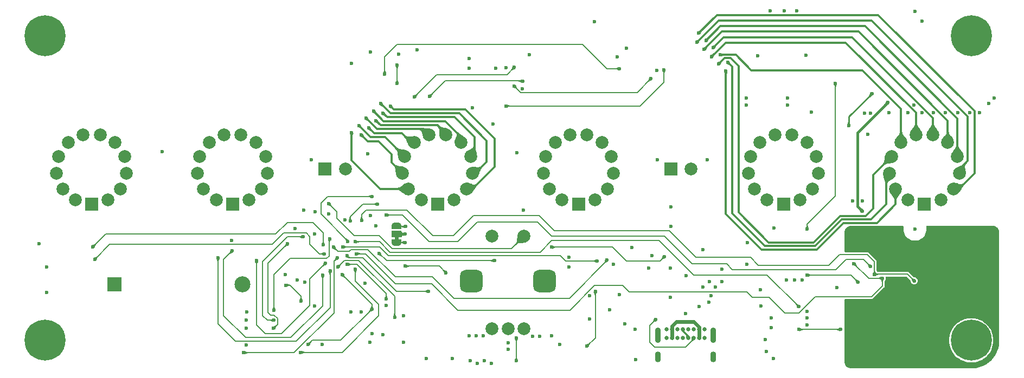
<source format=gbl>
%TF.GenerationSoftware,KiCad,Pcbnew,8.0.5*%
%TF.CreationDate,2024-10-12T12:22:26-07:00*%
%TF.ProjectId,STM32_Nixie,53544d33-325f-44e6-9978-69652e6b6963,rev?*%
%TF.SameCoordinates,Original*%
%TF.FileFunction,Copper,L4,Bot*%
%TF.FilePolarity,Positive*%
%FSLAX46Y46*%
G04 Gerber Fmt 4.6, Leading zero omitted, Abs format (unit mm)*
G04 Created by KiCad (PCBNEW 8.0.5) date 2024-10-12 12:22:26*
%MOMM*%
%LPD*%
G01*
G04 APERTURE LIST*
G04 Aperture macros list*
%AMRoundRect*
0 Rectangle with rounded corners*
0 $1 Rounding radius*
0 $2 $3 $4 $5 $6 $7 $8 $9 X,Y pos of 4 corners*
0 Add a 4 corners polygon primitive as box body*
4,1,4,$2,$3,$4,$5,$6,$7,$8,$9,$2,$3,0*
0 Add four circle primitives for the rounded corners*
1,1,$1+$1,$2,$3*
1,1,$1+$1,$4,$5*
1,1,$1+$1,$6,$7*
1,1,$1+$1,$8,$9*
0 Add four rect primitives between the rounded corners*
20,1,$1+$1,$2,$3,$4,$5,0*
20,1,$1+$1,$4,$5,$6,$7,0*
20,1,$1+$1,$6,$7,$8,$9,0*
20,1,$1+$1,$8,$9,$2,$3,0*%
%AMFreePoly0*
4,1,19,0.550000,-0.750000,0.000000,-0.750000,0.000000,-0.744911,-0.071157,-0.744911,-0.207708,-0.704816,-0.327430,-0.627875,-0.420627,-0.520320,-0.479746,-0.390866,-0.500000,-0.250000,-0.500000,0.250000,-0.479746,0.390866,-0.420627,0.520320,-0.327430,0.627875,-0.207708,0.704816,-0.071157,0.744911,0.000000,0.744911,0.000000,0.750000,0.550000,0.750000,0.550000,-0.750000,0.550000,-0.750000,
$1*%
%AMFreePoly1*
4,1,19,0.000000,0.744911,0.071157,0.744911,0.207708,0.704816,0.327430,0.627875,0.420627,0.520320,0.479746,0.390866,0.500000,0.250000,0.500000,-0.250000,0.479746,-0.390866,0.420627,-0.520320,0.327430,-0.627875,0.207708,-0.704816,0.071157,-0.744911,0.000000,-0.744911,0.000000,-0.750000,-0.550000,-0.750000,-0.550000,0.750000,0.000000,0.750000,0.000000,0.744911,0.000000,0.744911,
$1*%
G04 Aperture macros list end*
%TA.AperFunction,EtchedComponent*%
%ADD10C,0.000000*%
%TD*%
%TA.AperFunction,ComponentPad*%
%ADD11R,2.170000X2.170000*%
%TD*%
%TA.AperFunction,ComponentPad*%
%ADD12C,2.500000*%
%TD*%
%TA.AperFunction,ComponentPad*%
%ADD13C,2.000000*%
%TD*%
%TA.AperFunction,ComponentPad*%
%ADD14R,2.000000X2.000000*%
%TD*%
%TA.AperFunction,ComponentPad*%
%ADD15RoundRect,0.875000X-0.875000X-0.875000X0.875000X-0.875000X0.875000X0.875000X-0.875000X0.875000X0*%
%TD*%
%TA.AperFunction,ComponentPad*%
%ADD16C,0.800000*%
%TD*%
%TA.AperFunction,ComponentPad*%
%ADD17C,6.400000*%
%TD*%
%TA.AperFunction,ComponentPad*%
%ADD18C,0.650000*%
%TD*%
%TA.AperFunction,ComponentPad*%
%ADD19O,0.900000X1.700000*%
%TD*%
%TA.AperFunction,ComponentPad*%
%ADD20O,0.900000X2.400000*%
%TD*%
%TA.AperFunction,SMDPad,CuDef*%
%ADD21FreePoly0,90.000000*%
%TD*%
%TA.AperFunction,SMDPad,CuDef*%
%ADD22R,1.500000X1.000000*%
%TD*%
%TA.AperFunction,SMDPad,CuDef*%
%ADD23FreePoly1,90.000000*%
%TD*%
%TA.AperFunction,ViaPad*%
%ADD24C,0.600000*%
%TD*%
%TA.AperFunction,Conductor*%
%ADD25C,0.290000*%
%TD*%
%TA.AperFunction,Conductor*%
%ADD26C,0.300000*%
%TD*%
%TA.AperFunction,Conductor*%
%ADD27C,0.200000*%
%TD*%
%TA.AperFunction,Conductor*%
%ADD28C,0.600000*%
%TD*%
%TA.AperFunction,Conductor*%
%ADD29C,0.250000*%
%TD*%
%TA.AperFunction,Conductor*%
%ADD30C,0.400000*%
%TD*%
G04 APERTURE END LIST*
D10*
%TA.AperFunction,EtchedComponent*%
%TO.C,JP1*%
G36*
X134900000Y-98100000D02*
G01*
X134300000Y-98100000D01*
X134300000Y-97600000D01*
X134900000Y-97600000D01*
X134900000Y-98100000D01*
G37*
%TD.AperFunction*%
%TD*%
D11*
%TO.P,BAT1,Neg*%
%TO.N,GND*%
X90524300Y-105000000D03*
D12*
%TO.P,BAT1,Pos*%
%TO.N,+3.3VBAT*%
X110524300Y-105000000D03*
%TD*%
D13*
%TO.P,N4,0,0*%
%TO.N,/Nixie Display/H2_0*%
X104473589Y-90124356D03*
%TO.P,N4,1,1*%
%TO.N,/Nixie Display/H2_1*%
X113526411Y-90124356D03*
%TO.P,N4,2,2*%
%TO.N,/Nixie Display/H2_2*%
X114459899Y-87662952D03*
%TO.P,N4,3,3*%
%TO.N,/Nixie Display/H2_3*%
X114142589Y-85049673D03*
%TO.P,N4,4,4*%
%TO.N,/Nixie Display/H2_4*%
X112647175Y-82883191D03*
%TO.P,N4,5,5*%
%TO.N,/Nixie Display/H2_5*%
X110316236Y-81659820D03*
%TO.P,N4,6,6*%
%TO.N,/Nixie Display/H2_6*%
X107683764Y-81659820D03*
%TO.P,N4,7,7*%
%TO.N,/Nixie Display/H2_7*%
X105352825Y-82883191D03*
%TO.P,N4,8,8*%
%TO.N,/Nixie Display/H2_8*%
X103857411Y-85049673D03*
%TO.P,N4,9,9*%
%TO.N,/Nixie Display/H2_9*%
X103540101Y-87662952D03*
D14*
%TO.P,N4,A,A*%
%TO.N,/Nixie Display/H2/NIXIE_A*%
X109000000Y-92500000D03*
D13*
%TO.P,N4,LHDP,LHDP*%
%TO.N,unconnected-(N4-PadLHDP)*%
X111555977Y-91870008D03*
%TO.P,N4,RHDP,RHDP*%
%TO.N,unconnected-(N4-PadRHDP)*%
X106444023Y-91870008D03*
%TD*%
%TO.P,N6,0,0*%
%TO.N,/Nixie Display/M2_0*%
X158473589Y-90124356D03*
%TO.P,N6,1,1*%
%TO.N,/Nixie Display/M2_1*%
X167526411Y-90124356D03*
%TO.P,N6,2,2*%
%TO.N,/Nixie Display/M2_2*%
X168459899Y-87662952D03*
%TO.P,N6,3,3*%
%TO.N,/Nixie Display/M2_3*%
X168142589Y-85049673D03*
%TO.P,N6,4,4*%
%TO.N,/Nixie Display/M2_4*%
X166647175Y-82883191D03*
%TO.P,N6,5,5*%
%TO.N,/Nixie Display/M2_5*%
X164316236Y-81659820D03*
%TO.P,N6,6,6*%
%TO.N,/Nixie Display/M2_6*%
X161683764Y-81659820D03*
%TO.P,N6,7,7*%
%TO.N,/Nixie Display/M2_7*%
X159352825Y-82883191D03*
%TO.P,N6,8,8*%
%TO.N,/Nixie Display/M2_8*%
X157857411Y-85049673D03*
%TO.P,N6,9,9*%
%TO.N,/Nixie Display/M2_9*%
X157540101Y-87662952D03*
D14*
%TO.P,N6,A,A*%
%TO.N,/Nixie Display/M2/NIXIE_A*%
X163000000Y-92500000D03*
D13*
%TO.P,N6,LHDP,LHDP*%
%TO.N,unconnected-(N6-PadLHDP)*%
X165555977Y-91870008D03*
%TO.P,N6,RHDP,RHDP*%
%TO.N,unconnected-(N6-PadRHDP)*%
X160444023Y-91870008D03*
%TD*%
%TO.P,N5,0,0*%
%TO.N,/Nixie Display/M1_0*%
X136473589Y-90124356D03*
%TO.P,N5,1,1*%
%TO.N,/Nixie Display/M1_1*%
X145526411Y-90124356D03*
%TO.P,N5,2,2*%
%TO.N,/Nixie Display/M1_2*%
X146459899Y-87662952D03*
%TO.P,N5,3,3*%
%TO.N,/Nixie Display/M1_3*%
X146142589Y-85049673D03*
%TO.P,N5,4,4*%
%TO.N,/Nixie Display/M1_4*%
X144647175Y-82883191D03*
%TO.P,N5,5,5*%
%TO.N,/Nixie Display/M1_5*%
X142316236Y-81659820D03*
%TO.P,N5,6,6*%
%TO.N,/Nixie Display/M1_6*%
X139683764Y-81659820D03*
%TO.P,N5,7,7*%
%TO.N,/Nixie Display/M1_7*%
X137352825Y-82883191D03*
%TO.P,N5,8,8*%
%TO.N,/Nixie Display/M1_8*%
X135857411Y-85049673D03*
%TO.P,N5,9,9*%
%TO.N,/Nixie Display/M1_9*%
X135540101Y-87662952D03*
D14*
%TO.P,N5,A,A*%
%TO.N,/Nixie Display/M1/NIXIE_A*%
X141000000Y-92500000D03*
D13*
%TO.P,N5,LHDP,LHDP*%
%TO.N,unconnected-(N5-PadLHDP)*%
X143555977Y-91870008D03*
%TO.P,N5,RHDP,RHDP*%
%TO.N,unconnected-(N5-PadRHDP)*%
X138444023Y-91870008D03*
%TD*%
%TO.P,N7,0,0*%
%TO.N,/Nixie Display/S1_0*%
X190473589Y-90124356D03*
%TO.P,N7,1,1*%
%TO.N,/Nixie Display/S1_1*%
X199526411Y-90124356D03*
%TO.P,N7,2,2*%
%TO.N,/Nixie Display/S1_2*%
X200459899Y-87662952D03*
%TO.P,N7,3,3*%
%TO.N,/Nixie Display/S1_3*%
X200142589Y-85049673D03*
%TO.P,N7,4,4*%
%TO.N,/Nixie Display/S1_4*%
X198647175Y-82883191D03*
%TO.P,N7,5,5*%
%TO.N,/Nixie Display/S1_5*%
X196316236Y-81659820D03*
%TO.P,N7,6,6*%
%TO.N,/Nixie Display/S1_6*%
X193683764Y-81659820D03*
%TO.P,N7,7,7*%
%TO.N,/Nixie Display/S1_7*%
X191352825Y-82883191D03*
%TO.P,N7,8,8*%
%TO.N,/Nixie Display/S1_8*%
X189857411Y-85049673D03*
%TO.P,N7,9,9*%
%TO.N,/Nixie Display/S1_9*%
X189540101Y-87662952D03*
D14*
%TO.P,N7,A,A*%
%TO.N,/Nixie Display/S1/NIXIE_A*%
X195000000Y-92500000D03*
D13*
%TO.P,N7,LHDP,LHDP*%
%TO.N,unconnected-(N7-PadLHDP)*%
X197555977Y-91870008D03*
%TO.P,N7,RHDP,RHDP*%
%TO.N,unconnected-(N7-PadRHDP)*%
X192444023Y-91870008D03*
%TD*%
%TO.P,N3,0,0*%
%TO.N,/Nixie Display/H1_0*%
X82473589Y-90124356D03*
%TO.P,N3,1,1*%
%TO.N,/Nixie Display/H1_1*%
X91526411Y-90124356D03*
%TO.P,N3,2,2*%
%TO.N,/Nixie Display/H1_2*%
X92459899Y-87662952D03*
%TO.P,N3,3,3*%
%TO.N,/Nixie Display/H1_3*%
X92142589Y-85049673D03*
%TO.P,N3,4,4*%
%TO.N,/Nixie Display/H1_4*%
X90647175Y-82883191D03*
%TO.P,N3,5,5*%
%TO.N,/Nixie Display/H1_5*%
X88316236Y-81659820D03*
%TO.P,N3,6,6*%
%TO.N,/Nixie Display/H1_6*%
X85683764Y-81659820D03*
%TO.P,N3,7,7*%
%TO.N,/Nixie Display/H1_7*%
X83352825Y-82883191D03*
%TO.P,N3,8,8*%
%TO.N,/Nixie Display/H1_8*%
X81857411Y-85049673D03*
%TO.P,N3,9,9*%
%TO.N,/Nixie Display/H1_9*%
X81540101Y-87662952D03*
D14*
%TO.P,N3,A,A*%
%TO.N,/Nixie Display/H1/NIXIE_A*%
X87000000Y-92500000D03*
D13*
%TO.P,N3,LHDP,LHDP*%
%TO.N,unconnected-(N3-PadLHDP)*%
X89555977Y-91870008D03*
%TO.P,N3,RHDP,RHDP*%
%TO.N,unconnected-(N3-PadRHDP)*%
X84444023Y-91870008D03*
%TD*%
%TO.P,N8,0,0*%
%TO.N,/Nixie Display/S2_0*%
X212473589Y-90124356D03*
%TO.P,N8,1,1*%
%TO.N,/Nixie Display/S2_1*%
X221526411Y-90124356D03*
%TO.P,N8,2,2*%
%TO.N,/Nixie Display/S2_2*%
X222459899Y-87662952D03*
%TO.P,N8,3,3*%
%TO.N,/Nixie Display/S2_3*%
X222142589Y-85049673D03*
%TO.P,N8,4,4*%
%TO.N,/Nixie Display/S2_4*%
X220647175Y-82883191D03*
%TO.P,N8,5,5*%
%TO.N,/Nixie Display/S2_5*%
X218316236Y-81659820D03*
%TO.P,N8,6,6*%
%TO.N,/Nixie Display/S2_6*%
X215683764Y-81659820D03*
%TO.P,N8,7,7*%
%TO.N,/Nixie Display/S2_7*%
X213352825Y-82883191D03*
%TO.P,N8,8,8*%
%TO.N,/Nixie Display/S2_8*%
X211857411Y-85049673D03*
%TO.P,N8,9,9*%
%TO.N,/Nixie Display/S2_9*%
X211540101Y-87662952D03*
D14*
%TO.P,N8,A,A*%
%TO.N,/Nixie Display/S2/NIXIE_A*%
X217000000Y-92500000D03*
D13*
%TO.P,N8,LHDP,LHDP*%
%TO.N,unconnected-(N8-PadLHDP)*%
X219555977Y-91870008D03*
%TO.P,N8,RHDP,RHDP*%
%TO.N,unconnected-(N8-PadRHDP)*%
X214444023Y-91870008D03*
%TD*%
D14*
%TO.P,N1,A,A*%
%TO.N,/Nixie Display/DOT1_A*%
X123412500Y-87000000D03*
D13*
%TO.P,N1,K,K*%
%TO.N,/Nixie Display/DOT1*%
X126587500Y-87000000D03*
%TD*%
%TO.P,SW1,1*%
%TO.N,GND*%
X149500000Y-97500000D03*
%TO.P,SW1,2*%
%TO.N,/User Input/nENC_PB*%
X154500000Y-97500000D03*
%TO.P,SW1,A,CH_A*%
%TO.N,/User Input/ENC_A*%
X149500000Y-112000000D03*
%TO.P,SW1,B,CH_B*%
%TO.N,/User Input/ENC_B*%
X154500000Y-112000000D03*
%TO.P,SW1,C,COM*%
%TO.N,GND*%
X152000000Y-112000000D03*
D15*
%TO.P,SW1,M*%
X146300000Y-104500000D03*
X157700000Y-104500000D03*
%TD*%
D14*
%TO.P,N2,A,A*%
%TO.N,/Nixie Display/DOT2_A*%
X177412500Y-87000000D03*
D13*
%TO.P,N2,K,K*%
%TO.N,/Nixie Display/DOT2*%
X180587500Y-87000000D03*
%TD*%
D16*
%TO.P,REF\u002A\u002A,1*%
%TO.N,N/C*%
X221900000Y-66200000D03*
X222602944Y-64502944D03*
X222602944Y-67897056D03*
X224300000Y-63800000D03*
D17*
X224300000Y-66200000D03*
D16*
X224300000Y-68600000D03*
X225997056Y-64502944D03*
X225997056Y-67897056D03*
X226700000Y-66200000D03*
%TD*%
D18*
%TO.P,J2,A1,GND*%
%TO.N,GND*%
X176725000Y-112040000D03*
%TO.P,J2,A4,VBUS*%
%TO.N,/USB Connector/USB_VBUS_FB*%
X177575000Y-112040000D03*
%TO.P,J2,A5,CC1*%
%TO.N,/USB Connector/CC1*%
X178425000Y-112040000D03*
%TO.P,J2,A6,D+*%
%TO.N,/USB Connector/USB_D_P*%
X179275000Y-112040000D03*
%TO.P,J2,A7,D-*%
%TO.N,/USB Connector/USB_D_N*%
X180125000Y-112040000D03*
%TO.P,J2,A8,SBU1*%
%TO.N,unconnected-(J2-SBU1-PadA8)*%
X180975000Y-112040000D03*
%TO.P,J2,A9,VBUS*%
%TO.N,/USB Connector/USB_VBUS_FB*%
X181825000Y-112040000D03*
%TO.P,J2,A12,GND*%
%TO.N,GND*%
X182675000Y-112040000D03*
%TO.P,J2,B1,GND*%
X182675000Y-113390000D03*
%TO.P,J2,B4,VBUS*%
%TO.N,/USB Connector/USB_VBUS_FB*%
X181825000Y-113390000D03*
%TO.P,J2,B5,CC2*%
%TO.N,/USB Connector/CC2*%
X180975000Y-113390000D03*
%TO.P,J2,B6,D+*%
%TO.N,/USB Connector/USB_D_P*%
X180125000Y-113390000D03*
%TO.P,J2,B7,D-*%
%TO.N,/USB Connector/USB_D_N*%
X179275000Y-113390000D03*
%TO.P,J2,B8,SBU2*%
%TO.N,unconnected-(J2-SBU2-PadB8)*%
X178425000Y-113390000D03*
%TO.P,J2,B9,VBUS*%
%TO.N,/USB Connector/USB_VBUS_FB*%
X177575000Y-113390000D03*
%TO.P,J2,B12,GND*%
%TO.N,GND*%
X176725000Y-113390000D03*
D19*
%TO.P,J2,S1,SHIELD*%
%TO.N,GNDPWR*%
X175375000Y-116400000D03*
%TO.P,J2,S2,SHIELD*%
X184025000Y-116400000D03*
D20*
%TO.P,J2,S3,SHIELD*%
X175375000Y-113020000D03*
%TO.P,J2,S4,SHIELD*%
X184025000Y-113020000D03*
%TD*%
D16*
%TO.P,REF\u002A\u002A,1*%
%TO.N,N/C*%
X77300000Y-66200000D03*
X78002944Y-64502944D03*
X78002944Y-67897056D03*
X79700000Y-63800000D03*
D17*
X79700000Y-66200000D03*
D16*
X79700000Y-68600000D03*
X81397056Y-64502944D03*
X81397056Y-67897056D03*
X82100000Y-66200000D03*
%TD*%
%TO.P,REF\u002A\u002A,1*%
%TO.N,N/C*%
X221900000Y-113800000D03*
X222602944Y-112102944D03*
X222602944Y-115497056D03*
X224300000Y-111400000D03*
D17*
X224300000Y-113800000D03*
D16*
X224300000Y-116200000D03*
X225997056Y-112102944D03*
X225997056Y-115497056D03*
X226700000Y-113800000D03*
%TD*%
%TO.P,REF\u002A\u002A,1*%
%TO.N,N/C*%
X77300000Y-113800000D03*
X78002944Y-112102944D03*
X78002944Y-115497056D03*
X79700000Y-111400000D03*
D17*
X79700000Y-113800000D03*
D16*
X79700000Y-116200000D03*
X81397056Y-112102944D03*
X81397056Y-115497056D03*
X82100000Y-113800000D03*
%TD*%
D21*
%TO.P,JP1,1,A*%
%TO.N,GND*%
X134600000Y-98500000D03*
D22*
%TO.P,JP1,2,C*%
%TO.N,/MCU/BOOT1_R*%
X134600000Y-97200000D03*
D23*
%TO.P,JP1,3,B*%
%TO.N,+3.3V*%
X134600000Y-95900000D03*
%TD*%
D24*
%TO.N,GND*%
X221550000Y-103400000D03*
X211450000Y-100870000D03*
X211540000Y-107140000D03*
X203330000Y-105510000D03*
X209920000Y-108490000D03*
X208360000Y-108440000D03*
X206700000Y-108440000D03*
X205020000Y-108410000D03*
X207680000Y-78310000D03*
X208140000Y-81610000D03*
X211440000Y-78190000D03*
X208590025Y-78320025D03*
%TO.N,/Power/VIN_12V*%
X203910000Y-112100000D03*
X197400000Y-112100000D03*
%TO.N,180V*%
X198500000Y-69200000D03*
X175342500Y-85537500D03*
X98000000Y-84300000D03*
X183072500Y-85537500D03*
X203100000Y-73600000D03*
X215520000Y-96400000D03*
X130100000Y-84600000D03*
X165500000Y-64000000D03*
X193530000Y-96240000D03*
X121290000Y-85540000D03*
X198700000Y-96400000D03*
X153400000Y-84500000D03*
X191000000Y-69300000D03*
%TO.N,+12V*%
X195500000Y-104400000D03*
X154400000Y-93400000D03*
X134950000Y-69050000D03*
X196705000Y-104400000D03*
X169070000Y-69490000D03*
X145910000Y-69740000D03*
X207326419Y-92007718D03*
X155330000Y-69160000D03*
X197910000Y-104400000D03*
%TO.N,GND*%
X148100000Y-113100000D03*
X191400000Y-105900000D03*
X130500000Y-68730000D03*
X169380000Y-106680000D03*
X183380000Y-107850000D03*
X117200000Y-103500000D03*
X129100000Y-109400000D03*
X181800000Y-108500000D03*
X126500000Y-95000000D03*
X225580000Y-78200000D03*
X173950000Y-102470000D03*
X171860000Y-112040000D03*
X185370000Y-102690000D03*
X111170000Y-110630000D03*
X120075000Y-93425000D03*
X177460000Y-95950000D03*
X179700000Y-109630000D03*
X192200000Y-113700000D03*
X195600000Y-75900000D03*
X209400000Y-96387500D03*
X111100000Y-111900000D03*
X130420000Y-114110000D03*
X214460000Y-78200000D03*
X207300000Y-98987500D03*
X205200000Y-98987500D03*
X120300000Y-104725000D03*
X208350000Y-98987500D03*
X216600000Y-63900000D03*
X189400000Y-98500000D03*
X175240000Y-71560000D03*
X193100000Y-110300000D03*
X152000000Y-114200000D03*
X130500000Y-94300000D03*
X193100000Y-111800000D03*
X147000000Y-113100000D03*
X206250000Y-96387500D03*
X192900000Y-62300000D03*
X137800000Y-68400000D03*
X191500000Y-108400000D03*
X177400000Y-92900000D03*
X224095380Y-78200000D03*
X111100000Y-114500000D03*
X179780000Y-103680000D03*
X205200000Y-97687500D03*
X215365380Y-76984620D03*
X209400000Y-97687500D03*
X108810000Y-98180000D03*
X150120000Y-71275000D03*
X195600000Y-77040000D03*
X121875000Y-93725000D03*
X198700000Y-111399999D03*
X155800000Y-113200000D03*
X161530000Y-102350000D03*
X152000000Y-115200000D03*
X198700000Y-109300000D03*
X216600380Y-78219620D03*
X182390000Y-99620000D03*
X222200000Y-78200000D03*
X127500000Y-109400000D03*
X177310000Y-107080000D03*
X145930000Y-71290000D03*
X208350000Y-96387500D03*
X205200000Y-96387500D03*
X207300000Y-96387500D03*
X139200000Y-116600000D03*
X209400000Y-98987500D03*
X149670000Y-79950000D03*
X218430000Y-78200000D03*
X156900000Y-113200000D03*
X135900000Y-98500000D03*
X220300000Y-78200000D03*
X195100000Y-62300000D03*
X206250000Y-98987500D03*
X197100000Y-62300000D03*
X189200000Y-75900000D03*
X189230000Y-77030000D03*
X177310000Y-102540000D03*
X168480000Y-101920000D03*
X189300000Y-101925000D03*
X151675002Y-71154998D03*
X145900000Y-113100000D03*
X171890000Y-116810000D03*
X132970000Y-108340000D03*
X80000000Y-106300000D03*
X164730000Y-106850000D03*
X127540000Y-70530000D03*
X199320000Y-78130000D03*
X215500000Y-62400000D03*
X183720000Y-106800000D03*
X174440000Y-100550000D03*
X198700000Y-110300000D03*
X170450000Y-68130000D03*
X154260000Y-74450000D03*
X132510000Y-112900000D03*
X205750000Y-91990000D03*
X121800000Y-108425000D03*
X123000000Y-114400000D03*
%TO.N,+3.3V*%
X143300000Y-116600000D03*
X135670000Y-114070000D03*
X80000000Y-102300000D03*
X129700000Y-104912500D03*
X170200000Y-111200000D03*
X147200000Y-117400000D03*
X78830000Y-98660000D03*
X136000000Y-96000000D03*
X111250000Y-109350000D03*
X130790000Y-112720000D03*
X131375000Y-95900000D03*
X135680000Y-109980000D03*
X124000000Y-94025000D03*
X161530000Y-100780000D03*
X118750000Y-96350000D03*
X121825000Y-97200000D03*
X167860000Y-108980000D03*
X146470000Y-77480000D03*
X164690000Y-110470000D03*
X148300000Y-117000000D03*
X171340000Y-99320000D03*
X146100000Y-117000000D03*
X149400000Y-117400000D03*
X119090000Y-104360000D03*
%TO.N,+5V*%
X158800000Y-113100000D03*
X192300000Y-115510000D03*
X227900000Y-75887500D03*
X184400000Y-105500000D03*
X182400000Y-105500000D03*
X160100000Y-114400000D03*
X227000000Y-76800000D03*
X193460000Y-116600000D03*
X183400000Y-104600000D03*
X185400000Y-104600000D03*
%TO.N,/MCU/RTC_OUT*%
X119690000Y-107630000D03*
X117330000Y-105170000D03*
%TO.N,/MCU/SENSE_12V*%
X142330000Y-103230000D03*
X135950000Y-102190000D03*
%TO.N,/MCU/SENSE_180V*%
X149870000Y-101300000D03*
X131864265Y-100184265D03*
%TO.N,/Power/VIN_3V3*%
X153300000Y-117000000D03*
X153300000Y-113400000D03*
%TO.N,/MCU/ENC_A_R*%
X134300000Y-110210000D03*
X125440000Y-102320000D03*
%TO.N,/MCU/ENC_B_R*%
X126920000Y-101910000D03*
X132990000Y-107350000D03*
%TO.N,/MCU/BOOT1_R*%
X135900000Y-97200000D03*
%TO.N,/Nixie Display/M1_0*%
X127594517Y-81325483D03*
%TO.N,/Nixie Display/M1_1*%
X133640000Y-77170000D03*
%TO.N,/Nixie Display/M1_2*%
X132120000Y-76800000D03*
%TO.N,/Nixie Display/M1_3*%
X132508629Y-78301371D03*
%TO.N,/Nixie Display/M1_4*%
X130988629Y-77931371D03*
%TO.N,/Nixie Display/M1_5*%
X131377259Y-79432741D03*
%TO.N,/Nixie Display/M1_6*%
X129857259Y-79062741D03*
%TO.N,/Nixie Display/M1_7*%
X130245887Y-80564113D03*
%TO.N,/Nixie Display/M1_8*%
X128725887Y-80194113D03*
%TO.N,/Nixie Display/M1_9*%
X129114517Y-81695483D03*
%TO.N,/MCU/nRST*%
X126140000Y-103550000D03*
X130760000Y-108910000D03*
X120770000Y-114480000D03*
%TO.N,/MCU/UART2_VCP_TX*%
X119630000Y-115670000D03*
X128160000Y-102680000D03*
%TO.N,/MCU/UART2_VCP_RX*%
X110750000Y-115730000D03*
X125370000Y-100880000D03*
%TO.N,/MCU/UART1_BL_TX*%
X165900000Y-101400000D03*
X126210000Y-99210000D03*
%TO.N,/MCU/UART1_BL_RX*%
X167451471Y-101251471D03*
X124750000Y-99230000D03*
%TO.N,/MCU/SWDIO*%
X115445000Y-109070000D03*
X124150000Y-97910000D03*
%TO.N,/MCU/SWCLK*%
X120000000Y-97600000D03*
X115440000Y-110650000D03*
%TO.N,/MCU/SWO*%
X115400000Y-111920000D03*
X117600000Y-98700000D03*
%TO.N,/SPI_SCK_12V*%
X134660000Y-70770000D03*
X176340000Y-71490000D03*
X134680000Y-73640000D03*
X151680000Y-77160000D03*
%TO.N,/SPI_nCS_nLE_12V*%
X174310000Y-72880000D03*
X152970000Y-74030000D03*
%TO.N,/PWM_nBL_3V3*%
X152974999Y-71110000D03*
X130780000Y-91310000D03*
X127000000Y-98350000D03*
X137390000Y-75750000D03*
%TO.N,/nPOL_3V3*%
X131615000Y-92515000D03*
X154270000Y-73250000D03*
X127360000Y-95160000D03*
X139740000Y-75680000D03*
%TO.N,/Nixie Display/S2_0*%
X186012361Y-71713121D03*
%TO.N,/Nixie Display/S2_1*%
X181761193Y-65781953D03*
%TO.N,/Nixie Display/S2_2*%
X181486879Y-67187639D03*
%TO.N,/Nixie Display/S2_3*%
X182892564Y-66913323D03*
%TO.N,/Nixie Display/S2_4*%
X182618250Y-68319010D03*
%TO.N,/Nixie Display/S2_5*%
X184023934Y-68044694D03*
%TO.N,/Nixie Display/S2_6*%
X183749620Y-69450380D03*
%TO.N,/Nixie Display/S2_7*%
X185155304Y-69176064D03*
%TO.N,/Nixie Display/S2_8*%
X184880990Y-70581750D03*
%TO.N,/Nixie Display/S2_9*%
X186286675Y-70307435D03*
%TO.N,/MCU/SET_ILIM*%
X158800000Y-99240000D03*
X176400000Y-100700000D03*
X126838983Y-100511826D03*
X139560000Y-106140000D03*
%TO.N,/User Input/nENC_PB*%
X124000000Y-92400000D03*
%TO.N,/Nixie Display/DATA_CHAIN*%
X169390000Y-71330000D03*
X132740000Y-72150000D03*
%TO.N,/MCU/EN_12V*%
X128130000Y-98390000D03*
X197400000Y-108540000D03*
%TO.N,/MCU/EN_180V*%
X209200000Y-103487500D03*
X215400000Y-104500000D03*
X129140000Y-95030000D03*
%TO.N,/MCU/PG_180V*%
X133000000Y-94200000D03*
X208575001Y-102243528D03*
%TO.N,/MCU/DITHOFF_180V*%
X210425000Y-104087500D03*
X128320000Y-100260000D03*
X206000000Y-101787500D03*
%TO.N,/USB Connector/nRXLED*%
X165630000Y-106140000D03*
X164310000Y-114710000D03*
%TO.N,/MCU/LED_RED*%
X123160000Y-98900000D03*
X87200000Y-99170000D03*
%TO.N,/MCU/LED_BLUE*%
X87490000Y-101130000D03*
X123350000Y-100291470D03*
%TO.N,/Power/CS_RAW*%
X208800000Y-75200000D03*
X205200000Y-80200000D03*
%TO.N,/Power/GATE_R*%
X207300000Y-93587500D03*
X211300000Y-76600000D03*
%TO.N,/Power/FB_180V*%
X206625000Y-104687500D03*
X198700000Y-103600000D03*
%TO.N,/MCU/HW_REV2*%
X112740000Y-101340000D03*
X123510000Y-101720000D03*
%TO.N,/MCU/HW_REV1*%
X124220000Y-102910000D03*
X106720000Y-100910000D03*
%TO.N,/MCU/HW_REV0*%
X108920000Y-99830000D03*
X123060000Y-103600000D03*
%TO.N,/USB Connector/CC2*%
X175050000Y-110520000D03*
%TD*%
D25*
%TO.N,/USB Connector/USB_D_P*%
X180125000Y-113390000D02*
X180125000Y-113145000D01*
X180125000Y-113145000D02*
X179275000Y-112295000D01*
X179275000Y-112295000D02*
X179275000Y-112040000D01*
D26*
%TO.N,/Nixie Display/S2_9*%
X186286675Y-70307435D02*
X186996180Y-71016940D01*
X208690000Y-94890000D02*
X211050000Y-92530000D01*
X186996180Y-71016940D02*
X186996180Y-93936180D01*
X186996180Y-93936180D02*
X192100000Y-99040000D01*
X192100000Y-99040000D02*
X199960000Y-99040000D01*
X199960000Y-99040000D02*
X204110000Y-94890000D01*
X204110000Y-94890000D02*
X208690000Y-94890000D01*
X211050000Y-92530000D02*
X211050000Y-88530000D01*
X211050000Y-88530000D02*
X211540101Y-88039899D01*
%TO.N,/Nixie Display/S2_0*%
X186012361Y-71713121D02*
X186012361Y-94042361D01*
X200190000Y-99590000D02*
X204340000Y-95440000D01*
X209560000Y-95440000D02*
X212473589Y-92526411D01*
X186012361Y-94042361D02*
X191560000Y-99590000D01*
X191560000Y-99590000D02*
X200190000Y-99590000D01*
X204340000Y-95440000D02*
X209560000Y-95440000D01*
X212473589Y-92526411D02*
X212473589Y-90124356D01*
%TO.N,/Nixie Display/S2_8*%
X211857411Y-85049673D02*
X209010000Y-87897084D01*
X199730000Y-98490000D02*
X192650000Y-98490000D01*
X209010000Y-87897084D02*
X209010000Y-93200000D01*
X209010000Y-93200000D02*
X207850000Y-94360000D01*
X192650000Y-98490000D02*
X187980000Y-93820000D01*
X203860000Y-94360000D02*
X199730000Y-98490000D01*
X207850000Y-94360000D02*
X203860000Y-94360000D01*
X187980000Y-93820000D02*
X187980000Y-70910000D01*
X187980000Y-70910000D02*
X186727435Y-69657435D01*
X186727435Y-69657435D02*
X185805305Y-69657435D01*
X185805305Y-69657435D02*
X184880990Y-70581750D01*
D27*
%TO.N,/PWM_nBL_3V3*%
X127000000Y-98350000D02*
X127000000Y-98240000D01*
X122800000Y-92300000D02*
X123800000Y-91300000D01*
X127000000Y-98240000D02*
X122800000Y-94040000D01*
X122800000Y-94040000D02*
X122800000Y-92300000D01*
X130770000Y-91300000D02*
X130780000Y-91310000D01*
X123800000Y-91300000D02*
X130770000Y-91300000D01*
%TO.N,/MCU/DITHOFF_180V*%
X210425000Y-104087500D02*
X210425000Y-105295000D01*
X199930000Y-106990000D02*
X197410000Y-109510000D01*
X170890000Y-106200000D02*
X169920000Y-105230000D01*
X190160000Y-107110000D02*
X189250000Y-106200000D01*
X197410000Y-109510000D02*
X195170000Y-109510000D01*
X208730000Y-106990000D02*
X199930000Y-106990000D01*
X195170000Y-109510000D02*
X192770000Y-107110000D01*
X210425000Y-105295000D02*
X208730000Y-106990000D01*
X192770000Y-107110000D02*
X190160000Y-107110000D01*
X169920000Y-105230000D02*
X165501471Y-105230000D01*
X189250000Y-106200000D02*
X170890000Y-106200000D01*
X165501471Y-105230000D02*
X161651471Y-109080000D01*
X144180000Y-109080000D02*
X140090000Y-104990000D01*
X161651471Y-109080000D02*
X144180000Y-109080000D01*
X140090000Y-104990000D02*
X134450000Y-104990000D01*
X134450000Y-104990000D02*
X129720000Y-100260000D01*
X129720000Y-100260000D02*
X128320000Y-100260000D01*
D26*
%TO.N,/Nixie Display/S2_2*%
X208763000Y-63818000D02*
X184856518Y-63818000D01*
X223770000Y-85770000D02*
X223770000Y-78825000D01*
X222459899Y-87080101D02*
X223770000Y-85770000D01*
X223770000Y-78825000D02*
X208763000Y-63818000D01*
X184856518Y-63818000D02*
X181486879Y-67187639D01*
D27*
%TO.N,/USB Connector/CC2*%
X175050000Y-110520000D02*
X174110000Y-111460000D01*
X174860000Y-114840000D02*
X179710000Y-114840000D01*
X174110000Y-111460000D02*
X174110000Y-114090000D01*
X179710000Y-114840000D02*
X180975000Y-113575000D01*
X174110000Y-114090000D02*
X174860000Y-114840000D01*
%TO.N,/MCU/UART1_BL_RX*%
X124750000Y-99230000D02*
X125400000Y-99880000D01*
X130090000Y-99580000D02*
X134390000Y-103880000D01*
X161554314Y-107200000D02*
X167451471Y-101302843D01*
X127200000Y-99880000D02*
X127500000Y-99580000D01*
X125400000Y-99880000D02*
X127200000Y-99880000D01*
X134390000Y-103880000D02*
X140210000Y-103880000D01*
X127500000Y-99580000D02*
X130090000Y-99580000D01*
X140210000Y-103880000D02*
X143530000Y-107200000D01*
X143530000Y-107200000D02*
X161554314Y-107200000D01*
X167451471Y-101302843D02*
X167451471Y-101251471D01*
%TO.N,/MCU/EN_12V*%
X197400000Y-108540000D02*
X192450000Y-103590000D01*
X175580000Y-98220000D02*
X158830000Y-98220000D01*
X192450000Y-103590000D02*
X180950000Y-103590000D01*
X180950000Y-103590000D02*
X175580000Y-98220000D01*
X158830000Y-98220000D02*
X157040000Y-100010000D01*
X157040000Y-100010000D02*
X133580000Y-100010000D01*
X133580000Y-100010000D02*
X131960000Y-98390000D01*
X131960000Y-98390000D02*
X128130000Y-98390000D01*
%TO.N,/MCU/UART1_BL_TX*%
X126210000Y-99210000D02*
X126240000Y-99180000D01*
X131930000Y-99180000D02*
X133310000Y-100560000D01*
X133310000Y-100560000D02*
X160130000Y-100560000D01*
X126240000Y-99180000D02*
X131930000Y-99180000D01*
X160130000Y-100560000D02*
X160970000Y-101400000D01*
X160970000Y-101400000D02*
X165900000Y-101400000D01*
D26*
%TO.N,/Nixie Display/M1_4*%
X130988629Y-77931371D02*
X132594758Y-79537500D01*
X132594758Y-79537500D02*
X142227500Y-79537500D01*
X142227500Y-79537500D02*
X144600000Y-81910000D01*
X144600000Y-81910000D02*
X144600000Y-82836016D01*
%TO.N,/Nixie Display/M1_1*%
X133640000Y-77170000D02*
X134140000Y-77670000D01*
X149910000Y-82260000D02*
X149910000Y-86640000D01*
X134140000Y-77670000D02*
X145320000Y-77670000D01*
X146425644Y-90124356D02*
X145526411Y-90124356D01*
X145320000Y-77670000D02*
X149910000Y-82260000D01*
X149910000Y-86640000D02*
X146425644Y-90124356D01*
%TO.N,/Nixie Display/M1_3*%
X132508629Y-78301371D02*
X133122258Y-78915000D01*
X133122258Y-78915000D02*
X143685000Y-78915000D01*
X143685000Y-78915000D02*
X146740000Y-81970000D01*
X146740000Y-81970000D02*
X146740000Y-84452262D01*
%TO.N,/Nixie Display/M1_5*%
X131377259Y-79432741D02*
X132104518Y-80160000D01*
X132104518Y-80160000D02*
X141005000Y-80160000D01*
X141005000Y-80160000D02*
X142316236Y-81471236D01*
%TO.N,/Nixie Display/M1_7*%
X130245887Y-80564113D02*
X131086774Y-81405000D01*
X131086774Y-81405000D02*
X135405000Y-81405000D01*
X135405000Y-81405000D02*
X136883191Y-82883191D01*
%TO.N,/Nixie Display/M1_8*%
X128725887Y-80194113D02*
X130559274Y-82027500D01*
X130559274Y-82027500D02*
X132837500Y-82027500D01*
X132837500Y-82027500D02*
X135857411Y-85047411D01*
%TO.N,/Nixie Display/S2_1*%
X222375644Y-90124356D02*
X224797490Y-87702510D01*
X224797490Y-77962490D02*
X209795000Y-62960000D01*
X209795000Y-62960000D02*
X184583146Y-62960000D01*
X224797490Y-87702510D02*
X224797490Y-77962490D01*
X184583146Y-62960000D02*
X181761193Y-65781953D01*
D27*
%TO.N,/MCU/SWO*%
X115400000Y-111920000D02*
X116040000Y-111280000D01*
X116040000Y-111280000D02*
X116040000Y-110401471D01*
X116040000Y-110401471D02*
X115468529Y-109830000D01*
X115468529Y-109830000D02*
X114930000Y-109830000D01*
X114550000Y-101750000D02*
X117600000Y-98700000D01*
X114930000Y-109830000D02*
X114550000Y-109450000D01*
X114550000Y-109450000D02*
X114550000Y-101750000D01*
%TO.N,/Power/VIN_12V*%
X197400000Y-112100000D02*
X203910000Y-112100000D01*
%TO.N,180V*%
X203100000Y-91200000D02*
X198700000Y-95600000D01*
X198700000Y-95600000D02*
X198700000Y-96400000D01*
X203100000Y-73600000D02*
X203100000Y-91200000D01*
%TO.N,GND*%
X135900000Y-98500000D02*
X134600000Y-98500000D01*
%TO.N,+3.3V*%
X136000000Y-96000000D02*
X134700000Y-96000000D01*
%TO.N,/MCU/RTC_OUT*%
X117990000Y-105170000D02*
X117330000Y-105170000D01*
X119690000Y-107630000D02*
X119690000Y-106870000D01*
X119690000Y-106870000D02*
X117990000Y-105170000D01*
D28*
%TO.N,/USB Connector/USB_VBUS_FB*%
X181825000Y-111723273D02*
X181825000Y-112040000D01*
X177575000Y-112040000D02*
X177575000Y-111580381D01*
X181825000Y-112040000D02*
X181825000Y-113390000D01*
X178245381Y-110910000D02*
X181011727Y-110910000D01*
X177575000Y-111580381D02*
X178245381Y-110910000D01*
X181011727Y-110910000D02*
X181825000Y-111723273D01*
X177575000Y-112040000D02*
X177575000Y-113390000D01*
D27*
%TO.N,/MCU/SENSE_12V*%
X135950000Y-102190000D02*
X141290000Y-102190000D01*
X141290000Y-102190000D02*
X142330000Y-103230000D01*
%TO.N,/MCU/SENSE_180V*%
X133030000Y-101350000D02*
X149820000Y-101350000D01*
X131864265Y-100184265D02*
X133030000Y-101350000D01*
X149820000Y-101350000D02*
X149870000Y-101300000D01*
%TO.N,/MCU/ENC_A_R*%
X125440000Y-102320000D02*
X126480000Y-101280000D01*
X134300000Y-106930000D02*
X134300000Y-110210000D01*
X128650000Y-101280000D02*
X134300000Y-106930000D01*
X126480000Y-101280000D02*
X128650000Y-101280000D01*
%TO.N,/MCU/ENC_B_R*%
X126920000Y-101910000D02*
X128380000Y-101910000D01*
X132990000Y-106520000D02*
X132990000Y-107350000D01*
X128380000Y-101910000D02*
X132990000Y-106520000D01*
%TO.N,/MCU/BOOT1_R*%
X135900000Y-97200000D02*
X134600000Y-97200000D01*
D26*
%TO.N,/Nixie Display/M1_0*%
X127594517Y-81325483D02*
X127594517Y-85664517D01*
X132054356Y-90124356D02*
X136473589Y-90124356D01*
X127594517Y-85664517D02*
X132054356Y-90124356D01*
%TO.N,/Nixie Display/M1_2*%
X148660000Y-82570000D02*
X148660000Y-85890000D01*
X144382500Y-78292500D02*
X148660000Y-82570000D01*
X132140000Y-76800000D02*
X133632500Y-78292500D01*
X133632500Y-78292500D02*
X144382500Y-78292500D01*
X148660000Y-85890000D02*
X146887048Y-87662952D01*
X132120000Y-76800000D02*
X132140000Y-76800000D01*
%TO.N,/Nixie Display/M1_6*%
X131577018Y-80782500D02*
X138806444Y-80782500D01*
X129857259Y-79062741D02*
X131577018Y-80782500D01*
X139683764Y-81659820D02*
X138806444Y-80782500D01*
D27*
%TO.N,/MCU/nRST*%
X121450000Y-113800000D02*
X125870000Y-113800000D01*
X130760000Y-108170000D02*
X130760000Y-108910000D01*
X125870000Y-113800000D02*
X130760000Y-108910000D01*
X120770000Y-114480000D02*
X121450000Y-113800000D01*
X126140000Y-103550000D02*
X130760000Y-108170000D01*
%TO.N,/MCU/UART2_VCP_TX*%
X128160000Y-102680000D02*
X128160000Y-104520000D01*
X131810000Y-109960000D02*
X126100000Y-115670000D01*
X131810000Y-108170000D02*
X131810000Y-109960000D01*
X128160000Y-104520000D02*
X131810000Y-108170000D01*
X126100000Y-115670000D02*
X119630000Y-115670000D01*
%TO.N,/MCU/UART2_VCP_RX*%
X125370000Y-100880000D02*
X124820000Y-101430000D01*
X118600000Y-115730000D02*
X110750000Y-115730000D01*
X124820000Y-109510000D02*
X118600000Y-115730000D01*
X124820000Y-101430000D02*
X124820000Y-109510000D01*
%TO.N,/MCU/SWDIO*%
X124080000Y-100604314D02*
X124080000Y-97980000D01*
X117970000Y-101010000D02*
X123674314Y-101010000D01*
X124080000Y-97980000D02*
X124150000Y-97910000D01*
X115445000Y-103535000D02*
X117970000Y-101010000D01*
X115445000Y-109070000D02*
X115445000Y-103535000D01*
X123674314Y-101010000D02*
X124080000Y-100604314D01*
%TO.N,/MCU/SWCLK*%
X117570000Y-97600000D02*
X113710000Y-101460000D01*
X120000000Y-97600000D02*
X117570000Y-97600000D01*
X113710000Y-101460000D02*
X113710000Y-109930000D01*
X113710000Y-109930000D02*
X114430000Y-110650000D01*
X114430000Y-110650000D02*
X115440000Y-110650000D01*
%TO.N,/SPI_SCK_12V*%
X134660000Y-70770000D02*
X134690000Y-70800000D01*
X172640000Y-77160000D02*
X151680000Y-77160000D01*
X176340000Y-73460000D02*
X174130000Y-75670000D01*
X134690000Y-70800000D02*
X134690000Y-73630000D01*
X176340000Y-71490000D02*
X176340000Y-73460000D01*
X174130000Y-75670000D02*
X174910000Y-74890000D01*
X174910000Y-74890000D02*
X172640000Y-77160000D01*
X134690000Y-73630000D02*
X134680000Y-73640000D01*
%TO.N,/SPI_nCS_nLE_12V*%
X172140000Y-75050000D02*
X153990000Y-75050000D01*
X153990000Y-75050000D02*
X152970000Y-74030000D01*
X174310000Y-72880000D02*
X172140000Y-75050000D01*
%TO.N,/PWM_nBL_3V3*%
X151814999Y-72270000D02*
X152974999Y-71110000D01*
X137410000Y-75750000D02*
X140890000Y-72270000D01*
X137390000Y-75750000D02*
X137410000Y-75750000D01*
X140890000Y-72270000D02*
X151814999Y-72270000D01*
%TO.N,/nPOL_3V3*%
X154270000Y-73250000D02*
X154260000Y-73240000D01*
X127360000Y-94470000D02*
X127360000Y-95160000D01*
X142180000Y-73240000D02*
X139740000Y-75680000D01*
X129315000Y-92515000D02*
X127360000Y-94470000D01*
X131615000Y-92515000D02*
X129315000Y-92515000D01*
X154260000Y-73240000D02*
X142180000Y-73240000D01*
D26*
%TO.N,/Nixie Display/S2_3*%
X222142589Y-85049673D02*
X222142589Y-79092589D01*
X207726000Y-64676000D02*
X185129887Y-64676000D01*
X222142589Y-79092589D02*
X207726000Y-64676000D01*
X185129887Y-64676000D02*
X182892564Y-66913323D01*
%TO.N,/Nixie Display/S2_4*%
X182618250Y-68319010D02*
X185403260Y-65534000D01*
X185403260Y-65534000D02*
X206694000Y-65534000D01*
X220647175Y-79487175D02*
X220647175Y-82883191D01*
X206694000Y-65534000D02*
X220647175Y-79487175D01*
%TO.N,/Nixie Display/S2_5*%
X184023934Y-68044694D02*
X185676628Y-66392000D01*
X185676628Y-66392000D02*
X205692000Y-66392000D01*
X205692000Y-66392000D02*
X218316236Y-79016236D01*
X218316236Y-79016236D02*
X218316236Y-81659820D01*
%TO.N,/Nixie Display/S2_6*%
X215683764Y-81659820D02*
X215683764Y-78233764D01*
X204700000Y-67250000D02*
X215683764Y-78233764D01*
X185950000Y-67250000D02*
X204700000Y-67250000D01*
X185950000Y-67250000D02*
X183749620Y-69450380D01*
%TO.N,/Nixie Display/S2_7*%
X185155304Y-69176064D02*
X185173933Y-69157435D01*
X185173933Y-69157435D02*
X187577435Y-69157435D01*
X187577435Y-69157435D02*
X189990000Y-71570000D01*
X207300000Y-71570000D02*
X213352825Y-77622825D01*
X189990000Y-71570000D02*
X207300000Y-71570000D01*
X213352825Y-77622825D02*
X213352825Y-82883191D01*
D27*
%TO.N,/MCU/SET_ILIM*%
X158840000Y-99200000D02*
X158800000Y-99240000D01*
X127187157Y-100860000D02*
X129320000Y-100860000D01*
X170500000Y-101400000D02*
X168300000Y-99200000D01*
X168300000Y-99200000D02*
X158840000Y-99200000D01*
X175700000Y-101400000D02*
X170500000Y-101400000D01*
X176400000Y-100700000D02*
X175700000Y-101400000D01*
X126838983Y-100511826D02*
X127187157Y-100860000D01*
X134600000Y-106140000D02*
X139560000Y-106140000D01*
X129320000Y-100860000D02*
X134600000Y-106140000D01*
%TO.N,/User Input/nENC_PB*%
X131840000Y-97400000D02*
X128016116Y-97400000D01*
X125300000Y-93700000D02*
X124000000Y-92400000D01*
X125300000Y-94683884D02*
X125300000Y-93700000D01*
X133895000Y-99455000D02*
X131840000Y-97400000D01*
X152545000Y-99455000D02*
X133895000Y-99455000D01*
X154500000Y-97500000D02*
X152545000Y-99455000D01*
X128016116Y-97400000D02*
X125300000Y-94683884D01*
%TO.N,/Nixie Display/DATA_CHAIN*%
X134710000Y-67540000D02*
X163640000Y-67540000D01*
X163640000Y-67540000D02*
X167430000Y-71330000D01*
X167430000Y-71330000D02*
X169390000Y-71330000D01*
X132740000Y-72150000D02*
X132740000Y-69510000D01*
X132740000Y-69510000D02*
X134710000Y-67540000D01*
%TO.N,/MCU/EN_180V*%
X143510000Y-97450000D02*
X140240000Y-97450000D01*
X189830000Y-100840000D02*
X181320000Y-100840000D01*
X129140000Y-94130000D02*
X129140000Y-95030000D01*
X209200000Y-103487500D02*
X209200000Y-101500000D01*
X156890000Y-94320000D02*
X146640000Y-94320000D01*
X129870000Y-93400000D02*
X129140000Y-94130000D01*
X159260000Y-96690000D02*
X156890000Y-94320000D01*
X209200000Y-101500000D02*
X208060000Y-100360000D01*
X140240000Y-97450000D02*
X136190000Y-93400000D01*
X177170000Y-96690000D02*
X159260000Y-96690000D01*
X209225000Y-103462500D02*
X214362500Y-103462500D01*
X209200000Y-103487500D02*
X209225000Y-103462500D01*
X203790000Y-100360000D02*
X202100000Y-102050000D01*
X181320000Y-100840000D02*
X177170000Y-96690000D01*
X208060000Y-100360000D02*
X203790000Y-100360000D01*
X191040000Y-102050000D02*
X189830000Y-100840000D01*
X202100000Y-102050000D02*
X191040000Y-102050000D01*
X136190000Y-93400000D02*
X129870000Y-93400000D01*
X146640000Y-94320000D02*
X143510000Y-97450000D01*
X214362500Y-103462500D02*
X215400000Y-104500000D01*
%TO.N,/MCU/PG_180V*%
X144110000Y-98390000D02*
X139680000Y-98390000D01*
X158780000Y-97480000D02*
X156580000Y-95280000D01*
X207461473Y-101130000D02*
X204780000Y-101130000D01*
X176370000Y-97480000D02*
X158780000Y-97480000D01*
X204780000Y-101130000D02*
X203150000Y-102760000D01*
X139680000Y-98390000D02*
X135490000Y-94200000D01*
X208575001Y-102243528D02*
X207461473Y-101130000D01*
X186130000Y-101860000D02*
X180750000Y-101860000D01*
X156580000Y-95280000D02*
X147220000Y-95280000D01*
X147220000Y-95280000D02*
X144110000Y-98390000D01*
X180750000Y-101860000D02*
X176370000Y-97480000D01*
X135490000Y-94200000D02*
X133000000Y-94200000D01*
X203150000Y-102760000D02*
X187030000Y-102760000D01*
X187030000Y-102760000D02*
X186130000Y-101860000D01*
%TO.N,/MCU/DITHOFF_180V*%
X210425000Y-104087500D02*
X208300000Y-104087500D01*
X208300000Y-104087500D02*
X206000000Y-101787500D01*
%TO.N,/USB Connector/nRXLED*%
X165630000Y-106140000D02*
X165630000Y-113390000D01*
X165630000Y-113390000D02*
X164310000Y-114710000D01*
%TO.N,/MCU/LED_RED*%
X123160000Y-97010000D02*
X123160000Y-98900000D01*
X115720000Y-97190000D02*
X117530000Y-95380000D01*
X121530000Y-95380000D02*
X123160000Y-97010000D01*
X89180000Y-97190000D02*
X115720000Y-97190000D01*
X117530000Y-95380000D02*
X121530000Y-95380000D01*
X87200000Y-99170000D02*
X89180000Y-97190000D01*
%TO.N,/MCU/LED_BLUE*%
X117000000Y-97000000D02*
X120510000Y-97000000D01*
X121080000Y-97570000D02*
X120510000Y-97000000D01*
X87490000Y-101130000D02*
X89830000Y-98790000D01*
X121080000Y-98810000D02*
X121080000Y-97570000D01*
X122561470Y-100291470D02*
X121080000Y-98810000D01*
X115210000Y-98790000D02*
X117000000Y-97000000D01*
X89830000Y-98790000D02*
X115210000Y-98790000D01*
X123350000Y-100291470D02*
X122561470Y-100291470D01*
D29*
%TO.N,/Power/CS_RAW*%
X205200000Y-80200000D02*
X205200000Y-78800000D01*
X205200000Y-78800000D02*
X208800000Y-75200000D01*
D30*
%TO.N,/Power/GATE_R*%
X206550000Y-92837500D02*
X206550000Y-81350000D01*
X207300000Y-93587500D02*
X206550000Y-92837500D01*
X206550000Y-81350000D02*
X211300000Y-76600000D01*
D27*
%TO.N,/Power/FB_180V*%
X198700000Y-103600000D02*
X205537500Y-103600000D01*
X205537500Y-103600000D02*
X206625000Y-104687500D01*
%TO.N,/MCU/HW_REV2*%
X112740000Y-111400000D02*
X112740000Y-101340000D01*
X114110000Y-112770000D02*
X112740000Y-111400000D01*
X121040000Y-104190000D02*
X121040000Y-108340000D01*
X121040000Y-108340000D02*
X116610000Y-112770000D01*
X123510000Y-101720000D02*
X121040000Y-104190000D01*
X116610000Y-112770000D02*
X114110000Y-112770000D01*
%TO.N,/MCU/HW_REV1*%
X124220000Y-108640000D02*
X124220000Y-102910000D01*
X106720000Y-100910000D02*
X106720000Y-111210000D01*
X106720000Y-111210000D02*
X109410000Y-113900000D01*
X109410000Y-113900000D02*
X118960000Y-113900000D01*
X118960000Y-113900000D02*
X124220000Y-108640000D01*
%TO.N,/MCU/HW_REV0*%
X108920000Y-99830000D02*
X107570000Y-101180000D01*
X107570000Y-109930000D02*
X111010000Y-113370000D01*
X111010000Y-113370000D02*
X118090000Y-113370000D01*
X107570000Y-101180000D02*
X107570000Y-109930000D01*
X123070000Y-108390000D02*
X123070000Y-103610000D01*
X118090000Y-113370000D02*
X123070000Y-108390000D01*
X123070000Y-103610000D02*
X123060000Y-103600000D01*
D26*
%TO.N,/Nixie Display/M1_9*%
X129114517Y-81695483D02*
X130069034Y-82650000D01*
X130069034Y-82650000D02*
X131760000Y-82650000D01*
X131760000Y-82650000D02*
X133860000Y-84750000D01*
X133860000Y-84750000D02*
X133860000Y-85982851D01*
X133860000Y-85982851D02*
X135540101Y-87662952D01*
D27*
%TO.N,/Power/VIN_3V3*%
X153300000Y-113400000D02*
X153300000Y-117000000D01*
%TD*%
%TA.AperFunction,Conductor*%
%TO.N,GND*%
G36*
X213703431Y-95899685D02*
G01*
X213749186Y-95952489D01*
X213759130Y-96021647D01*
X213757285Y-96031580D01*
X213751650Y-96056272D01*
X213734615Y-96130904D01*
X213734615Y-96130906D01*
X213714451Y-96399995D01*
X213714451Y-96400004D01*
X213734616Y-96669101D01*
X213794664Y-96932188D01*
X213794666Y-96932195D01*
X213884501Y-97161090D01*
X213893257Y-97183398D01*
X214028185Y-97417102D01*
X214164080Y-97587509D01*
X214196442Y-97628089D01*
X214383183Y-97801358D01*
X214394259Y-97811635D01*
X214617226Y-97963651D01*
X214860359Y-98080738D01*
X215118228Y-98160280D01*
X215118229Y-98160280D01*
X215118232Y-98160281D01*
X215385063Y-98200499D01*
X215385068Y-98200499D01*
X215385071Y-98200500D01*
X215385072Y-98200500D01*
X215654928Y-98200500D01*
X215654929Y-98200500D01*
X215654936Y-98200499D01*
X215921767Y-98160281D01*
X215921768Y-98160280D01*
X215921772Y-98160280D01*
X216179641Y-98080738D01*
X216422775Y-97963651D01*
X216645741Y-97811635D01*
X216843561Y-97628085D01*
X217011815Y-97417102D01*
X217146743Y-97183398D01*
X217245334Y-96932195D01*
X217305383Y-96669103D01*
X217325549Y-96400000D01*
X217319178Y-96314989D01*
X217305384Y-96130906D01*
X217305384Y-96130904D01*
X217305383Y-96130900D01*
X217305383Y-96130897D01*
X217282717Y-96031591D01*
X217286990Y-95961854D01*
X217328289Y-95905496D01*
X217393501Y-95880413D01*
X217403608Y-95880000D01*
X227643907Y-95880000D01*
X227656061Y-95880597D01*
X227832941Y-95898018D01*
X227856769Y-95902757D01*
X228021001Y-95952576D01*
X228043453Y-95961877D01*
X228194798Y-96042772D01*
X228215010Y-96056277D01*
X228347666Y-96165145D01*
X228364854Y-96182333D01*
X228473722Y-96314989D01*
X228487227Y-96335201D01*
X228568121Y-96486543D01*
X228577424Y-96509001D01*
X228627240Y-96673224D01*
X228631982Y-96697065D01*
X228649403Y-96873938D01*
X228650000Y-96886092D01*
X228650000Y-114417640D01*
X228648811Y-114434772D01*
X228625381Y-114602733D01*
X228623276Y-114613991D01*
X228532865Y-114998396D01*
X228529731Y-115009412D01*
X228404232Y-115383852D01*
X228400094Y-115394532D01*
X228240588Y-115755778D01*
X228235483Y-115766031D01*
X228043321Y-116111025D01*
X228037292Y-116120763D01*
X227814113Y-116446566D01*
X227807210Y-116455706D01*
X227554932Y-116759513D01*
X227547216Y-116767977D01*
X227267977Y-117047216D01*
X227259513Y-117054932D01*
X226955706Y-117307210D01*
X226946566Y-117314113D01*
X226620763Y-117537292D01*
X226611025Y-117543321D01*
X226266031Y-117735483D01*
X226255778Y-117740588D01*
X225894532Y-117900094D01*
X225883852Y-117904232D01*
X225509412Y-118029731D01*
X225498396Y-118032865D01*
X225113991Y-118123276D01*
X225102733Y-118125381D01*
X224840355Y-118161982D01*
X224719712Y-118178811D01*
X224702582Y-118180000D01*
X205546093Y-118180000D01*
X205533939Y-118179403D01*
X205357065Y-118161982D01*
X205333224Y-118157240D01*
X205169001Y-118107424D01*
X205146543Y-118098121D01*
X204995201Y-118017227D01*
X204974989Y-118003722D01*
X204842333Y-117894854D01*
X204825145Y-117877666D01*
X204716277Y-117745010D01*
X204702772Y-117724798D01*
X204691601Y-117703898D01*
X204621877Y-117573453D01*
X204612575Y-117550998D01*
X204562757Y-117386769D01*
X204558018Y-117362941D01*
X204540597Y-117186061D01*
X204540000Y-117173907D01*
X204540000Y-113799997D01*
X220844432Y-113799997D01*
X220844432Y-113800002D01*
X220864688Y-114173610D01*
X220925222Y-114542850D01*
X220925223Y-114542853D01*
X221025317Y-114903362D01*
X221025318Y-114903364D01*
X221163806Y-115250945D01*
X221163815Y-115250963D01*
X221339073Y-115581534D01*
X221549045Y-115891219D01*
X221549052Y-115891229D01*
X221744021Y-116120763D01*
X221791273Y-116176392D01*
X222062913Y-116433703D01*
X222360780Y-116660136D01*
X222360785Y-116660139D01*
X222360789Y-116660142D01*
X222360794Y-116660146D01*
X222681378Y-116853033D01*
X222681383Y-116853036D01*
X222681387Y-116853037D01*
X222681391Y-116853040D01*
X223020951Y-117010137D01*
X223020962Y-117010142D01*
X223375538Y-117129613D01*
X223740951Y-117210046D01*
X224112919Y-117250500D01*
X224112925Y-117250500D01*
X224487075Y-117250500D01*
X224487081Y-117250500D01*
X224859049Y-117210046D01*
X225224462Y-117129613D01*
X225579038Y-117010142D01*
X225918617Y-116853036D01*
X226039912Y-116780055D01*
X226239205Y-116660146D01*
X226239210Y-116660142D01*
X226239209Y-116660142D01*
X226239220Y-116660136D01*
X226537087Y-116433703D01*
X226808727Y-116176392D01*
X227050954Y-115891221D01*
X227260928Y-115581531D01*
X227436189Y-115250955D01*
X227574680Y-114903368D01*
X227674779Y-114542845D01*
X227735311Y-114173613D01*
X227755568Y-113800000D01*
X227752987Y-113752405D01*
X227735311Y-113426389D01*
X227735311Y-113426387D01*
X227674779Y-113057155D01*
X227629702Y-112894804D01*
X227574682Y-112696637D01*
X227574681Y-112696635D01*
X227550653Y-112636330D01*
X227487349Y-112477447D01*
X227436193Y-112349054D01*
X227436184Y-112349036D01*
X227260926Y-112018465D01*
X227153369Y-111859830D01*
X227050954Y-111708779D01*
X227050950Y-111708774D01*
X227050947Y-111708770D01*
X226808727Y-111423608D01*
X226537087Y-111166297D01*
X226537086Y-111166296D01*
X226452208Y-111101773D01*
X226239220Y-110939864D01*
X226239216Y-110939861D01*
X226239210Y-110939857D01*
X226239205Y-110939853D01*
X225918621Y-110746966D01*
X225918608Y-110746959D01*
X225579048Y-110589862D01*
X225579043Y-110589860D01*
X225579038Y-110589858D01*
X225406203Y-110531623D01*
X225224461Y-110470386D01*
X224859047Y-110389953D01*
X224487082Y-110349500D01*
X224487081Y-110349500D01*
X224112919Y-110349500D01*
X224112917Y-110349500D01*
X223740952Y-110389953D01*
X223375538Y-110470386D01*
X223101440Y-110562741D01*
X223020962Y-110589858D01*
X223020959Y-110589859D01*
X223020951Y-110589862D01*
X222681391Y-110746959D01*
X222681378Y-110746966D01*
X222360794Y-110939853D01*
X222360789Y-110939857D01*
X222062913Y-111166296D01*
X222062912Y-111166297D01*
X221791272Y-111423608D01*
X221549052Y-111708770D01*
X221549045Y-111708780D01*
X221339073Y-112018465D01*
X221163815Y-112349036D01*
X221163806Y-112349054D01*
X221025318Y-112696635D01*
X221025317Y-112696637D01*
X220925223Y-113057146D01*
X220925222Y-113057149D01*
X220864688Y-113426389D01*
X220844432Y-113799997D01*
X204540000Y-113799997D01*
X204540000Y-107464500D01*
X204559685Y-107397461D01*
X204612489Y-107351706D01*
X204664000Y-107340500D01*
X208776142Y-107340500D01*
X208776144Y-107340500D01*
X208865288Y-107316614D01*
X208945212Y-107270470D01*
X210705470Y-105510212D01*
X210751614Y-105430288D01*
X210775500Y-105341144D01*
X210775500Y-104721265D01*
X210778740Y-104693105D01*
X210780047Y-104687499D01*
X210780734Y-104684554D01*
X210782135Y-104641799D01*
X210782902Y-104631530D01*
X210785347Y-104610618D01*
X210787587Y-104597567D01*
X210788602Y-104593096D01*
X210797948Y-104566462D01*
X210800542Y-104561115D01*
X210804629Y-104553400D01*
X210816391Y-104532977D01*
X210817763Y-104530657D01*
X210838731Y-104496079D01*
X210839600Y-104494627D01*
X210840121Y-104493759D01*
X210840143Y-104493720D01*
X210840249Y-104493542D01*
X210841387Y-104491602D01*
X210866665Y-104448020D01*
X210869553Y-104442905D01*
X210869813Y-104442432D01*
X210872599Y-104437222D01*
X210899720Y-104385061D01*
X210899810Y-104384883D01*
X210903029Y-104378462D01*
X210903050Y-104378421D01*
X210903344Y-104377813D01*
X210906442Y-104371166D01*
X210930365Y-104317839D01*
X210931519Y-104315227D01*
X210931640Y-104314949D01*
X210933124Y-104311469D01*
X210935539Y-104299510D01*
X210942521Y-104276615D01*
X210961330Y-104231209D01*
X210980250Y-104087500D01*
X210978875Y-104077059D01*
X210962567Y-103953186D01*
X210973332Y-103884150D01*
X211019712Y-103831894D01*
X211085506Y-103813000D01*
X214165956Y-103813000D01*
X214232995Y-103832685D01*
X214253637Y-103849319D01*
X214704016Y-104299698D01*
X214721640Y-104321904D01*
X214726274Y-104329358D01*
X214755494Y-104360560D01*
X214762255Y-104368413D01*
X214775277Y-104384883D01*
X214782939Y-104395719D01*
X214785382Y-104399599D01*
X214797605Y-104425041D01*
X214799530Y-104430592D01*
X214802117Y-104439004D01*
X214808237Y-104461751D01*
X214808909Y-104464365D01*
X214818541Y-104503663D01*
X214818565Y-104503758D01*
X214819386Y-104507016D01*
X214819780Y-104508516D01*
X214832759Y-104557348D01*
X214832763Y-104557361D01*
X214834209Y-104562579D01*
X214834351Y-104563071D01*
X214836195Y-104569173D01*
X214853913Y-104625270D01*
X214854970Y-104628458D01*
X214855980Y-104631502D01*
X214856240Y-104632284D01*
X214856462Y-104632922D01*
X214858984Y-104639847D01*
X214859744Y-104641843D01*
X214879784Y-104694493D01*
X214881091Y-104697853D01*
X214881233Y-104698211D01*
X214882315Y-104700891D01*
X214882320Y-104700900D01*
X214889084Y-104711094D01*
X214900323Y-104732200D01*
X214919139Y-104777625D01*
X215007379Y-104892621D01*
X215122375Y-104980861D01*
X215256291Y-105036330D01*
X215383280Y-105053048D01*
X215399999Y-105055250D01*
X215400000Y-105055250D01*
X215400001Y-105055250D01*
X215414977Y-105053278D01*
X215543709Y-105036330D01*
X215677625Y-104980861D01*
X215792621Y-104892621D01*
X215880861Y-104777625D01*
X215936330Y-104643709D01*
X215955250Y-104500000D01*
X215936330Y-104356291D01*
X215880861Y-104222375D01*
X215792621Y-104107379D01*
X215677625Y-104019139D01*
X215677623Y-104019138D01*
X215627200Y-103998252D01*
X215608784Y-103988749D01*
X215594479Y-103979780D01*
X215594476Y-103979778D01*
X215594471Y-103979776D01*
X215539859Y-103958988D01*
X215532668Y-103956372D01*
X215532073Y-103956166D01*
X215532037Y-103956154D01*
X215525279Y-103953916D01*
X215499187Y-103945675D01*
X215469166Y-103936192D01*
X215463154Y-103934374D01*
X215462785Y-103934268D01*
X215462745Y-103934257D01*
X215462690Y-103934241D01*
X215457380Y-103932768D01*
X215457354Y-103932761D01*
X215408536Y-103919785D01*
X215407195Y-103919433D01*
X215406916Y-103919361D01*
X215406770Y-103919324D01*
X215403676Y-103918545D01*
X215403593Y-103918524D01*
X215364483Y-103908939D01*
X215361786Y-103908246D01*
X215339001Y-103902116D01*
X215330587Y-103899529D01*
X215325042Y-103897606D01*
X215299594Y-103885378D01*
X215295721Y-103882939D01*
X215284892Y-103875282D01*
X215268398Y-103862241D01*
X215260546Y-103855481D01*
X215246679Y-103842496D01*
X215229357Y-103826274D01*
X215229354Y-103826272D01*
X215229351Y-103826269D01*
X215220797Y-103820853D01*
X215199453Y-103803771D01*
X214577713Y-103182031D01*
X214577708Y-103182027D01*
X214497789Y-103135886D01*
X214493362Y-103134700D01*
X214485692Y-103132645D01*
X214485691Y-103132644D01*
X214429288Y-103117531D01*
X214408644Y-103112000D01*
X214408643Y-103112000D01*
X209826742Y-103112000D01*
X209799608Y-103108995D01*
X209789812Y-103106798D01*
X209789801Y-103106796D01*
X209744861Y-103105706D01*
X209737020Y-103105267D01*
X209709013Y-103102807D01*
X209698645Y-103101454D01*
X209693728Y-103100600D01*
X209693715Y-103100598D01*
X209692538Y-103100393D01*
X209692504Y-103100387D01*
X209686614Y-103099364D01*
X209674538Y-103096639D01*
X209670700Y-103095569D01*
X209659180Y-103091740D01*
X209653002Y-103089345D01*
X209644689Y-103085769D01*
X209641022Y-103084030D01*
X209588884Y-103037518D01*
X209586703Y-103033878D01*
X209579640Y-103021615D01*
X209575530Y-103013855D01*
X209572959Y-103008556D01*
X209563602Y-102981897D01*
X209562587Y-102977429D01*
X209560347Y-102964375D01*
X209557902Y-102943468D01*
X209557135Y-102933196D01*
X209555734Y-102890446D01*
X209555732Y-102890436D01*
X209553514Y-102880559D01*
X209550500Y-102853388D01*
X209550500Y-101453858D01*
X209550500Y-101453856D01*
X209526614Y-101364712D01*
X209480469Y-101284787D01*
X208275212Y-100079530D01*
X208275211Y-100079529D01*
X208275208Y-100079527D01*
X208195290Y-100033387D01*
X208195289Y-100033386D01*
X208195288Y-100033386D01*
X208106144Y-100009500D01*
X204664000Y-100009500D01*
X204596961Y-99989815D01*
X204551206Y-99937011D01*
X204540000Y-99885500D01*
X204540000Y-96886092D01*
X204540597Y-96873938D01*
X204558018Y-96697056D01*
X204562757Y-96673232D01*
X204612577Y-96508994D01*
X204621875Y-96486549D01*
X204702775Y-96335195D01*
X204716272Y-96314995D01*
X204825149Y-96182328D01*
X204842328Y-96165149D01*
X204974995Y-96056272D01*
X204995195Y-96042775D01*
X205146549Y-95961875D01*
X205168994Y-95952577D01*
X205333232Y-95902757D01*
X205357056Y-95898018D01*
X205533939Y-95880597D01*
X205546093Y-95880000D01*
X213636392Y-95880000D01*
X213703431Y-95899685D01*
G37*
%TD.AperFunction*%
%TD*%
%TA.AperFunction,Conductor*%
%TO.N,/USB Connector/USB_D_P*%
G36*
X179584726Y-112039966D02*
G01*
X179592990Y-112043411D01*
X179596299Y-112050139D01*
X179598724Y-112068556D01*
X179598815Y-112070536D01*
X179597602Y-112101815D01*
X179597542Y-112102626D01*
X179591742Y-112155982D01*
X179591675Y-112156496D01*
X179584431Y-112203614D01*
X179584425Y-112203653D01*
X179577769Y-112245981D01*
X179577767Y-112245996D01*
X179573792Y-112284794D01*
X179574540Y-112321655D01*
X179574540Y-112321658D01*
X179582060Y-112358114D01*
X179582062Y-112358120D01*
X179598399Y-112395728D01*
X179598401Y-112395731D01*
X179598402Y-112395733D01*
X179625607Y-112436063D01*
X179658306Y-112472415D01*
X179661290Y-112480856D01*
X179657879Y-112488511D01*
X179468938Y-112677452D01*
X179460665Y-112680879D01*
X179452393Y-112677452D01*
X179404136Y-112629185D01*
X179357595Y-112582610D01*
X179318544Y-112543510D01*
X179284488Y-112509394D01*
X179284487Y-112509392D01*
X179284487Y-112509393D01*
X179252927Y-112477767D01*
X179252927Y-112477766D01*
X179221366Y-112446142D01*
X179221366Y-112446141D01*
X179187308Y-112412024D01*
X179187308Y-112412023D01*
X179148258Y-112372924D01*
X179148258Y-112372923D01*
X179101717Y-112326349D01*
X179101717Y-112326348D01*
X179053436Y-112278058D01*
X179050010Y-112269785D01*
X179053411Y-112261538D01*
X179110941Y-112203653D01*
X179270853Y-112042754D01*
X179279112Y-112039303D01*
X179584726Y-112039966D01*
G37*
%TD.AperFunction*%
%TD*%
%TA.AperFunction,Conductor*%
%TO.N,/USB Connector/USB_D_P*%
G36*
X179939266Y-112754167D02*
G01*
X179962492Y-112777283D01*
X179988119Y-112802790D01*
X180012340Y-112826639D01*
X180035390Y-112849336D01*
X180075361Y-112888236D01*
X180110335Y-112921910D01*
X180140551Y-112950813D01*
X180142901Y-112953061D01*
X180175453Y-112984198D01*
X180210418Y-113017865D01*
X180210445Y-113017926D01*
X180210463Y-113017908D01*
X180250387Y-113056761D01*
X180297639Y-113103287D01*
X180297665Y-113103349D01*
X180297684Y-113103331D01*
X180346523Y-113151942D01*
X180349969Y-113160207D01*
X180346568Y-113168482D01*
X180129148Y-113387244D01*
X180120885Y-113390696D01*
X180120824Y-113390696D01*
X179815274Y-113390032D01*
X179807008Y-113386587D01*
X179803700Y-113379861D01*
X179801183Y-113360746D01*
X179801091Y-113358829D01*
X179802164Y-113328194D01*
X179802209Y-113327519D01*
X179807389Y-113274151D01*
X179807427Y-113273816D01*
X179813751Y-113226755D01*
X179819261Y-113184637D01*
X179821993Y-113146047D01*
X179820003Y-113109412D01*
X179811347Y-113073162D01*
X179811347Y-113073161D01*
X179794083Y-113035731D01*
X179794076Y-113035719D01*
X179766257Y-112995527D01*
X179766256Y-112995525D01*
X179755537Y-112983687D01*
X179733406Y-112959246D01*
X179730393Y-112950813D01*
X179733805Y-112943121D01*
X179922740Y-112754186D01*
X179931012Y-112750760D01*
X179939266Y-112754167D01*
G37*
%TD.AperFunction*%
%TD*%
%TA.AperFunction,Conductor*%
%TO.N,/Nixie Display/S2_9*%
G36*
X186561896Y-70197131D02*
G01*
X186568208Y-70203483D01*
X186568238Y-70203557D01*
X186589412Y-70256150D01*
X186589478Y-70256316D01*
X186609997Y-70309610D01*
X186610003Y-70309626D01*
X186627340Y-70354846D01*
X186643332Y-70394050D01*
X186643350Y-70394092D01*
X186659906Y-70429510D01*
X186659909Y-70429515D01*
X186678917Y-70463329D01*
X186678920Y-70463334D01*
X186678921Y-70463335D01*
X186702254Y-70497690D01*
X186731791Y-70534746D01*
X186769414Y-70576671D01*
X186808965Y-70617361D01*
X186812274Y-70625682D01*
X186808848Y-70633789D01*
X186613029Y-70829608D01*
X186604756Y-70833035D01*
X186596601Y-70829725D01*
X186596481Y-70829608D01*
X186555911Y-70790174D01*
X186513986Y-70752551D01*
X186513982Y-70752548D01*
X186513979Y-70752545D01*
X186501339Y-70742470D01*
X186476930Y-70723014D01*
X186442575Y-70699681D01*
X186442574Y-70699680D01*
X186442569Y-70699677D01*
X186408755Y-70680669D01*
X186408750Y-70680666D01*
X186373332Y-70664110D01*
X186373290Y-70664092D01*
X186334086Y-70648100D01*
X186334077Y-70648096D01*
X186334061Y-70648090D01*
X186288850Y-70630757D01*
X186235556Y-70610238D01*
X186235390Y-70610172D01*
X186182797Y-70588998D01*
X186176403Y-70582730D01*
X186176314Y-70573775D01*
X186284111Y-70311249D01*
X186290421Y-70304899D01*
X186552943Y-70197104D01*
X186561896Y-70197131D01*
G37*
%TD.AperFunction*%
%TD*%
%TA.AperFunction,Conductor*%
%TO.N,/Nixie Display/S2_9*%
G36*
X211543518Y-87665374D02*
G01*
X212004746Y-88127254D01*
X212238443Y-88361282D01*
X212241864Y-88369557D01*
X212238431Y-88377828D01*
X212237935Y-88378296D01*
X212084915Y-88514235D01*
X212083899Y-88515041D01*
X211927805Y-88625422D01*
X211926990Y-88625949D01*
X211779004Y-88713160D01*
X211778621Y-88713376D01*
X211641350Y-88787461D01*
X211641340Y-88787467D01*
X211517657Y-88858389D01*
X211517656Y-88858390D01*
X211410449Y-88936137D01*
X211322401Y-89030801D01*
X211322398Y-89030805D01*
X211256188Y-89152493D01*
X211256183Y-89152506D01*
X211214492Y-89311304D01*
X211200765Y-89506454D01*
X211196766Y-89514466D01*
X211189094Y-89517333D01*
X210911248Y-89517333D01*
X210902975Y-89513906D01*
X210899557Y-89506093D01*
X210889922Y-89261400D01*
X210862570Y-89052463D01*
X210822261Y-88878774D01*
X210792503Y-88787461D01*
X210773320Y-88728597D01*
X210773313Y-88728578D01*
X210720050Y-88590142D01*
X210691155Y-88515041D01*
X210666888Y-88451969D01*
X210666687Y-88451400D01*
X210642710Y-88377828D01*
X210617996Y-88301993D01*
X210617724Y-88301015D01*
X210577656Y-88128365D01*
X210577457Y-88127269D01*
X210550247Y-87919411D01*
X210550157Y-87918352D01*
X210540579Y-87675099D01*
X210543678Y-87666698D01*
X210551810Y-87662948D01*
X210552213Y-87662939D01*
X211535245Y-87661956D01*
X211543518Y-87665374D01*
G37*
%TD.AperFunction*%
%TD*%
%TA.AperFunction,Conductor*%
%TO.N,/Nixie Display/S2_0*%
G36*
X186278655Y-71823384D02*
G01*
X186284967Y-71829736D01*
X186284940Y-71838691D01*
X186284908Y-71838765D01*
X186262674Y-71890966D01*
X186262603Y-71891129D01*
X186239451Y-71943268D01*
X186239445Y-71943283D01*
X186219720Y-71987536D01*
X186203308Y-72026564D01*
X186189952Y-72063362D01*
X186179481Y-72100721D01*
X186171689Y-72141509D01*
X186166371Y-72188604D01*
X186166371Y-72188608D01*
X186163329Y-72244846D01*
X186162525Y-72301587D01*
X186158981Y-72309811D01*
X186150826Y-72313121D01*
X185873896Y-72313121D01*
X185865623Y-72309694D01*
X185862197Y-72301587D01*
X185861391Y-72244846D01*
X185858349Y-72188608D01*
X185858349Y-72188604D01*
X185858349Y-72188600D01*
X185853032Y-72141511D01*
X185845239Y-72100720D01*
X185834768Y-72063364D01*
X185821419Y-72026581D01*
X185804988Y-71987508D01*
X185785275Y-71943283D01*
X185762079Y-71891043D01*
X185739812Y-71838764D01*
X185739724Y-71829810D01*
X185745992Y-71823416D01*
X185746018Y-71823404D01*
X186007851Y-71714004D01*
X186016805Y-71713978D01*
X186278655Y-71823384D01*
G37*
%TD.AperFunction*%
%TD*%
%TA.AperFunction,Conductor*%
%TO.N,/Nixie Display/S2_0*%
G36*
X213386135Y-90502332D02*
G01*
X213392462Y-90508670D01*
X213392453Y-90517624D01*
X213392227Y-90518135D01*
X213292689Y-90728840D01*
X213292131Y-90729882D01*
X213185518Y-90906770D01*
X213184935Y-90907645D01*
X213079223Y-91051916D01*
X213078808Y-91052449D01*
X212976860Y-91175945D01*
X212976831Y-91175980D01*
X212881889Y-91290095D01*
X212797189Y-91406320D01*
X212725908Y-91536205D01*
X212725905Y-91536213D01*
X212671138Y-91691419D01*
X212671136Y-91691429D01*
X212635994Y-91883587D01*
X212635994Y-91883590D01*
X212624161Y-92113258D01*
X212620312Y-92121344D01*
X212612476Y-92124356D01*
X212334701Y-92124356D01*
X212326428Y-92120929D01*
X212323017Y-92113260D01*
X212311183Y-91883591D01*
X212276039Y-91691421D01*
X212221269Y-91536208D01*
X212221268Y-91536205D01*
X212149987Y-91406320D01*
X212149985Y-91406316D01*
X212065297Y-91290107D01*
X211970344Y-91175979D01*
X211970330Y-91175933D01*
X211970317Y-91175945D01*
X211868368Y-91052449D01*
X211867953Y-91051916D01*
X211762241Y-90907645D01*
X211761658Y-90906770D01*
X211759832Y-90903741D01*
X211655034Y-90729864D01*
X211654492Y-90728851D01*
X211554949Y-90518133D01*
X211554515Y-90509190D01*
X211560532Y-90502558D01*
X211561025Y-90502339D01*
X212469103Y-90125218D01*
X212478053Y-90125210D01*
X213386135Y-90502332D01*
G37*
%TD.AperFunction*%
%TD*%
%TA.AperFunction,Conductor*%
%TO.N,/Nixie Display/S2_8*%
G36*
X210944860Y-84671670D02*
G01*
X211853626Y-85047110D01*
X211859964Y-85053437D01*
X211859973Y-85053457D01*
X212235408Y-85962211D01*
X212235399Y-85971165D01*
X212229061Y-85977492D01*
X212228541Y-85977692D01*
X212009162Y-86056300D01*
X212008030Y-86056642D01*
X211807574Y-86106332D01*
X211806543Y-86106539D01*
X211629771Y-86133805D01*
X211629100Y-86133889D01*
X211469680Y-86149125D01*
X211469636Y-86149129D01*
X211321817Y-86162687D01*
X211321802Y-86162689D01*
X211179747Y-86184977D01*
X211179744Y-86184978D01*
X211037501Y-86226416D01*
X210889016Y-86297442D01*
X210889008Y-86297447D01*
X210728285Y-86408475D01*
X210728279Y-86408479D01*
X210557514Y-86562508D01*
X210549076Y-86565504D01*
X210541405Y-86562093D01*
X210344989Y-86365677D01*
X210341562Y-86357404D01*
X210344573Y-86349570D01*
X210498605Y-86178801D01*
X210609639Y-86018066D01*
X210680663Y-85869586D01*
X210722105Y-85727333D01*
X210744394Y-85585278D01*
X210757957Y-85437393D01*
X210773193Y-85277971D01*
X210773276Y-85277310D01*
X210800546Y-85100514D01*
X210800744Y-85099531D01*
X210850440Y-84899047D01*
X210850781Y-84897920D01*
X210929391Y-84678541D01*
X210935408Y-84671910D01*
X210944352Y-84671475D01*
X210944860Y-84671670D01*
G37*
%TD.AperFunction*%
%TD*%
%TA.AperFunction,Conductor*%
%TO.N,/Nixie Display/S2_8*%
G36*
X185207344Y-70059576D02*
G01*
X185403163Y-70255395D01*
X185406590Y-70263668D01*
X185403280Y-70271823D01*
X185363723Y-70312518D01*
X185326112Y-70354431D01*
X185326100Y-70354444D01*
X185296921Y-70391051D01*
X185296569Y-70391494D01*
X185284902Y-70408671D01*
X185273232Y-70425853D01*
X185254224Y-70459667D01*
X185254221Y-70459672D01*
X185237665Y-70495090D01*
X185237647Y-70495132D01*
X185221655Y-70534336D01*
X185204318Y-70579557D01*
X185204312Y-70579573D01*
X185183793Y-70632867D01*
X185183727Y-70633033D01*
X185162553Y-70685627D01*
X185156285Y-70692021D01*
X185147330Y-70692110D01*
X185147256Y-70692080D01*
X184884805Y-70584313D01*
X184878453Y-70578001D01*
X184878426Y-70577934D01*
X184829866Y-70459672D01*
X184770659Y-70315481D01*
X184770686Y-70306528D01*
X184777037Y-70300216D01*
X184829824Y-70278963D01*
X184883165Y-70258426D01*
X184883165Y-70258428D01*
X184883174Y-70258422D01*
X184928376Y-70241094D01*
X184956213Y-70229737D01*
X184967614Y-70225087D01*
X184967617Y-70225085D01*
X184967623Y-70225083D01*
X185003072Y-70208513D01*
X185036890Y-70189503D01*
X185071245Y-70166169D01*
X185108301Y-70136632D01*
X185150226Y-70099009D01*
X185190917Y-70059458D01*
X185199237Y-70056150D01*
X185207344Y-70059576D01*
G37*
%TD.AperFunction*%
%TD*%
%TA.AperFunction,Conductor*%
%TO.N,/PWM_nBL_3V3*%
G36*
X126720658Y-97819161D02*
G01*
X126758915Y-97857066D01*
X126781054Y-97878235D01*
X126798124Y-97894559D01*
X126798130Y-97894564D01*
X126832250Y-97925025D01*
X126863494Y-97950017D01*
X126863507Y-97950025D01*
X126863511Y-97950029D01*
X126894069Y-97971098D01*
X126894090Y-97971112D01*
X126926217Y-97989852D01*
X126926229Y-97989858D01*
X126962157Y-98007841D01*
X127004083Y-98026620D01*
X127054226Y-98047763D01*
X127104025Y-98068374D01*
X127110358Y-98074703D01*
X127110373Y-98083628D01*
X127002563Y-98346184D01*
X126996251Y-98352536D01*
X126996184Y-98352563D01*
X126734282Y-98460104D01*
X126725327Y-98460077D01*
X126719015Y-98453725D01*
X126718783Y-98453113D01*
X126699073Y-98396252D01*
X126698684Y-98394856D01*
X126686049Y-98335493D01*
X126685848Y-98334195D01*
X126680688Y-98281392D01*
X126680636Y-98280500D01*
X126679619Y-98232199D01*
X126679410Y-98186873D01*
X126676601Y-98143284D01*
X126667771Y-98099737D01*
X126649502Y-98054536D01*
X126645159Y-98047763D01*
X126618375Y-98005987D01*
X126578256Y-97960629D01*
X126575342Y-97952162D01*
X126578746Y-97944606D01*
X126704153Y-97819199D01*
X126712425Y-97815773D01*
X126720658Y-97819161D01*
G37*
%TD.AperFunction*%
%TD*%
%TA.AperFunction,Conductor*%
%TO.N,/PWM_nBL_3V3*%
G36*
X130669704Y-91043635D02*
G01*
X130669800Y-91043857D01*
X130677084Y-91061290D01*
X130779115Y-91305489D01*
X130779142Y-91314444D01*
X130779115Y-91314511D01*
X130669842Y-91576041D01*
X130663490Y-91582353D01*
X130654535Y-91582326D01*
X130654215Y-91582186D01*
X130600846Y-91557989D01*
X130600148Y-91557644D01*
X130548171Y-91529772D01*
X130547639Y-91529468D01*
X130523237Y-91514595D01*
X130504337Y-91503076D01*
X130504065Y-91502904D01*
X130466334Y-91478460D01*
X130430995Y-91456405D01*
X130430987Y-91456400D01*
X130395066Y-91437326D01*
X130369254Y-91427154D01*
X130355378Y-91421686D01*
X130308760Y-91409947D01*
X130308745Y-91409944D01*
X130252023Y-91402564D01*
X130252020Y-91402563D01*
X130252015Y-91402563D01*
X130252013Y-91402562D01*
X130252005Y-91402562D01*
X130193261Y-91400412D01*
X130185119Y-91396685D01*
X130181989Y-91388720D01*
X130181989Y-91211360D01*
X130185416Y-91203087D01*
X130193343Y-91199665D01*
X130251265Y-91197960D01*
X130251276Y-91197958D01*
X130251289Y-91197958D01*
X130273916Y-91195571D01*
X130307738Y-91192006D01*
X130354463Y-91182383D01*
X130394495Y-91169334D01*
X130430889Y-91153105D01*
X130466699Y-91133941D01*
X130504980Y-91112087D01*
X130548602Y-91087889D01*
X130548966Y-91087696D01*
X130600917Y-91061419D01*
X130601408Y-91061185D01*
X130654262Y-91037694D01*
X130663212Y-91037467D01*
X130669704Y-91043635D01*
G37*
%TD.AperFunction*%
%TD*%
%TA.AperFunction,Conductor*%
%TO.N,/MCU/DITHOFF_180V*%
G36*
X210691084Y-104197675D02*
G01*
X210697396Y-104204027D01*
X210697369Y-104212982D01*
X210697248Y-104213260D01*
X210673325Y-104266587D01*
X210673031Y-104267195D01*
X210645910Y-104319356D01*
X210645650Y-104319829D01*
X210620372Y-104363411D01*
X210620256Y-104363607D01*
X210597093Y-104401808D01*
X210576528Y-104437512D01*
X210576516Y-104437534D01*
X210558896Y-104473859D01*
X210544586Y-104513902D01*
X210533937Y-104560762D01*
X210527292Y-104617596D01*
X210527291Y-104617610D01*
X210525371Y-104676183D01*
X210521675Y-104684340D01*
X210513677Y-104687500D01*
X210336323Y-104687500D01*
X210328050Y-104684073D01*
X210324629Y-104676184D01*
X210322707Y-104617609D01*
X210322707Y-104617598D01*
X210316062Y-104560772D01*
X210305413Y-104513902D01*
X210305413Y-104513901D01*
X210305411Y-104513896D01*
X210291104Y-104473864D01*
X210273482Y-104437534D01*
X210273470Y-104437512D01*
X210252904Y-104401808D01*
X210229741Y-104363607D01*
X210229625Y-104363411D01*
X210204333Y-104319805D01*
X210204100Y-104319380D01*
X210176961Y-104267183D01*
X210176673Y-104266587D01*
X210152749Y-104213258D01*
X210152490Y-104204309D01*
X210158636Y-104197796D01*
X210158835Y-104197709D01*
X210420490Y-104088383D01*
X210429444Y-104088357D01*
X210691084Y-104197675D01*
G37*
%TD.AperFunction*%
%TD*%
%TA.AperFunction,Conductor*%
%TO.N,/MCU/DITHOFF_180V*%
G36*
X128445482Y-99987629D02*
G01*
X128445721Y-99987733D01*
X128499100Y-100011679D01*
X128499683Y-100011961D01*
X128551880Y-100039100D01*
X128552305Y-100039333D01*
X128595941Y-100064642D01*
X128596082Y-100064726D01*
X128626898Y-100083411D01*
X128634308Y-100087904D01*
X128670012Y-100108470D01*
X128670024Y-100108476D01*
X128670030Y-100108480D01*
X128706359Y-100126102D01*
X128706362Y-100126103D01*
X128706364Y-100126104D01*
X128746396Y-100140411D01*
X128746401Y-100140413D01*
X128789595Y-100150226D01*
X128793272Y-100151062D01*
X128850098Y-100157707D01*
X128908684Y-100159628D01*
X128916840Y-100163324D01*
X128920000Y-100171322D01*
X128920000Y-100348677D01*
X128916573Y-100356950D01*
X128908683Y-100360371D01*
X128850110Y-100362291D01*
X128850096Y-100362292D01*
X128793262Y-100368937D01*
X128746402Y-100379586D01*
X128706359Y-100393896D01*
X128670034Y-100411516D01*
X128670012Y-100411528D01*
X128634308Y-100432093D01*
X128596107Y-100455256D01*
X128595911Y-100455372D01*
X128552329Y-100480650D01*
X128551856Y-100480910D01*
X128499695Y-100508031D01*
X128499087Y-100508325D01*
X128445760Y-100532248D01*
X128436809Y-100532508D01*
X128430296Y-100526362D01*
X128430188Y-100526115D01*
X128320883Y-100264509D01*
X128320857Y-100255556D01*
X128320862Y-100255542D01*
X128430177Y-99993911D01*
X128436527Y-99987602D01*
X128445482Y-99987629D01*
G37*
%TD.AperFunction*%
%TD*%
%TA.AperFunction,Conductor*%
%TO.N,/Nixie Display/S2_2*%
G36*
X223417072Y-85927182D02*
G01*
X223613221Y-86123331D01*
X223616648Y-86131604D01*
X223613705Y-86139363D01*
X223484166Y-86285550D01*
X223395141Y-86425609D01*
X223395136Y-86425618D01*
X223346054Y-86556593D01*
X223329043Y-86683781D01*
X223336239Y-86812440D01*
X223336240Y-86812452D01*
X223359770Y-86947875D01*
X223391749Y-87095249D01*
X223391793Y-87095460D01*
X223424305Y-87259834D01*
X223424422Y-87260537D01*
X223449638Y-87447118D01*
X223449730Y-87448132D01*
X223459319Y-87650707D01*
X223456287Y-87659133D01*
X223448185Y-87662947D01*
X223447640Y-87662960D01*
X222467023Y-87663653D01*
X222458748Y-87660232D01*
X222456201Y-87656420D01*
X222369732Y-87447118D01*
X222081702Y-86749930D01*
X222081711Y-86740978D01*
X222088047Y-86734652D01*
X222275126Y-86658322D01*
X222440044Y-86591954D01*
X222578946Y-86534471D01*
X222698810Y-86480373D01*
X222803821Y-86425618D01*
X222806587Y-86424176D01*
X222806597Y-86424170D01*
X222806613Y-86424162D01*
X222909329Y-86360341D01*
X223013938Y-86283411D01*
X223127414Y-86187875D01*
X223256736Y-86068233D01*
X223400608Y-85927102D01*
X223408911Y-85923756D01*
X223417072Y-85927182D01*
G37*
%TD.AperFunction*%
%TD*%
%TA.AperFunction,Conductor*%
%TO.N,/Nixie Display/S2_2*%
G36*
X181813233Y-66665465D02*
G01*
X182009052Y-66861284D01*
X182012479Y-66869557D01*
X182009169Y-66877712D01*
X181969612Y-66918407D01*
X181932001Y-66960320D01*
X181931989Y-66960333D01*
X181902810Y-66996940D01*
X181902458Y-66997383D01*
X181890791Y-67014560D01*
X181879121Y-67031742D01*
X181860113Y-67065556D01*
X181860110Y-67065561D01*
X181843554Y-67100979D01*
X181843536Y-67101021D01*
X181827544Y-67140225D01*
X181810207Y-67185446D01*
X181810201Y-67185462D01*
X181789682Y-67238756D01*
X181789616Y-67238922D01*
X181768442Y-67291516D01*
X181762174Y-67297910D01*
X181753219Y-67297999D01*
X181753145Y-67297969D01*
X181490694Y-67190202D01*
X181484342Y-67183890D01*
X181484315Y-67183823D01*
X181435755Y-67065561D01*
X181376548Y-66921370D01*
X181376575Y-66912417D01*
X181382926Y-66906105D01*
X181435713Y-66884852D01*
X181489054Y-66864315D01*
X181489054Y-66864317D01*
X181489063Y-66864311D01*
X181534265Y-66846983D01*
X181562102Y-66835626D01*
X181573503Y-66830976D01*
X181573506Y-66830974D01*
X181573512Y-66830972D01*
X181608961Y-66814402D01*
X181642779Y-66795392D01*
X181677134Y-66772058D01*
X181714190Y-66742521D01*
X181756115Y-66704898D01*
X181796806Y-66665347D01*
X181805126Y-66662039D01*
X181813233Y-66665465D01*
G37*
%TD.AperFunction*%
%TD*%
%TA.AperFunction,Conductor*%
%TO.N,/USB Connector/CC2*%
G36*
X174783890Y-110409734D02*
G01*
X174933198Y-110471042D01*
X175046184Y-110517436D01*
X175052536Y-110523748D01*
X175052563Y-110523815D01*
X175160244Y-110786056D01*
X175160217Y-110795011D01*
X175153865Y-110801323D01*
X175153583Y-110801435D01*
X175098956Y-110822227D01*
X175098318Y-110822449D01*
X175042248Y-110840158D01*
X175041730Y-110840308D01*
X174993065Y-110853244D01*
X174992844Y-110853301D01*
X174968456Y-110859278D01*
X174949459Y-110863934D01*
X174949431Y-110863941D01*
X174949429Y-110863942D01*
X174909646Y-110874643D01*
X174909616Y-110874653D01*
X174871492Y-110887872D01*
X174871478Y-110887877D01*
X174833052Y-110906069D01*
X174792377Y-110931681D01*
X174747486Y-110967174D01*
X174704710Y-111007234D01*
X174696329Y-111010388D01*
X174688440Y-111006967D01*
X174563032Y-110881559D01*
X174559605Y-110873286D01*
X174562765Y-110865289D01*
X174586226Y-110840236D01*
X174602832Y-110822504D01*
X174638315Y-110777623D01*
X174663928Y-110736948D01*
X174682122Y-110698517D01*
X174695350Y-110660368D01*
X174706064Y-110620539D01*
X174716704Y-110577123D01*
X174716754Y-110576933D01*
X174729697Y-110528237D01*
X174729828Y-110527786D01*
X174747555Y-110471660D01*
X174747763Y-110471062D01*
X174768565Y-110416414D01*
X174774710Y-110409903D01*
X174783661Y-110409643D01*
X174783890Y-110409734D01*
G37*
%TD.AperFunction*%
%TD*%
%TA.AperFunction,Conductor*%
%TO.N,/USB Connector/CC2*%
G36*
X180686382Y-113270412D02*
G01*
X180973521Y-113388394D01*
X180977372Y-113390968D01*
X181196329Y-113611277D01*
X181199730Y-113619561D01*
X181196278Y-113627824D01*
X181196043Y-113628050D01*
X181142993Y-113677913D01*
X181142366Y-113678462D01*
X181088613Y-113722216D01*
X181087893Y-113722757D01*
X181039958Y-113755991D01*
X181039279Y-113756428D01*
X180995039Y-113782776D01*
X180994612Y-113783018D01*
X180951968Y-113806051D01*
X180909108Y-113829199D01*
X180864320Y-113855874D01*
X180864306Y-113855883D01*
X180815690Y-113889587D01*
X180815659Y-113889611D01*
X180761247Y-113933901D01*
X180707393Y-113984524D01*
X180699018Y-113987693D01*
X180691107Y-113984272D01*
X180565357Y-113858522D01*
X180561930Y-113850249D01*
X180564735Y-113842648D01*
X180609176Y-113790653D01*
X180639943Y-113735445D01*
X180654458Y-113683510D01*
X180657169Y-113633110D01*
X180652527Y-113582507D01*
X180645008Y-113530164D01*
X180644958Y-113529761D01*
X180641379Y-113496231D01*
X180641412Y-113493466D01*
X180655035Y-113390000D01*
X180649384Y-113347079D01*
X180649859Y-113341929D01*
X180670831Y-113277612D01*
X180676653Y-113270811D01*
X180685581Y-113270117D01*
X180686382Y-113270412D01*
G37*
%TD.AperFunction*%
%TD*%
%TA.AperFunction,Conductor*%
%TO.N,/MCU/UART1_BL_RX*%
G36*
X125025011Y-99119782D02*
G01*
X125031323Y-99126134D01*
X125031435Y-99126416D01*
X125052227Y-99181042D01*
X125052449Y-99181680D01*
X125070158Y-99237750D01*
X125070308Y-99238268D01*
X125083244Y-99286932D01*
X125083301Y-99287153D01*
X125087514Y-99304344D01*
X125093934Y-99330539D01*
X125093942Y-99330568D01*
X125104643Y-99370352D01*
X125104653Y-99370382D01*
X125117872Y-99408506D01*
X125117877Y-99408520D01*
X125136069Y-99446945D01*
X125161684Y-99487624D01*
X125161685Y-99487626D01*
X125197169Y-99532507D01*
X125237234Y-99575289D01*
X125240388Y-99583670D01*
X125236967Y-99591559D01*
X125111559Y-99716967D01*
X125103286Y-99720394D01*
X125095289Y-99717234D01*
X125052507Y-99677169D01*
X125007626Y-99641685D01*
X125007624Y-99641684D01*
X125007625Y-99641684D01*
X125007623Y-99641683D01*
X124966948Y-99616071D01*
X124966945Y-99616069D01*
X124928520Y-99597877D01*
X124928506Y-99597872D01*
X124890382Y-99584653D01*
X124890368Y-99584648D01*
X124890362Y-99584646D01*
X124890352Y-99584643D01*
X124855576Y-99575289D01*
X124850539Y-99573934D01*
X124824344Y-99567514D01*
X124807153Y-99563301D01*
X124806932Y-99563244D01*
X124758268Y-99550308D01*
X124757750Y-99550158D01*
X124701680Y-99532449D01*
X124701042Y-99532227D01*
X124646416Y-99511435D01*
X124639903Y-99505289D01*
X124639643Y-99496338D01*
X124639722Y-99496138D01*
X124747436Y-99233814D01*
X124753746Y-99227464D01*
X125016058Y-99119755D01*
X125025011Y-99119782D01*
G37*
%TD.AperFunction*%
%TD*%
%TA.AperFunction,Conductor*%
%TO.N,/MCU/UART1_BL_RX*%
G36*
X167185556Y-101141285D02*
G01*
X167356849Y-101211620D01*
X167447655Y-101248907D01*
X167454007Y-101255219D01*
X167454034Y-101255286D01*
X167561773Y-101517670D01*
X167561746Y-101526625D01*
X167555394Y-101532937D01*
X167555253Y-101532994D01*
X167503001Y-101553659D01*
X167502684Y-101553779D01*
X167449407Y-101573084D01*
X167449230Y-101573147D01*
X167403547Y-101588876D01*
X167363552Y-101602997D01*
X167327233Y-101617520D01*
X167327229Y-101617522D01*
X167292546Y-101634463D01*
X167292540Y-101634466D01*
X167257415Y-101655856D01*
X167219766Y-101683736D01*
X167177564Y-101720106D01*
X167177537Y-101720131D01*
X167136982Y-101759080D01*
X167128642Y-101762339D01*
X167120605Y-101758914D01*
X166995189Y-101633498D01*
X166991762Y-101625225D01*
X166994813Y-101617346D01*
X167034797Y-101573465D01*
X167068195Y-101526895D01*
X167090375Y-101484074D01*
X167104227Y-101443184D01*
X167112642Y-101402409D01*
X167118509Y-101359932D01*
X167124685Y-101314181D01*
X167124764Y-101313691D01*
X167134082Y-101263030D01*
X167134275Y-101262173D01*
X167149594Y-101204616D01*
X167149898Y-101203649D01*
X167170137Y-101148108D01*
X167176189Y-101141509D01*
X167185136Y-101141122D01*
X167185556Y-101141285D01*
G37*
%TD.AperFunction*%
%TD*%
%TA.AperFunction,Conductor*%
%TO.N,/MCU/EN_12V*%
G36*
X197054710Y-108052765D02*
G01*
X197097491Y-108092829D01*
X197097495Y-108092832D01*
X197142375Y-108128315D01*
X197183050Y-108153928D01*
X197183052Y-108153929D01*
X197221477Y-108172120D01*
X197221479Y-108172121D01*
X197221482Y-108172122D01*
X197259631Y-108185350D01*
X197299459Y-108196064D01*
X197342855Y-108206700D01*
X197343064Y-108206754D01*
X197391747Y-108219694D01*
X197392221Y-108219831D01*
X197448327Y-108237552D01*
X197448947Y-108237767D01*
X197503583Y-108258564D01*
X197510096Y-108264710D01*
X197510356Y-108273661D01*
X197510244Y-108273943D01*
X197402563Y-108536184D01*
X197396251Y-108542536D01*
X197396184Y-108542563D01*
X197133943Y-108650244D01*
X197124988Y-108650217D01*
X197118676Y-108643865D01*
X197118564Y-108643583D01*
X197097771Y-108588956D01*
X197097549Y-108588318D01*
X197079831Y-108532221D01*
X197079689Y-108531729D01*
X197066754Y-108483064D01*
X197066697Y-108482844D01*
X197056064Y-108439459D01*
X197045350Y-108399631D01*
X197032122Y-108361482D01*
X197013928Y-108323050D01*
X196988315Y-108282375D01*
X196981649Y-108273943D01*
X196952829Y-108237491D01*
X196912765Y-108194710D01*
X196909611Y-108186329D01*
X196913031Y-108178441D01*
X197038441Y-108053031D01*
X197046713Y-108049605D01*
X197054710Y-108052765D01*
G37*
%TD.AperFunction*%
%TD*%
%TA.AperFunction,Conductor*%
%TO.N,/MCU/EN_12V*%
G36*
X128255482Y-98117629D02*
G01*
X128255721Y-98117733D01*
X128309100Y-98141679D01*
X128309683Y-98141961D01*
X128361880Y-98169100D01*
X128362305Y-98169333D01*
X128405941Y-98194642D01*
X128406082Y-98194726D01*
X128436898Y-98213411D01*
X128444308Y-98217904D01*
X128480012Y-98238470D01*
X128480024Y-98238476D01*
X128480030Y-98238480D01*
X128516359Y-98256102D01*
X128516362Y-98256103D01*
X128516364Y-98256104D01*
X128556396Y-98270411D01*
X128556401Y-98270413D01*
X128599595Y-98280226D01*
X128603272Y-98281062D01*
X128660098Y-98287707D01*
X128718684Y-98289628D01*
X128726840Y-98293324D01*
X128730000Y-98301322D01*
X128730000Y-98478677D01*
X128726573Y-98486950D01*
X128718683Y-98490371D01*
X128660110Y-98492291D01*
X128660096Y-98492292D01*
X128603262Y-98498937D01*
X128556402Y-98509586D01*
X128516359Y-98523896D01*
X128480034Y-98541516D01*
X128480012Y-98541528D01*
X128444308Y-98562093D01*
X128406107Y-98585256D01*
X128405911Y-98585372D01*
X128362329Y-98610650D01*
X128361856Y-98610910D01*
X128309695Y-98638031D01*
X128309087Y-98638325D01*
X128255760Y-98662248D01*
X128246809Y-98662508D01*
X128240296Y-98656362D01*
X128240188Y-98656115D01*
X128130883Y-98394509D01*
X128130857Y-98385556D01*
X128130862Y-98385542D01*
X128240177Y-98123911D01*
X128246527Y-98117602D01*
X128255482Y-98117629D01*
G37*
%TD.AperFunction*%
%TD*%
%TA.AperFunction,Conductor*%
%TO.N,/MCU/UART1_BL_TX*%
G36*
X126335531Y-98937511D02*
G01*
X126387565Y-98960193D01*
X126387882Y-98960338D01*
X126439394Y-98984921D01*
X126439567Y-98985006D01*
X126483069Y-99006925D01*
X126521344Y-99026076D01*
X126557263Y-99042388D01*
X126557267Y-99042389D01*
X126557267Y-99042390D01*
X126593737Y-99055817D01*
X126593740Y-99055817D01*
X126593754Y-99055823D01*
X126633747Y-99066341D01*
X126680172Y-99073903D01*
X126735957Y-99078469D01*
X126792597Y-99079742D01*
X126800790Y-99083354D01*
X126804033Y-99091439D01*
X126804033Y-99268804D01*
X126800606Y-99277077D01*
X126792849Y-99280493D01*
X126763858Y-99281772D01*
X126733692Y-99283103D01*
X126733688Y-99283103D01*
X126733678Y-99283104D01*
X126677115Y-99291952D01*
X126677104Y-99291954D01*
X126648818Y-99300485D01*
X126630981Y-99305866D01*
X126630979Y-99305866D01*
X126630975Y-99305868D01*
X126592040Y-99324146D01*
X126592036Y-99324148D01*
X126556948Y-99346132D01*
X126522528Y-99371063D01*
X126522529Y-99371064D01*
X126485541Y-99398211D01*
X126485129Y-99398500D01*
X126442551Y-99427018D01*
X126441827Y-99427466D01*
X126390207Y-99456844D01*
X126389335Y-99457293D01*
X126335831Y-99482059D01*
X126326883Y-99482424D01*
X126320298Y-99476356D01*
X126320120Y-99475952D01*
X126312324Y-99457293D01*
X126210883Y-99214509D01*
X126210857Y-99205556D01*
X126210862Y-99205542D01*
X126320225Y-98943796D01*
X126326577Y-98937485D01*
X126335531Y-98937511D01*
G37*
%TD.AperFunction*%
%TD*%
%TA.AperFunction,Conductor*%
%TO.N,/MCU/UART1_BL_TX*%
G36*
X165789702Y-101133636D02*
G01*
X165789823Y-101133914D01*
X165899115Y-101395489D01*
X165899142Y-101404444D01*
X165899115Y-101404511D01*
X165789824Y-101666084D01*
X165783472Y-101672396D01*
X165774517Y-101672369D01*
X165774239Y-101672248D01*
X165720911Y-101648325D01*
X165720303Y-101648031D01*
X165668141Y-101620910D01*
X165667677Y-101620655D01*
X165624086Y-101595372D01*
X165623890Y-101595256D01*
X165585690Y-101572093D01*
X165549986Y-101551528D01*
X165549964Y-101551516D01*
X165513639Y-101533896D01*
X165489639Y-101525319D01*
X165473600Y-101519587D01*
X165473596Y-101519586D01*
X165426736Y-101508937D01*
X165369902Y-101502292D01*
X165369888Y-101502291D01*
X165311317Y-101500371D01*
X165303160Y-101496675D01*
X165300000Y-101488677D01*
X165300000Y-101311322D01*
X165303427Y-101303049D01*
X165311315Y-101299628D01*
X165369901Y-101297707D01*
X165426727Y-101291062D01*
X165448391Y-101286139D01*
X165473597Y-101280413D01*
X165473598Y-101280412D01*
X165473600Y-101280412D01*
X165513640Y-101266102D01*
X165549969Y-101248480D01*
X165585709Y-101227893D01*
X165623890Y-101204742D01*
X165624030Y-101204658D01*
X165667710Y-101179323D01*
X165668098Y-101179110D01*
X165720328Y-101151954D01*
X165720884Y-101151685D01*
X165774241Y-101127749D01*
X165783189Y-101127490D01*
X165789702Y-101133636D01*
G37*
%TD.AperFunction*%
%TD*%
%TA.AperFunction,Conductor*%
%TO.N,/Nixie Display/M1_4*%
G36*
X131263850Y-77821067D02*
G01*
X131270162Y-77827419D01*
X131270192Y-77827493D01*
X131291366Y-77880086D01*
X131291432Y-77880252D01*
X131311951Y-77933546D01*
X131311957Y-77933562D01*
X131329294Y-77978782D01*
X131345286Y-78017986D01*
X131345304Y-78018028D01*
X131361860Y-78053446D01*
X131361863Y-78053451D01*
X131380871Y-78087265D01*
X131380874Y-78087270D01*
X131380875Y-78087271D01*
X131404208Y-78121626D01*
X131433745Y-78158682D01*
X131471368Y-78200607D01*
X131510919Y-78241297D01*
X131514228Y-78249618D01*
X131510802Y-78257725D01*
X131314983Y-78453544D01*
X131306710Y-78456971D01*
X131298555Y-78453661D01*
X131298435Y-78453544D01*
X131257865Y-78414110D01*
X131215940Y-78376487D01*
X131215936Y-78376484D01*
X131215933Y-78376481D01*
X131203293Y-78366406D01*
X131178884Y-78346950D01*
X131144529Y-78323617D01*
X131144528Y-78323616D01*
X131144523Y-78323613D01*
X131110709Y-78304605D01*
X131110704Y-78304602D01*
X131075286Y-78288046D01*
X131075244Y-78288028D01*
X131036040Y-78272036D01*
X131036031Y-78272032D01*
X131036015Y-78272026D01*
X130990804Y-78254693D01*
X130937510Y-78234174D01*
X130937344Y-78234108D01*
X130884751Y-78212934D01*
X130878357Y-78206666D01*
X130878268Y-78197711D01*
X130986065Y-77935185D01*
X130992375Y-77928835D01*
X131254897Y-77821040D01*
X131263850Y-77821067D01*
G37*
%TD.AperFunction*%
%TD*%
%TA.AperFunction,Conductor*%
%TO.N,/Nixie Display/M1_4*%
G36*
X143992694Y-81090191D02*
G01*
X144156651Y-81246789D01*
X144156665Y-81246801D01*
X144156683Y-81246818D01*
X144305358Y-81374520D01*
X144305377Y-81374535D01*
X144305383Y-81374540D01*
X144305404Y-81374556D01*
X144409773Y-81454313D01*
X144436495Y-81474733D01*
X144436505Y-81474739D01*
X144436519Y-81474750D01*
X144555839Y-81556540D01*
X144555861Y-81556554D01*
X144669353Y-81629188D01*
X144782733Y-81701751D01*
X144782988Y-81701921D01*
X144831944Y-81735478D01*
X144901960Y-81783471D01*
X144902449Y-81783825D01*
X145033061Y-81883636D01*
X145033580Y-81884057D01*
X145170063Y-82001287D01*
X145181812Y-82011378D01*
X145182270Y-82011792D01*
X145345633Y-82167823D01*
X145349249Y-82176015D01*
X145346013Y-82184365D01*
X145345833Y-82184549D01*
X144651313Y-82880459D01*
X144643044Y-82883894D01*
X144643024Y-82883894D01*
X143659889Y-82883199D01*
X143651618Y-82879766D01*
X143648197Y-82871491D01*
X143648237Y-82870541D01*
X143665812Y-82661216D01*
X143666118Y-82659373D01*
X143714100Y-82466773D01*
X143714542Y-82465383D01*
X143780545Y-82295481D01*
X143780863Y-82294743D01*
X143853491Y-82141984D01*
X143853499Y-82141987D01*
X143853507Y-82141948D01*
X143921029Y-82001287D01*
X143971663Y-81867592D01*
X143993750Y-81735478D01*
X143975647Y-81599526D01*
X143954950Y-81556554D01*
X143905708Y-81454313D01*
X143839126Y-81374520D01*
X143779142Y-81302633D01*
X143776473Y-81294087D01*
X143779852Y-81286867D01*
X143976341Y-81090378D01*
X143984613Y-81086952D01*
X143992694Y-81090191D01*
G37*
%TD.AperFunction*%
%TD*%
%TA.AperFunction,Conductor*%
%TO.N,/Nixie Display/M1_1*%
G36*
X133915221Y-77059696D02*
G01*
X133921533Y-77066048D01*
X133921563Y-77066122D01*
X133942737Y-77118715D01*
X133942803Y-77118881D01*
X133963322Y-77172175D01*
X133963328Y-77172191D01*
X133980665Y-77217411D01*
X133996657Y-77256615D01*
X133996675Y-77256657D01*
X134013231Y-77292075D01*
X134013234Y-77292080D01*
X134032242Y-77325894D01*
X134032245Y-77325899D01*
X134032246Y-77325900D01*
X134055579Y-77360255D01*
X134085116Y-77397311D01*
X134122739Y-77439236D01*
X134162290Y-77479926D01*
X134165599Y-77488247D01*
X134162173Y-77496354D01*
X133966354Y-77692173D01*
X133958081Y-77695600D01*
X133949926Y-77692290D01*
X133949806Y-77692173D01*
X133909236Y-77652739D01*
X133867311Y-77615116D01*
X133867307Y-77615113D01*
X133867304Y-77615110D01*
X133854664Y-77605035D01*
X133830255Y-77585579D01*
X133795900Y-77562246D01*
X133795899Y-77562245D01*
X133795894Y-77562242D01*
X133762080Y-77543234D01*
X133762075Y-77543231D01*
X133726657Y-77526675D01*
X133726615Y-77526657D01*
X133687411Y-77510665D01*
X133687402Y-77510661D01*
X133687386Y-77510655D01*
X133642175Y-77493322D01*
X133588881Y-77472803D01*
X133588715Y-77472737D01*
X133536122Y-77451563D01*
X133529728Y-77445295D01*
X133529639Y-77436340D01*
X133637436Y-77173814D01*
X133643746Y-77167464D01*
X133906268Y-77059669D01*
X133915221Y-77059696D01*
G37*
%TD.AperFunction*%
%TD*%
%TA.AperFunction,Conductor*%
%TO.N,/Nixie Display/M1_1*%
G36*
X145539046Y-89125381D02*
G01*
X145747619Y-89142316D01*
X145749393Y-89142599D01*
X145941441Y-89188767D01*
X145942774Y-89189174D01*
X146112253Y-89252511D01*
X146112977Y-89252811D01*
X146265357Y-89322190D01*
X146265363Y-89322197D01*
X146265365Y-89322194D01*
X146405761Y-89386240D01*
X146539183Y-89433446D01*
X146671010Y-89452476D01*
X146806623Y-89431992D01*
X146951404Y-89360657D01*
X147102523Y-89234014D01*
X147111062Y-89231328D01*
X147118308Y-89234710D01*
X147314795Y-89431197D01*
X147318222Y-89439470D01*
X147314999Y-89447534D01*
X147157373Y-89613236D01*
X147157349Y-89613263D01*
X147029583Y-89764040D01*
X146930058Y-89897491D01*
X146849422Y-90019306D01*
X146778191Y-90135364D01*
X146707064Y-90251250D01*
X146706848Y-90251588D01*
X146626498Y-90372970D01*
X146626121Y-90373507D01*
X146527020Y-90506390D01*
X146526567Y-90506959D01*
X146399234Y-90657226D01*
X146398785Y-90657726D01*
X146241777Y-90822780D01*
X146233592Y-90826412D01*
X146225236Y-90823193D01*
X146225035Y-90822997D01*
X145529142Y-90128494D01*
X145525707Y-90120225D01*
X145525707Y-90120205D01*
X145525779Y-90019317D01*
X145526402Y-89137035D01*
X145529835Y-89128765D01*
X145538110Y-89125344D01*
X145539046Y-89125381D01*
G37*
%TD.AperFunction*%
%TD*%
%TA.AperFunction,Conductor*%
%TO.N,/Nixie Display/M1_3*%
G36*
X132783850Y-78191067D02*
G01*
X132790162Y-78197419D01*
X132790192Y-78197493D01*
X132811366Y-78250086D01*
X132811432Y-78250252D01*
X132831951Y-78303546D01*
X132831957Y-78303562D01*
X132849294Y-78348782D01*
X132865286Y-78387986D01*
X132865304Y-78388028D01*
X132881860Y-78423446D01*
X132881863Y-78423451D01*
X132900871Y-78457265D01*
X132900874Y-78457270D01*
X132900875Y-78457271D01*
X132924208Y-78491626D01*
X132953745Y-78528682D01*
X132991368Y-78570607D01*
X133030919Y-78611297D01*
X133034228Y-78619618D01*
X133030802Y-78627725D01*
X132834983Y-78823544D01*
X132826710Y-78826971D01*
X132818555Y-78823661D01*
X132818435Y-78823544D01*
X132777865Y-78784110D01*
X132735940Y-78746487D01*
X132735936Y-78746484D01*
X132735933Y-78746481D01*
X132723293Y-78736406D01*
X132698884Y-78716950D01*
X132664529Y-78693617D01*
X132664528Y-78693616D01*
X132664523Y-78693613D01*
X132630709Y-78674605D01*
X132630704Y-78674602D01*
X132595286Y-78658046D01*
X132595244Y-78658028D01*
X132556040Y-78642036D01*
X132556031Y-78642032D01*
X132556015Y-78642026D01*
X132510804Y-78624693D01*
X132457510Y-78604174D01*
X132457344Y-78604108D01*
X132404751Y-78582934D01*
X132398357Y-78576666D01*
X132398268Y-78567711D01*
X132506065Y-78305185D01*
X132512375Y-78298835D01*
X132774897Y-78191040D01*
X132783850Y-78191067D01*
G37*
%TD.AperFunction*%
%TD*%
%TA.AperFunction,Conductor*%
%TO.N,/Nixie Display/M1_3*%
G36*
X146886907Y-83272697D02*
G01*
X146890329Y-83280631D01*
X146895984Y-83475798D01*
X146897072Y-83513326D01*
X146897073Y-83513352D01*
X146916268Y-83713370D01*
X146916268Y-83713371D01*
X146944560Y-83880420D01*
X146978911Y-84025444D01*
X147016294Y-84159471D01*
X147053614Y-84293275D01*
X147053729Y-84293721D01*
X147087940Y-84438155D01*
X147088091Y-84438898D01*
X147116250Y-84605159D01*
X147116360Y-84605995D01*
X147135478Y-84805217D01*
X147135527Y-84805996D01*
X147142240Y-85037646D01*
X147139054Y-85046015D01*
X147130884Y-85049680D01*
X147130557Y-85049685D01*
X146147446Y-85050668D01*
X146139170Y-85047249D01*
X145444389Y-84351486D01*
X145440969Y-84343212D01*
X145444402Y-84334941D01*
X145445023Y-84334363D01*
X145602606Y-84198905D01*
X145603944Y-84197914D01*
X145769020Y-84092940D01*
X145770139Y-84092313D01*
X145930350Y-84014058D01*
X145930942Y-84013792D01*
X146034436Y-83970948D01*
X146082605Y-83951008D01*
X146121020Y-83934849D01*
X146221737Y-83892486D01*
X146344118Y-83827052D01*
X146445958Y-83743352D01*
X146523433Y-83630048D01*
X146572721Y-83475800D01*
X146589103Y-83279995D01*
X146593207Y-83272036D01*
X146600762Y-83269270D01*
X146878634Y-83269270D01*
X146886907Y-83272697D01*
G37*
%TD.AperFunction*%
%TD*%
%TA.AperFunction,Conductor*%
%TO.N,/Nixie Display/M1_5*%
G36*
X131652480Y-79322437D02*
G01*
X131658792Y-79328789D01*
X131658822Y-79328863D01*
X131679996Y-79381456D01*
X131680062Y-79381622D01*
X131700581Y-79434916D01*
X131700587Y-79434932D01*
X131717924Y-79480152D01*
X131733916Y-79519356D01*
X131733934Y-79519398D01*
X131750490Y-79554816D01*
X131750493Y-79554821D01*
X131769501Y-79588635D01*
X131769504Y-79588640D01*
X131769505Y-79588641D01*
X131792838Y-79622996D01*
X131822375Y-79660052D01*
X131859998Y-79701977D01*
X131899549Y-79742667D01*
X131902858Y-79750988D01*
X131899432Y-79759095D01*
X131703613Y-79954914D01*
X131695340Y-79958341D01*
X131687185Y-79955031D01*
X131687065Y-79954914D01*
X131646495Y-79915480D01*
X131604570Y-79877857D01*
X131604566Y-79877854D01*
X131604563Y-79877851D01*
X131591923Y-79867776D01*
X131567514Y-79848320D01*
X131533159Y-79824987D01*
X131533158Y-79824986D01*
X131533153Y-79824983D01*
X131499339Y-79805975D01*
X131499334Y-79805972D01*
X131463916Y-79789416D01*
X131463874Y-79789398D01*
X131424670Y-79773406D01*
X131424661Y-79773402D01*
X131424645Y-79773396D01*
X131379434Y-79756063D01*
X131326140Y-79735544D01*
X131325974Y-79735478D01*
X131273381Y-79714304D01*
X131266987Y-79708036D01*
X131266898Y-79699081D01*
X131374695Y-79436555D01*
X131381005Y-79430205D01*
X131643527Y-79322410D01*
X131652480Y-79322437D01*
G37*
%TD.AperFunction*%
%TD*%
%TA.AperFunction,Conductor*%
%TO.N,/Nixie Display/M1_5*%
G36*
X141129397Y-80071642D02*
G01*
X141291259Y-80221292D01*
X141441999Y-80335208D01*
X141526295Y-80383789D01*
X141579589Y-80414504D01*
X141579592Y-80414505D01*
X141579597Y-80414508D01*
X141710293Y-80467949D01*
X141710294Y-80467949D01*
X141710296Y-80467950D01*
X141840310Y-80504284D01*
X141840316Y-80504285D01*
X141840325Y-80504288D01*
X141840330Y-80504289D01*
X141840342Y-80504292D01*
X141975869Y-80532269D01*
X141975884Y-80532271D01*
X141975933Y-80532282D01*
X142091060Y-80554464D01*
X142123164Y-80560650D01*
X142123541Y-80560729D01*
X142208100Y-80579928D01*
X142288496Y-80598183D01*
X142289177Y-80598360D01*
X142478227Y-80653647D01*
X142478996Y-80653903D01*
X142638023Y-80713224D01*
X142687568Y-80731706D01*
X142694122Y-80737808D01*
X142694441Y-80746757D01*
X142694293Y-80747135D01*
X142318798Y-81656035D01*
X142312471Y-81662373D01*
X142312451Y-81662382D01*
X141403865Y-82037748D01*
X141394911Y-82037739D01*
X141388584Y-82031401D01*
X141388327Y-82030718D01*
X141311408Y-81805700D01*
X141311003Y-81804195D01*
X141282844Y-81662373D01*
X141269823Y-81596794D01*
X141269635Y-81595407D01*
X141255830Y-81410765D01*
X141255798Y-81409794D01*
X141257310Y-81241759D01*
X141262077Y-81084886D01*
X141257931Y-80933967D01*
X141232713Y-80783318D01*
X141174260Y-80627253D01*
X141115261Y-80532282D01*
X141070416Y-80460094D01*
X140916234Y-80284375D01*
X140913354Y-80275896D01*
X140916755Y-80268386D01*
X141113182Y-80071959D01*
X141121454Y-80068533D01*
X141129397Y-80071642D01*
G37*
%TD.AperFunction*%
%TD*%
%TA.AperFunction,Conductor*%
%TO.N,/Nixie Display/M1_7*%
G36*
X130521108Y-80453809D02*
G01*
X130527420Y-80460161D01*
X130527450Y-80460235D01*
X130548624Y-80512828D01*
X130548690Y-80512994D01*
X130569209Y-80566288D01*
X130569215Y-80566304D01*
X130586552Y-80611524D01*
X130602544Y-80650728D01*
X130602562Y-80650770D01*
X130619118Y-80686188D01*
X130619121Y-80686193D01*
X130638129Y-80720007D01*
X130638132Y-80720012D01*
X130638133Y-80720013D01*
X130661466Y-80754368D01*
X130691003Y-80791424D01*
X130728626Y-80833349D01*
X130768177Y-80874039D01*
X130771486Y-80882360D01*
X130768060Y-80890467D01*
X130572241Y-81086286D01*
X130563968Y-81089713D01*
X130555813Y-81086403D01*
X130555693Y-81086286D01*
X130515123Y-81046852D01*
X130473198Y-81009229D01*
X130473194Y-81009226D01*
X130473191Y-81009223D01*
X130460551Y-80999148D01*
X130436142Y-80979692D01*
X130401787Y-80956359D01*
X130401786Y-80956358D01*
X130401781Y-80956355D01*
X130367967Y-80937347D01*
X130367962Y-80937344D01*
X130332544Y-80920788D01*
X130332502Y-80920770D01*
X130293298Y-80904778D01*
X130293289Y-80904774D01*
X130293273Y-80904768D01*
X130248062Y-80887435D01*
X130194768Y-80866916D01*
X130194602Y-80866850D01*
X130142009Y-80845676D01*
X130135615Y-80839408D01*
X130135526Y-80830453D01*
X130243323Y-80567927D01*
X130249633Y-80561577D01*
X130512155Y-80453782D01*
X130521108Y-80453809D01*
G37*
%TD.AperFunction*%
%TD*%
%TA.AperFunction,Conductor*%
%TO.N,/Nixie Display/M1_7*%
G36*
X135864819Y-81651884D02*
G01*
X136008182Y-81781295D01*
X136145150Y-81874970D01*
X136145152Y-81874971D01*
X136145158Y-81874975D01*
X136272818Y-81932250D01*
X136396486Y-81959899D01*
X136521486Y-81964700D01*
X136653144Y-81953430D01*
X136796782Y-81932867D01*
X136957537Y-81909814D01*
X136957937Y-81909765D01*
X137140946Y-81891004D01*
X137141652Y-81890955D01*
X137340704Y-81883636D01*
X137349097Y-81886756D01*
X137352825Y-81894898D01*
X137352833Y-81895320D01*
X137353526Y-82876066D01*
X137350105Y-82884341D01*
X137346293Y-82886888D01*
X136439902Y-83261347D01*
X136430948Y-83261338D01*
X136424621Y-83255000D01*
X136424619Y-83254996D01*
X136347427Y-83060874D01*
X136347331Y-83060623D01*
X136283619Y-82888021D01*
X136283572Y-82887892D01*
X136282308Y-82884341D01*
X136231167Y-82740661D01*
X136183708Y-82612157D01*
X136134805Y-82495663D01*
X136078053Y-82384413D01*
X136007046Y-82271643D01*
X136007041Y-82271637D01*
X136007039Y-82271633D01*
X136007034Y-82271626D01*
X135915382Y-82150594D01*
X135915378Y-82150588D01*
X135796636Y-82014476D01*
X135652408Y-81864838D01*
X135649134Y-81856504D01*
X135652558Y-81848447D01*
X135848709Y-81652296D01*
X135856981Y-81648870D01*
X135864819Y-81651884D01*
G37*
%TD.AperFunction*%
%TD*%
%TA.AperFunction,Conductor*%
%TO.N,/Nixie Display/M1_8*%
G36*
X129001108Y-80083809D02*
G01*
X129007420Y-80090161D01*
X129007450Y-80090235D01*
X129028624Y-80142828D01*
X129028690Y-80142994D01*
X129049209Y-80196288D01*
X129049215Y-80196304D01*
X129066552Y-80241524D01*
X129082544Y-80280728D01*
X129082562Y-80280770D01*
X129099118Y-80316188D01*
X129099121Y-80316193D01*
X129118129Y-80350007D01*
X129118132Y-80350012D01*
X129118133Y-80350013D01*
X129141466Y-80384368D01*
X129171003Y-80421424D01*
X129208626Y-80463349D01*
X129248177Y-80504039D01*
X129251486Y-80512360D01*
X129248060Y-80520467D01*
X129052241Y-80716286D01*
X129043968Y-80719713D01*
X129035813Y-80716403D01*
X129035693Y-80716286D01*
X128995123Y-80676852D01*
X128953198Y-80639229D01*
X128953194Y-80639226D01*
X128953191Y-80639223D01*
X128940551Y-80629148D01*
X128916142Y-80609692D01*
X128881787Y-80586359D01*
X128881786Y-80586358D01*
X128881781Y-80586355D01*
X128847967Y-80567347D01*
X128847962Y-80567344D01*
X128812544Y-80550788D01*
X128812502Y-80550770D01*
X128773298Y-80534778D01*
X128773289Y-80534774D01*
X128773273Y-80534768D01*
X128728062Y-80517435D01*
X128674768Y-80496916D01*
X128674602Y-80496850D01*
X128622009Y-80475676D01*
X128615615Y-80469408D01*
X128615526Y-80460453D01*
X128723323Y-80197927D01*
X128729633Y-80191577D01*
X128992155Y-80083782D01*
X129001108Y-80083809D01*
G37*
%TD.AperFunction*%
%TD*%
%TA.AperFunction,Conductor*%
%TO.N,/Nixie Display/M1_8*%
G36*
X134558871Y-83535933D02*
G01*
X134559330Y-83536347D01*
X134729528Y-83689907D01*
X134890142Y-83800975D01*
X135038492Y-83872098D01*
X135180609Y-83913685D01*
X135322523Y-83936144D01*
X135470263Y-83949882D01*
X135629553Y-83965278D01*
X135630165Y-83965355D01*
X135803679Y-83992261D01*
X135806828Y-83992750D01*
X135807855Y-83992957D01*
X136008169Y-84042712D01*
X136009297Y-84043053D01*
X136228543Y-84121652D01*
X136235175Y-84127670D01*
X136235609Y-84136614D01*
X136235409Y-84137133D01*
X135859973Y-85045888D01*
X135853646Y-85052226D01*
X135853626Y-85052235D01*
X134944874Y-85427669D01*
X134935920Y-85427660D01*
X134929593Y-85421322D01*
X134929392Y-85420800D01*
X134850804Y-85201359D01*
X134850464Y-85200232D01*
X134800871Y-84999671D01*
X134800669Y-84998662D01*
X134773558Y-84821759D01*
X134773477Y-84821099D01*
X134758446Y-84661640D01*
X134758460Y-84661591D01*
X134758442Y-84661593D01*
X134745096Y-84513597D01*
X134723023Y-84371432D01*
X134681775Y-84229076D01*
X134637916Y-84137133D01*
X134610906Y-84080510D01*
X134610896Y-84080494D01*
X134499960Y-83919698D01*
X134499952Y-83919688D01*
X134345928Y-83748871D01*
X134342933Y-83740432D01*
X134346343Y-83732764D01*
X134542761Y-83536346D01*
X134551033Y-83532920D01*
X134558871Y-83535933D01*
G37*
%TD.AperFunction*%
%TD*%
%TA.AperFunction,Conductor*%
%TO.N,/Nixie Display/S2_1*%
G36*
X221538976Y-89125310D02*
G01*
X221746275Y-89141058D01*
X221747930Y-89141304D01*
X221925911Y-89181170D01*
X221938957Y-89184093D01*
X221940227Y-89184453D01*
X221983374Y-89199386D01*
X222108884Y-89242824D01*
X222109550Y-89243078D01*
X222261252Y-89306450D01*
X222401040Y-89364003D01*
X222533898Y-89404827D01*
X222665147Y-89418152D01*
X222800107Y-89393207D01*
X222944096Y-89319224D01*
X223094220Y-89192373D01*
X223102751Y-89189652D01*
X223110044Y-89193038D01*
X223306529Y-89389523D01*
X223309956Y-89397796D01*
X223306763Y-89405829D01*
X223295128Y-89418151D01*
X223147162Y-89574849D01*
X223147159Y-89574853D01*
X223019286Y-89729540D01*
X222921069Y-89867275D01*
X222842609Y-89993726D01*
X222774043Y-90114512D01*
X222705588Y-90235098D01*
X222705355Y-90235491D01*
X222627212Y-90361433D01*
X222626796Y-90362057D01*
X222529037Y-90499148D01*
X222528529Y-90499809D01*
X222401175Y-90653872D01*
X222400664Y-90654451D01*
X222241775Y-90822717D01*
X222233603Y-90826379D01*
X222225235Y-90823191D01*
X222225003Y-90822965D01*
X221529142Y-90128494D01*
X221525707Y-90120225D01*
X221525707Y-90120205D01*
X221525797Y-89993726D01*
X221526402Y-89136968D01*
X221529835Y-89128698D01*
X221538110Y-89125277D01*
X221538976Y-89125310D01*
G37*
%TD.AperFunction*%
%TD*%
%TA.AperFunction,Conductor*%
%TO.N,/Nixie Display/S2_1*%
G36*
X182087547Y-65259779D02*
G01*
X182283366Y-65455598D01*
X182286793Y-65463871D01*
X182283483Y-65472026D01*
X182243926Y-65512721D01*
X182206315Y-65554634D01*
X182206303Y-65554647D01*
X182177124Y-65591254D01*
X182176772Y-65591697D01*
X182165105Y-65608874D01*
X182153435Y-65626056D01*
X182134427Y-65659870D01*
X182134424Y-65659875D01*
X182117868Y-65695293D01*
X182117850Y-65695335D01*
X182101858Y-65734539D01*
X182084521Y-65779760D01*
X182084515Y-65779776D01*
X182063996Y-65833070D01*
X182063930Y-65833236D01*
X182042756Y-65885830D01*
X182036488Y-65892224D01*
X182027533Y-65892313D01*
X182027459Y-65892283D01*
X181765008Y-65784516D01*
X181758656Y-65778204D01*
X181758629Y-65778137D01*
X181710069Y-65659875D01*
X181650862Y-65515684D01*
X181650889Y-65506731D01*
X181657240Y-65500419D01*
X181710027Y-65479166D01*
X181763368Y-65458629D01*
X181763368Y-65458631D01*
X181763377Y-65458625D01*
X181808579Y-65441297D01*
X181836416Y-65429940D01*
X181847817Y-65425290D01*
X181847820Y-65425288D01*
X181847826Y-65425286D01*
X181883275Y-65408716D01*
X181917093Y-65389706D01*
X181951448Y-65366372D01*
X181988504Y-65336835D01*
X182030429Y-65299212D01*
X182071120Y-65259661D01*
X182079440Y-65256353D01*
X182087547Y-65259779D01*
G37*
%TD.AperFunction*%
%TD*%
%TA.AperFunction,Conductor*%
%TO.N,/MCU/SWO*%
G36*
X115761559Y-111433032D02*
G01*
X115886967Y-111558440D01*
X115890394Y-111566713D01*
X115887234Y-111574710D01*
X115847174Y-111617486D01*
X115811681Y-111662377D01*
X115786069Y-111703052D01*
X115767877Y-111741478D01*
X115767872Y-111741492D01*
X115754653Y-111779616D01*
X115754643Y-111779646D01*
X115743942Y-111819429D01*
X115743934Y-111819459D01*
X115739278Y-111838456D01*
X115733301Y-111862844D01*
X115733244Y-111863065D01*
X115720308Y-111911730D01*
X115720158Y-111912248D01*
X115702449Y-111968318D01*
X115702227Y-111968956D01*
X115681435Y-112023583D01*
X115675289Y-112030096D01*
X115666338Y-112030356D01*
X115666056Y-112030244D01*
X115403815Y-111922563D01*
X115397463Y-111916251D01*
X115397436Y-111916184D01*
X115341359Y-111779616D01*
X115289755Y-111653941D01*
X115289782Y-111644988D01*
X115296134Y-111638676D01*
X115296368Y-111638582D01*
X115351062Y-111617763D01*
X115351660Y-111617555D01*
X115407786Y-111599828D01*
X115408237Y-111599697D01*
X115456955Y-111586748D01*
X115457123Y-111586704D01*
X115500539Y-111576064D01*
X115540368Y-111565350D01*
X115578517Y-111552122D01*
X115616948Y-111533928D01*
X115657623Y-111508315D01*
X115702504Y-111472832D01*
X115745289Y-111432764D01*
X115753670Y-111429611D01*
X115761559Y-111433032D01*
G37*
%TD.AperFunction*%
%TD*%
%TA.AperFunction,Conductor*%
%TO.N,/MCU/SWO*%
G36*
X117333890Y-98589734D02*
G01*
X117483198Y-98651042D01*
X117596184Y-98697436D01*
X117602536Y-98703748D01*
X117602563Y-98703815D01*
X117710244Y-98966056D01*
X117710217Y-98975011D01*
X117703865Y-98981323D01*
X117703583Y-98981435D01*
X117648956Y-99002227D01*
X117648318Y-99002449D01*
X117592248Y-99020158D01*
X117591730Y-99020308D01*
X117543065Y-99033244D01*
X117542844Y-99033301D01*
X117518456Y-99039278D01*
X117499459Y-99043934D01*
X117499431Y-99043941D01*
X117499429Y-99043942D01*
X117459646Y-99054643D01*
X117459616Y-99054653D01*
X117421492Y-99067872D01*
X117421478Y-99067877D01*
X117383052Y-99086069D01*
X117342377Y-99111681D01*
X117297486Y-99147174D01*
X117254710Y-99187234D01*
X117246329Y-99190388D01*
X117238440Y-99186967D01*
X117113032Y-99061559D01*
X117109605Y-99053286D01*
X117112765Y-99045289D01*
X117136226Y-99020236D01*
X117152832Y-99002504D01*
X117188315Y-98957623D01*
X117213928Y-98916948D01*
X117232122Y-98878517D01*
X117245350Y-98840368D01*
X117256064Y-98800539D01*
X117266704Y-98757123D01*
X117266754Y-98756933D01*
X117279697Y-98708237D01*
X117279828Y-98707786D01*
X117297555Y-98651660D01*
X117297763Y-98651062D01*
X117318565Y-98596414D01*
X117324710Y-98589903D01*
X117333661Y-98589643D01*
X117333890Y-98589734D01*
G37*
%TD.AperFunction*%
%TD*%
%TA.AperFunction,Conductor*%
%TO.N,/Power/VIN_12V*%
G36*
X197525482Y-111827629D02*
G01*
X197525721Y-111827733D01*
X197579100Y-111851679D01*
X197579683Y-111851961D01*
X197631880Y-111879100D01*
X197632305Y-111879333D01*
X197675941Y-111904642D01*
X197676082Y-111904726D01*
X197706898Y-111923411D01*
X197714308Y-111927904D01*
X197750012Y-111948470D01*
X197750024Y-111948476D01*
X197750030Y-111948480D01*
X197786359Y-111966102D01*
X197786362Y-111966103D01*
X197786364Y-111966104D01*
X197826396Y-111980411D01*
X197826401Y-111980413D01*
X197869595Y-111990226D01*
X197873272Y-111991062D01*
X197930098Y-111997707D01*
X197988684Y-111999628D01*
X197996840Y-112003324D01*
X198000000Y-112011322D01*
X198000000Y-112188677D01*
X197996573Y-112196950D01*
X197988683Y-112200371D01*
X197930110Y-112202291D01*
X197930096Y-112202292D01*
X197873262Y-112208937D01*
X197826402Y-112219586D01*
X197786359Y-112233896D01*
X197750034Y-112251516D01*
X197750012Y-112251528D01*
X197714308Y-112272093D01*
X197676107Y-112295256D01*
X197675911Y-112295372D01*
X197632329Y-112320650D01*
X197631856Y-112320910D01*
X197579695Y-112348031D01*
X197579087Y-112348325D01*
X197525760Y-112372248D01*
X197516809Y-112372508D01*
X197510296Y-112366362D01*
X197510188Y-112366115D01*
X197400883Y-112104509D01*
X197400857Y-112095556D01*
X197400862Y-112095542D01*
X197510177Y-111833911D01*
X197516527Y-111827602D01*
X197525482Y-111827629D01*
G37*
%TD.AperFunction*%
%TD*%
%TA.AperFunction,Conductor*%
%TO.N,/Power/VIN_12V*%
G36*
X203799702Y-111833636D02*
G01*
X203799823Y-111833914D01*
X203909115Y-112095489D01*
X203909142Y-112104444D01*
X203909115Y-112104511D01*
X203799824Y-112366084D01*
X203793472Y-112372396D01*
X203784517Y-112372369D01*
X203784239Y-112372248D01*
X203730911Y-112348325D01*
X203730303Y-112348031D01*
X203678141Y-112320910D01*
X203677677Y-112320655D01*
X203634086Y-112295372D01*
X203633890Y-112295256D01*
X203595690Y-112272093D01*
X203559986Y-112251528D01*
X203559964Y-112251516D01*
X203523639Y-112233896D01*
X203499639Y-112225319D01*
X203483600Y-112219587D01*
X203483596Y-112219586D01*
X203436736Y-112208937D01*
X203379902Y-112202292D01*
X203379888Y-112202291D01*
X203321317Y-112200371D01*
X203313160Y-112196675D01*
X203310000Y-112188677D01*
X203310000Y-112011322D01*
X203313427Y-112003049D01*
X203321315Y-111999628D01*
X203379901Y-111997707D01*
X203436727Y-111991062D01*
X203458391Y-111986139D01*
X203483597Y-111980413D01*
X203483598Y-111980412D01*
X203483600Y-111980412D01*
X203523640Y-111966102D01*
X203559969Y-111948480D01*
X203595709Y-111927893D01*
X203633890Y-111904742D01*
X203634030Y-111904658D01*
X203677710Y-111879323D01*
X203678098Y-111879110D01*
X203730328Y-111851954D01*
X203730884Y-111851685D01*
X203784241Y-111827749D01*
X203793189Y-111827490D01*
X203799702Y-111833636D01*
G37*
%TD.AperFunction*%
%TD*%
%TA.AperFunction,Conductor*%
%TO.N,180V*%
G36*
X198796950Y-95803427D02*
G01*
X198800371Y-95811317D01*
X198802291Y-95869888D01*
X198802292Y-95869902D01*
X198808937Y-95926736D01*
X198819586Y-95973596D01*
X198833896Y-96013639D01*
X198851516Y-96049964D01*
X198851528Y-96049986D01*
X198872093Y-96085690D01*
X198895256Y-96123890D01*
X198895372Y-96124086D01*
X198920650Y-96167668D01*
X198920910Y-96168141D01*
X198948031Y-96220303D01*
X198948325Y-96220911D01*
X198972248Y-96274239D01*
X198972508Y-96283190D01*
X198966362Y-96289703D01*
X198966084Y-96289824D01*
X198704511Y-96399115D01*
X198695556Y-96399142D01*
X198695489Y-96399115D01*
X198433914Y-96289823D01*
X198427602Y-96283471D01*
X198427629Y-96274516D01*
X198427706Y-96274337D01*
X198451685Y-96220884D01*
X198451954Y-96220328D01*
X198479110Y-96168098D01*
X198479323Y-96167710D01*
X198504658Y-96124030D01*
X198504742Y-96123890D01*
X198527885Y-96085722D01*
X198527893Y-96085709D01*
X198548480Y-96049969D01*
X198566102Y-96013640D01*
X198580412Y-95973600D01*
X198591062Y-95926727D01*
X198597707Y-95869901D01*
X198599629Y-95811316D01*
X198603326Y-95803160D01*
X198611323Y-95800000D01*
X198788677Y-95800000D01*
X198796950Y-95803427D01*
G37*
%TD.AperFunction*%
%TD*%
%TA.AperFunction,Conductor*%
%TO.N,180V*%
G36*
X203366084Y-73710175D02*
G01*
X203372396Y-73716527D01*
X203372369Y-73725482D01*
X203372248Y-73725760D01*
X203348325Y-73779087D01*
X203348031Y-73779695D01*
X203320910Y-73831856D01*
X203320650Y-73832329D01*
X203295372Y-73875911D01*
X203295256Y-73876107D01*
X203272093Y-73914308D01*
X203251528Y-73950012D01*
X203251516Y-73950034D01*
X203233896Y-73986359D01*
X203219586Y-74026402D01*
X203208937Y-74073262D01*
X203202292Y-74130096D01*
X203202291Y-74130110D01*
X203200371Y-74188683D01*
X203196675Y-74196840D01*
X203188677Y-74200000D01*
X203011323Y-74200000D01*
X203003050Y-74196573D01*
X202999629Y-74188684D01*
X202997707Y-74130109D01*
X202997707Y-74130098D01*
X202991062Y-74073272D01*
X202980413Y-74026402D01*
X202980413Y-74026401D01*
X202980411Y-74026396D01*
X202966104Y-73986364D01*
X202948482Y-73950034D01*
X202948470Y-73950012D01*
X202927904Y-73914308D01*
X202904741Y-73876107D01*
X202904625Y-73875911D01*
X202879333Y-73832305D01*
X202879100Y-73831880D01*
X202851961Y-73779683D01*
X202851673Y-73779087D01*
X202827749Y-73725758D01*
X202827490Y-73716809D01*
X202833636Y-73710296D01*
X202833835Y-73710209D01*
X203095490Y-73600883D01*
X203104444Y-73600857D01*
X203366084Y-73710175D01*
G37*
%TD.AperFunction*%
%TD*%
%TA.AperFunction,Conductor*%
%TO.N,GND*%
G36*
X135789702Y-98233636D02*
G01*
X135789823Y-98233914D01*
X135899115Y-98495489D01*
X135899142Y-98504444D01*
X135899115Y-98504511D01*
X135789824Y-98766084D01*
X135783472Y-98772396D01*
X135774517Y-98772369D01*
X135774239Y-98772248D01*
X135720911Y-98748325D01*
X135720303Y-98748031D01*
X135668141Y-98720910D01*
X135667677Y-98720655D01*
X135624086Y-98695372D01*
X135623890Y-98695256D01*
X135585690Y-98672093D01*
X135549986Y-98651528D01*
X135549964Y-98651516D01*
X135513639Y-98633896D01*
X135489639Y-98625319D01*
X135473600Y-98619587D01*
X135473596Y-98619586D01*
X135426736Y-98608937D01*
X135369902Y-98602292D01*
X135369888Y-98602291D01*
X135311317Y-98600371D01*
X135303160Y-98596675D01*
X135300000Y-98588677D01*
X135300000Y-98411322D01*
X135303427Y-98403049D01*
X135311315Y-98399628D01*
X135369901Y-98397707D01*
X135426727Y-98391062D01*
X135448391Y-98386139D01*
X135473597Y-98380413D01*
X135473598Y-98380412D01*
X135473600Y-98380412D01*
X135513640Y-98366102D01*
X135549969Y-98348480D01*
X135585709Y-98327893D01*
X135623890Y-98304742D01*
X135624030Y-98304658D01*
X135667710Y-98279323D01*
X135668098Y-98279110D01*
X135720328Y-98251954D01*
X135720884Y-98251685D01*
X135774241Y-98227749D01*
X135783189Y-98227490D01*
X135789702Y-98233636D01*
G37*
%TD.AperFunction*%
%TD*%
%TA.AperFunction,Conductor*%
%TO.N,+3.3V*%
G36*
X135889702Y-95733636D02*
G01*
X135889823Y-95733914D01*
X135999115Y-95995489D01*
X135999142Y-96004444D01*
X135999115Y-96004511D01*
X135889824Y-96266084D01*
X135883472Y-96272396D01*
X135874517Y-96272369D01*
X135874239Y-96272248D01*
X135820911Y-96248325D01*
X135820303Y-96248031D01*
X135768141Y-96220910D01*
X135767677Y-96220655D01*
X135724086Y-96195372D01*
X135723890Y-96195256D01*
X135685690Y-96172093D01*
X135649986Y-96151528D01*
X135649964Y-96151516D01*
X135613639Y-96133896D01*
X135589639Y-96125319D01*
X135573600Y-96119587D01*
X135573596Y-96119586D01*
X135526736Y-96108937D01*
X135469902Y-96102292D01*
X135469888Y-96102291D01*
X135411317Y-96100371D01*
X135403160Y-96096675D01*
X135400000Y-96088677D01*
X135400000Y-95911322D01*
X135403427Y-95903049D01*
X135411315Y-95899628D01*
X135469901Y-95897707D01*
X135526727Y-95891062D01*
X135548391Y-95886139D01*
X135573597Y-95880413D01*
X135573598Y-95880412D01*
X135573600Y-95880412D01*
X135613640Y-95866102D01*
X135649969Y-95848480D01*
X135685709Y-95827893D01*
X135723890Y-95804742D01*
X135724030Y-95804658D01*
X135767710Y-95779323D01*
X135768098Y-95779110D01*
X135820328Y-95751954D01*
X135820884Y-95751685D01*
X135874241Y-95727749D01*
X135883189Y-95727490D01*
X135889702Y-95733636D01*
G37*
%TD.AperFunction*%
%TD*%
%TA.AperFunction,Conductor*%
%TO.N,/MCU/RTC_OUT*%
G36*
X117455482Y-104897629D02*
G01*
X117455721Y-104897733D01*
X117509100Y-104921679D01*
X117509683Y-104921961D01*
X117561880Y-104949100D01*
X117562305Y-104949333D01*
X117605941Y-104974642D01*
X117606082Y-104974726D01*
X117636898Y-104993411D01*
X117644308Y-104997904D01*
X117680012Y-105018470D01*
X117680024Y-105018476D01*
X117680030Y-105018480D01*
X117716359Y-105036102D01*
X117716362Y-105036103D01*
X117716364Y-105036104D01*
X117756396Y-105050411D01*
X117756401Y-105050413D01*
X117799595Y-105060226D01*
X117803272Y-105061062D01*
X117860098Y-105067707D01*
X117918684Y-105069628D01*
X117926840Y-105073324D01*
X117930000Y-105081322D01*
X117930000Y-105258677D01*
X117926573Y-105266950D01*
X117918683Y-105270371D01*
X117860110Y-105272291D01*
X117860096Y-105272292D01*
X117803262Y-105278937D01*
X117756402Y-105289586D01*
X117716359Y-105303896D01*
X117680034Y-105321516D01*
X117680012Y-105321528D01*
X117644308Y-105342093D01*
X117606107Y-105365256D01*
X117605911Y-105365372D01*
X117562329Y-105390650D01*
X117561856Y-105390910D01*
X117509695Y-105418031D01*
X117509087Y-105418325D01*
X117455760Y-105442248D01*
X117446809Y-105442508D01*
X117440296Y-105436362D01*
X117440188Y-105436115D01*
X117330883Y-105174509D01*
X117330857Y-105165556D01*
X117330862Y-105165542D01*
X117440177Y-104903911D01*
X117446527Y-104897602D01*
X117455482Y-104897629D01*
G37*
%TD.AperFunction*%
%TD*%
%TA.AperFunction,Conductor*%
%TO.N,/MCU/RTC_OUT*%
G36*
X119786950Y-107033427D02*
G01*
X119790371Y-107041317D01*
X119792291Y-107099888D01*
X119792292Y-107099902D01*
X119798937Y-107156736D01*
X119809586Y-107203596D01*
X119823896Y-107243639D01*
X119841516Y-107279964D01*
X119841528Y-107279986D01*
X119862093Y-107315690D01*
X119885256Y-107353890D01*
X119885372Y-107354086D01*
X119910650Y-107397668D01*
X119910910Y-107398141D01*
X119938031Y-107450303D01*
X119938325Y-107450911D01*
X119962248Y-107504239D01*
X119962508Y-107513190D01*
X119956362Y-107519703D01*
X119956084Y-107519824D01*
X119694511Y-107629115D01*
X119685556Y-107629142D01*
X119685489Y-107629115D01*
X119423914Y-107519823D01*
X119417602Y-107513471D01*
X119417629Y-107504516D01*
X119417706Y-107504337D01*
X119441685Y-107450884D01*
X119441954Y-107450328D01*
X119469110Y-107398098D01*
X119469323Y-107397710D01*
X119494658Y-107354030D01*
X119494742Y-107353890D01*
X119517885Y-107315722D01*
X119517893Y-107315709D01*
X119538480Y-107279969D01*
X119556102Y-107243640D01*
X119570412Y-107203600D01*
X119581062Y-107156727D01*
X119587707Y-107099901D01*
X119589629Y-107041316D01*
X119593326Y-107033160D01*
X119601323Y-107030000D01*
X119778677Y-107030000D01*
X119786950Y-107033427D01*
G37*
%TD.AperFunction*%
%TD*%
%TA.AperFunction,Conductor*%
%TO.N,/MCU/SENSE_12V*%
G36*
X136075482Y-101917629D02*
G01*
X136075721Y-101917733D01*
X136129100Y-101941679D01*
X136129683Y-101941961D01*
X136181880Y-101969100D01*
X136182305Y-101969333D01*
X136225941Y-101994642D01*
X136226082Y-101994726D01*
X136256898Y-102013411D01*
X136264308Y-102017904D01*
X136300012Y-102038470D01*
X136300024Y-102038476D01*
X136300030Y-102038480D01*
X136336359Y-102056102D01*
X136336362Y-102056103D01*
X136336364Y-102056104D01*
X136376396Y-102070411D01*
X136376401Y-102070413D01*
X136419595Y-102080226D01*
X136423272Y-102081062D01*
X136480098Y-102087707D01*
X136538684Y-102089628D01*
X136546840Y-102093324D01*
X136550000Y-102101322D01*
X136550000Y-102278677D01*
X136546573Y-102286950D01*
X136538683Y-102290371D01*
X136480110Y-102292291D01*
X136480096Y-102292292D01*
X136423262Y-102298937D01*
X136376402Y-102309586D01*
X136336359Y-102323896D01*
X136300034Y-102341516D01*
X136300012Y-102341528D01*
X136264308Y-102362093D01*
X136226107Y-102385256D01*
X136225911Y-102385372D01*
X136182329Y-102410650D01*
X136181856Y-102410910D01*
X136129695Y-102438031D01*
X136129087Y-102438325D01*
X136075760Y-102462248D01*
X136066809Y-102462508D01*
X136060296Y-102456362D01*
X136060188Y-102456115D01*
X135950883Y-102194509D01*
X135950857Y-102185556D01*
X135950862Y-102185542D01*
X136060177Y-101923911D01*
X136066527Y-101917602D01*
X136075482Y-101917629D01*
G37*
%TD.AperFunction*%
%TD*%
%TA.AperFunction,Conductor*%
%TO.N,/MCU/SENSE_12V*%
G36*
X141984710Y-102742765D02*
G01*
X142027491Y-102782829D01*
X142027495Y-102782832D01*
X142072375Y-102818315D01*
X142113050Y-102843928D01*
X142113052Y-102843929D01*
X142151477Y-102862120D01*
X142151479Y-102862121D01*
X142151482Y-102862122D01*
X142189631Y-102875350D01*
X142229459Y-102886064D01*
X142272855Y-102896700D01*
X142273064Y-102896754D01*
X142321747Y-102909694D01*
X142322221Y-102909831D01*
X142378327Y-102927552D01*
X142378947Y-102927767D01*
X142433583Y-102948564D01*
X142440096Y-102954710D01*
X142440356Y-102963661D01*
X142440244Y-102963943D01*
X142332563Y-103226184D01*
X142326251Y-103232536D01*
X142326184Y-103232563D01*
X142063943Y-103340244D01*
X142054988Y-103340217D01*
X142048676Y-103333865D01*
X142048564Y-103333583D01*
X142027771Y-103278956D01*
X142027549Y-103278318D01*
X142009831Y-103222221D01*
X142009689Y-103221729D01*
X141996754Y-103173064D01*
X141996697Y-103172844D01*
X141986064Y-103129459D01*
X141975350Y-103089631D01*
X141962122Y-103051482D01*
X141943928Y-103013050D01*
X141918315Y-102972375D01*
X141911649Y-102963943D01*
X141882829Y-102927491D01*
X141842765Y-102884710D01*
X141839611Y-102876329D01*
X141843031Y-102868441D01*
X141968441Y-102743031D01*
X141976713Y-102739605D01*
X141984710Y-102742765D01*
G37*
%TD.AperFunction*%
%TD*%
%TA.AperFunction,Conductor*%
%TO.N,/MCU/SENSE_180V*%
G36*
X149759699Y-101033648D02*
G01*
X149759915Y-101034133D01*
X149869115Y-101295489D01*
X149869142Y-101304444D01*
X149869115Y-101304511D01*
X149759741Y-101566282D01*
X149753389Y-101572594D01*
X149744434Y-101572567D01*
X149744349Y-101572531D01*
X149693364Y-101550753D01*
X149693176Y-101550670D01*
X149642115Y-101527791D01*
X149642073Y-101527772D01*
X149598827Y-101508190D01*
X149560586Y-101491741D01*
X149560583Y-101491739D01*
X149560574Y-101491736D01*
X149549293Y-101487517D01*
X149524594Y-101478281D01*
X149488054Y-101467652D01*
X149488055Y-101467652D01*
X149448122Y-101459675D01*
X149415432Y-101455785D01*
X149402022Y-101454189D01*
X149402015Y-101454188D01*
X149346890Y-101451018D01*
X149291468Y-101450175D01*
X149283248Y-101446622D01*
X149279946Y-101438476D01*
X149279946Y-101261113D01*
X149283373Y-101252840D01*
X149291042Y-101249428D01*
X149350683Y-101246360D01*
X149407148Y-101236050D01*
X149452758Y-101219981D01*
X149490933Y-101199065D01*
X149525088Y-101174213D01*
X149538056Y-101163438D01*
X149558642Y-101146338D01*
X149558658Y-101146323D01*
X149594751Y-101116564D01*
X149595277Y-101116156D01*
X149637211Y-101085459D01*
X149638049Y-101084902D01*
X149689384Y-101053980D01*
X149690375Y-101053449D01*
X149744125Y-101028063D01*
X149753067Y-101027630D01*
X149759699Y-101033648D01*
G37*
%TD.AperFunction*%
%TD*%
%TA.AperFunction,Conductor*%
%TO.N,/MCU/SENSE_180V*%
G36*
X132139276Y-100074047D02*
G01*
X132145588Y-100080399D01*
X132145700Y-100080681D01*
X132166492Y-100135307D01*
X132166714Y-100135945D01*
X132184423Y-100192015D01*
X132184573Y-100192533D01*
X132197509Y-100241197D01*
X132197566Y-100241418D01*
X132201779Y-100258609D01*
X132208199Y-100284804D01*
X132208207Y-100284833D01*
X132218908Y-100324617D01*
X132218918Y-100324647D01*
X132232137Y-100362771D01*
X132232142Y-100362785D01*
X132250334Y-100401210D01*
X132275949Y-100441889D01*
X132275950Y-100441891D01*
X132311434Y-100486772D01*
X132351499Y-100529554D01*
X132354653Y-100537935D01*
X132351232Y-100545824D01*
X132225824Y-100671232D01*
X132217551Y-100674659D01*
X132209554Y-100671499D01*
X132166772Y-100631434D01*
X132121891Y-100595950D01*
X132121889Y-100595949D01*
X132121890Y-100595949D01*
X132121888Y-100595948D01*
X132081213Y-100570336D01*
X132081210Y-100570334D01*
X132042785Y-100552142D01*
X132042771Y-100552137D01*
X132004647Y-100538918D01*
X132004633Y-100538913D01*
X132004627Y-100538911D01*
X132004617Y-100538908D01*
X131969841Y-100529554D01*
X131964804Y-100528199D01*
X131938609Y-100521779D01*
X131921418Y-100517566D01*
X131921197Y-100517509D01*
X131872533Y-100504573D01*
X131872015Y-100504423D01*
X131815945Y-100486714D01*
X131815307Y-100486492D01*
X131760681Y-100465700D01*
X131754168Y-100459554D01*
X131753908Y-100450603D01*
X131753987Y-100450403D01*
X131861701Y-100188079D01*
X131868011Y-100181729D01*
X132130323Y-100074020D01*
X132139276Y-100074047D01*
G37*
%TD.AperFunction*%
%TD*%
%TA.AperFunction,Conductor*%
%TO.N,/MCU/ENC_A_R*%
G36*
X125801559Y-101833032D02*
G01*
X125926967Y-101958440D01*
X125930394Y-101966713D01*
X125927234Y-101974710D01*
X125887174Y-102017486D01*
X125851681Y-102062377D01*
X125826069Y-102103052D01*
X125807877Y-102141478D01*
X125807872Y-102141492D01*
X125794653Y-102179616D01*
X125794643Y-102179646D01*
X125783942Y-102219429D01*
X125783934Y-102219459D01*
X125779278Y-102238456D01*
X125773301Y-102262844D01*
X125773244Y-102263065D01*
X125760308Y-102311730D01*
X125760158Y-102312248D01*
X125742449Y-102368318D01*
X125742227Y-102368956D01*
X125721435Y-102423583D01*
X125715289Y-102430096D01*
X125706338Y-102430356D01*
X125706056Y-102430244D01*
X125443815Y-102322563D01*
X125437463Y-102316251D01*
X125437436Y-102316184D01*
X125381359Y-102179616D01*
X125329755Y-102053941D01*
X125329782Y-102044988D01*
X125336134Y-102038676D01*
X125336368Y-102038582D01*
X125391062Y-102017763D01*
X125391660Y-102017555D01*
X125447786Y-101999828D01*
X125448237Y-101999697D01*
X125496955Y-101986748D01*
X125497123Y-101986704D01*
X125540539Y-101976064D01*
X125580368Y-101965350D01*
X125618517Y-101952122D01*
X125656948Y-101933928D01*
X125697623Y-101908315D01*
X125742504Y-101872832D01*
X125785289Y-101832764D01*
X125793670Y-101829611D01*
X125801559Y-101833032D01*
G37*
%TD.AperFunction*%
%TD*%
%TA.AperFunction,Conductor*%
%TO.N,/MCU/ENC_A_R*%
G36*
X134396950Y-109613427D02*
G01*
X134400371Y-109621317D01*
X134402291Y-109679888D01*
X134402292Y-109679902D01*
X134408937Y-109736736D01*
X134419586Y-109783596D01*
X134433896Y-109823639D01*
X134451516Y-109859964D01*
X134451528Y-109859986D01*
X134472093Y-109895690D01*
X134495256Y-109933890D01*
X134495372Y-109934086D01*
X134520650Y-109977668D01*
X134520910Y-109978141D01*
X134548031Y-110030303D01*
X134548325Y-110030911D01*
X134572248Y-110084239D01*
X134572508Y-110093190D01*
X134566362Y-110099703D01*
X134566084Y-110099824D01*
X134304511Y-110209115D01*
X134295556Y-110209142D01*
X134295489Y-110209115D01*
X134033914Y-110099823D01*
X134027602Y-110093471D01*
X134027629Y-110084516D01*
X134027706Y-110084337D01*
X134051685Y-110030884D01*
X134051954Y-110030328D01*
X134079110Y-109978098D01*
X134079323Y-109977710D01*
X134104658Y-109934030D01*
X134104742Y-109933890D01*
X134127885Y-109895722D01*
X134127893Y-109895709D01*
X134148480Y-109859969D01*
X134166102Y-109823640D01*
X134180412Y-109783600D01*
X134191062Y-109736727D01*
X134197707Y-109679901D01*
X134199629Y-109621316D01*
X134203326Y-109613160D01*
X134211323Y-109610000D01*
X134388677Y-109610000D01*
X134396950Y-109613427D01*
G37*
%TD.AperFunction*%
%TD*%
%TA.AperFunction,Conductor*%
%TO.N,/MCU/ENC_B_R*%
G36*
X127045482Y-101637629D02*
G01*
X127045721Y-101637733D01*
X127099100Y-101661679D01*
X127099683Y-101661961D01*
X127151880Y-101689100D01*
X127152305Y-101689333D01*
X127195941Y-101714642D01*
X127196082Y-101714726D01*
X127226898Y-101733411D01*
X127234308Y-101737904D01*
X127270012Y-101758470D01*
X127270024Y-101758476D01*
X127270030Y-101758480D01*
X127306359Y-101776102D01*
X127306362Y-101776103D01*
X127306364Y-101776104D01*
X127346396Y-101790411D01*
X127346401Y-101790413D01*
X127389595Y-101800226D01*
X127393272Y-101801062D01*
X127450098Y-101807707D01*
X127508684Y-101809628D01*
X127516840Y-101813324D01*
X127520000Y-101821322D01*
X127520000Y-101998677D01*
X127516573Y-102006950D01*
X127508683Y-102010371D01*
X127450110Y-102012291D01*
X127450096Y-102012292D01*
X127393262Y-102018937D01*
X127346402Y-102029586D01*
X127306359Y-102043896D01*
X127270034Y-102061516D01*
X127270012Y-102061528D01*
X127234308Y-102082093D01*
X127196107Y-102105256D01*
X127195911Y-102105372D01*
X127152329Y-102130650D01*
X127151856Y-102130910D01*
X127099695Y-102158031D01*
X127099087Y-102158325D01*
X127045760Y-102182248D01*
X127036809Y-102182508D01*
X127030296Y-102176362D01*
X127030188Y-102176115D01*
X126920883Y-101914509D01*
X126920857Y-101905556D01*
X126920862Y-101905542D01*
X127030177Y-101643911D01*
X127036527Y-101637602D01*
X127045482Y-101637629D01*
G37*
%TD.AperFunction*%
%TD*%
%TA.AperFunction,Conductor*%
%TO.N,/MCU/ENC_B_R*%
G36*
X133086950Y-106753427D02*
G01*
X133090371Y-106761317D01*
X133092291Y-106819888D01*
X133092292Y-106819902D01*
X133098937Y-106876736D01*
X133109586Y-106923596D01*
X133123896Y-106963639D01*
X133141516Y-106999964D01*
X133141528Y-106999986D01*
X133162093Y-107035690D01*
X133185256Y-107073890D01*
X133185372Y-107074086D01*
X133210650Y-107117668D01*
X133210910Y-107118141D01*
X133238031Y-107170303D01*
X133238325Y-107170911D01*
X133262248Y-107224239D01*
X133262508Y-107233190D01*
X133256362Y-107239703D01*
X133256084Y-107239824D01*
X132994511Y-107349115D01*
X132985556Y-107349142D01*
X132985489Y-107349115D01*
X132723914Y-107239823D01*
X132717602Y-107233471D01*
X132717629Y-107224516D01*
X132717706Y-107224337D01*
X132741685Y-107170884D01*
X132741954Y-107170328D01*
X132769110Y-107118098D01*
X132769323Y-107117710D01*
X132794658Y-107074030D01*
X132794742Y-107073890D01*
X132817885Y-107035722D01*
X132817893Y-107035709D01*
X132838480Y-106999969D01*
X132856102Y-106963640D01*
X132870412Y-106923600D01*
X132881062Y-106876727D01*
X132887707Y-106819901D01*
X132889629Y-106761316D01*
X132893326Y-106753160D01*
X132901323Y-106750000D01*
X133078677Y-106750000D01*
X133086950Y-106753427D01*
G37*
%TD.AperFunction*%
%TD*%
%TA.AperFunction,Conductor*%
%TO.N,/MCU/BOOT1_R*%
G36*
X135355436Y-96710436D02*
G01*
X135356041Y-96711453D01*
X135380000Y-96756874D01*
X135380007Y-96756887D01*
X135410004Y-96810007D01*
X135439997Y-96859370D01*
X135470000Y-96904999D01*
X135500003Y-96946879D01*
X135530001Y-96985002D01*
X135560001Y-97019376D01*
X135560008Y-97019384D01*
X135589991Y-97049992D01*
X135590000Y-97050000D01*
X135620000Y-97076875D01*
X135645443Y-97096487D01*
X135649903Y-97104252D01*
X135650000Y-97105754D01*
X135650000Y-97294245D01*
X135646573Y-97302518D01*
X135645443Y-97303512D01*
X135619992Y-97323130D01*
X135589991Y-97350006D01*
X135560008Y-97380614D01*
X135560001Y-97380622D01*
X135530001Y-97414996D01*
X135500003Y-97453120D01*
X135470000Y-97495000D01*
X135439997Y-97540628D01*
X135410004Y-97589991D01*
X135379992Y-97643138D01*
X135356044Y-97688538D01*
X135349153Y-97694256D01*
X135340237Y-97693427D01*
X135339217Y-97692821D01*
X134613626Y-97209737D01*
X134608640Y-97202302D01*
X134610372Y-97193516D01*
X134613625Y-97190262D01*
X135339214Y-96707180D01*
X135347999Y-96705449D01*
X135355436Y-96710436D01*
G37*
%TD.AperFunction*%
%TD*%
%TA.AperFunction,Conductor*%
%TO.N,/MCU/BOOT1_R*%
G36*
X135789702Y-96933636D02*
G01*
X135789823Y-96933914D01*
X135899115Y-97195489D01*
X135899142Y-97204444D01*
X135899115Y-97204511D01*
X135789824Y-97466084D01*
X135783472Y-97472396D01*
X135774517Y-97472369D01*
X135774239Y-97472248D01*
X135720911Y-97448325D01*
X135720303Y-97448031D01*
X135668141Y-97420910D01*
X135667677Y-97420655D01*
X135624086Y-97395372D01*
X135623890Y-97395256D01*
X135585690Y-97372093D01*
X135549986Y-97351528D01*
X135549964Y-97351516D01*
X135513639Y-97333896D01*
X135489639Y-97325319D01*
X135473600Y-97319587D01*
X135473596Y-97319586D01*
X135426736Y-97308937D01*
X135369902Y-97302292D01*
X135369888Y-97302291D01*
X135311317Y-97300371D01*
X135303160Y-97296675D01*
X135300000Y-97288677D01*
X135300000Y-97111322D01*
X135303427Y-97103049D01*
X135311315Y-97099628D01*
X135369901Y-97097707D01*
X135426727Y-97091062D01*
X135448391Y-97086139D01*
X135473597Y-97080413D01*
X135473598Y-97080412D01*
X135473600Y-97080412D01*
X135513640Y-97066102D01*
X135549969Y-97048480D01*
X135585709Y-97027893D01*
X135623890Y-97004742D01*
X135624030Y-97004658D01*
X135667710Y-96979323D01*
X135668098Y-96979110D01*
X135720328Y-96951954D01*
X135720884Y-96951685D01*
X135774241Y-96927749D01*
X135783189Y-96927490D01*
X135789702Y-96933636D01*
G37*
%TD.AperFunction*%
%TD*%
%TA.AperFunction,Conductor*%
%TO.N,/Nixie Display/M1_0*%
G36*
X127860811Y-81435746D02*
G01*
X127867123Y-81442098D01*
X127867096Y-81451053D01*
X127867064Y-81451127D01*
X127844830Y-81503328D01*
X127844759Y-81503491D01*
X127821607Y-81555630D01*
X127821601Y-81555645D01*
X127801876Y-81599898D01*
X127785464Y-81638926D01*
X127772108Y-81675724D01*
X127761637Y-81713083D01*
X127753845Y-81753871D01*
X127748527Y-81800966D01*
X127748527Y-81800970D01*
X127745485Y-81857208D01*
X127744681Y-81913949D01*
X127741137Y-81922173D01*
X127732982Y-81925483D01*
X127456052Y-81925483D01*
X127447779Y-81922056D01*
X127444353Y-81913949D01*
X127443547Y-81857208D01*
X127440505Y-81800970D01*
X127440505Y-81800966D01*
X127440505Y-81800962D01*
X127435188Y-81753873D01*
X127427395Y-81713082D01*
X127416924Y-81675726D01*
X127403575Y-81638943D01*
X127387144Y-81599870D01*
X127367431Y-81555645D01*
X127344235Y-81503405D01*
X127321968Y-81451126D01*
X127321880Y-81442172D01*
X127328148Y-81435778D01*
X127328174Y-81435766D01*
X127590007Y-81326366D01*
X127598961Y-81326340D01*
X127860811Y-81435746D01*
G37*
%TD.AperFunction*%
%TD*%
%TA.AperFunction,Conductor*%
%TO.N,/Nixie Display/M1_0*%
G36*
X136095386Y-89211299D02*
G01*
X136095612Y-89211809D01*
X136472725Y-90119869D01*
X136472734Y-90128823D01*
X136472725Y-90128843D01*
X136095612Y-91036902D01*
X136089274Y-91043229D01*
X136080320Y-91043220D01*
X136079810Y-91042994D01*
X135869108Y-90943459D01*
X135868065Y-90942901D01*
X135691173Y-90836285D01*
X135690298Y-90835702D01*
X135546027Y-90729990D01*
X135545494Y-90729575D01*
X135421999Y-90627627D01*
X135422009Y-90627614D01*
X135421963Y-90627598D01*
X135307840Y-90532650D01*
X135307836Y-90532647D01*
X135191628Y-90447959D01*
X135191623Y-90447956D01*
X135061737Y-90376675D01*
X135061729Y-90376672D01*
X134906523Y-90321905D01*
X134906513Y-90321903D01*
X134714355Y-90286761D01*
X134714337Y-90286759D01*
X134484687Y-90274926D01*
X134476601Y-90271078D01*
X134473589Y-90263242D01*
X134473589Y-89985468D01*
X134477016Y-89977195D01*
X134484684Y-89973784D01*
X134714352Y-89961950D01*
X134906522Y-89926806D01*
X135061735Y-89872036D01*
X135191628Y-89800752D01*
X135307836Y-89716064D01*
X135421965Y-89621111D01*
X135422009Y-89621097D01*
X135421998Y-89621084D01*
X135545493Y-89519135D01*
X135546027Y-89518720D01*
X135690307Y-89413001D01*
X135691163Y-89412431D01*
X135868087Y-89305796D01*
X135869084Y-89305263D01*
X136079811Y-89205716D01*
X136088754Y-89205282D01*
X136095386Y-89211299D01*
G37*
%TD.AperFunction*%
%TD*%
%TA.AperFunction,Conductor*%
%TO.N,/Nixie Display/M1_2*%
G36*
X132395278Y-76689673D02*
G01*
X132401590Y-76696025D01*
X132401597Y-76696042D01*
X132422768Y-76747831D01*
X132422775Y-76747870D01*
X132422783Y-76747868D01*
X132443911Y-76800045D01*
X132462278Y-76843956D01*
X132479610Y-76881828D01*
X132497610Y-76915831D01*
X132497617Y-76915843D01*
X132518026Y-76948238D01*
X132518046Y-76948267D01*
X132542590Y-76981270D01*
X132573017Y-77017132D01*
X132611012Y-77058024D01*
X132650215Y-77097936D01*
X132653568Y-77106240D01*
X132650141Y-77114408D01*
X132454319Y-77310230D01*
X132446046Y-77313657D01*
X132437939Y-77310393D01*
X132396949Y-77271004D01*
X132396945Y-77271000D01*
X132379931Y-77256306D01*
X132354407Y-77234262D01*
X132354391Y-77234249D01*
X132316470Y-77206058D01*
X132316462Y-77206052D01*
X132316454Y-77206047D01*
X132316448Y-77206043D01*
X132297958Y-77194717D01*
X132281071Y-77184373D01*
X132281069Y-77184371D01*
X132246144Y-77167181D01*
X132246129Y-77167174D01*
X132209560Y-77152426D01*
X132209558Y-77152425D01*
X132169263Y-77138084D01*
X132149783Y-77131337D01*
X132123224Y-77122139D01*
X132123056Y-77122079D01*
X132069344Y-77102553D01*
X132069034Y-77102436D01*
X132016212Y-77081525D01*
X132009781Y-77075293D01*
X132009640Y-77066339D01*
X132009696Y-77066202D01*
X132044568Y-76981276D01*
X132117436Y-76803814D01*
X132123746Y-76797464D01*
X132386324Y-76689646D01*
X132395278Y-76689673D01*
G37*
%TD.AperFunction*%
%TD*%
%TA.AperFunction,Conductor*%
%TO.N,/Nixie Display/M1_2*%
G36*
X147947024Y-86406616D02*
G01*
X148143174Y-86602766D01*
X148146601Y-86611039D01*
X148143352Y-86619130D01*
X147998392Y-86770534D01*
X147998390Y-86770536D01*
X147880425Y-86908834D01*
X147880422Y-86908839D01*
X147790636Y-87032407D01*
X147790634Y-87032410D01*
X147722258Y-87147945D01*
X147668545Y-87262109D01*
X147622753Y-87381562D01*
X147578121Y-87513001D01*
X147527961Y-87662904D01*
X147527886Y-87663121D01*
X147465459Y-87838150D01*
X147465326Y-87838506D01*
X147388137Y-88034564D01*
X147381917Y-88041007D01*
X147372964Y-88041165D01*
X147372783Y-88041092D01*
X146466430Y-87666649D01*
X146460092Y-87660322D01*
X146459197Y-87655829D01*
X146459890Y-86675036D01*
X146463323Y-86666767D01*
X146471598Y-86663346D01*
X146471970Y-86663351D01*
X146669232Y-86669886D01*
X146669856Y-86669925D01*
X146851090Y-86686459D01*
X146851438Y-86686497D01*
X147010339Y-86706289D01*
X147152158Y-86722950D01*
X147152174Y-86722950D01*
X147152198Y-86722953D01*
X147282026Y-86730066D01*
X147282033Y-86730065D01*
X147282039Y-86730066D01*
X147405319Y-86721243D01*
X147527333Y-86690090D01*
X147653417Y-86630215D01*
X147788906Y-86535226D01*
X147930885Y-86406228D01*
X147939311Y-86403202D01*
X147947024Y-86406616D01*
G37*
%TD.AperFunction*%
%TD*%
%TA.AperFunction,Conductor*%
%TO.N,/Nixie Display/M1_6*%
G36*
X130132480Y-78952437D02*
G01*
X130138792Y-78958789D01*
X130138822Y-78958863D01*
X130159996Y-79011456D01*
X130160062Y-79011622D01*
X130180581Y-79064916D01*
X130180587Y-79064932D01*
X130197924Y-79110152D01*
X130213916Y-79149356D01*
X130213934Y-79149398D01*
X130230490Y-79184816D01*
X130230493Y-79184821D01*
X130249501Y-79218635D01*
X130249504Y-79218640D01*
X130249505Y-79218641D01*
X130272838Y-79252996D01*
X130302375Y-79290052D01*
X130339998Y-79331977D01*
X130379549Y-79372667D01*
X130382858Y-79380988D01*
X130379432Y-79389095D01*
X130183613Y-79584914D01*
X130175340Y-79588341D01*
X130167185Y-79585031D01*
X130167065Y-79584914D01*
X130126495Y-79545480D01*
X130084570Y-79507857D01*
X130084566Y-79507854D01*
X130084563Y-79507851D01*
X130071923Y-79497776D01*
X130047514Y-79478320D01*
X130013159Y-79454987D01*
X130013158Y-79454986D01*
X130013153Y-79454983D01*
X129979339Y-79435975D01*
X129979334Y-79435972D01*
X129943916Y-79419416D01*
X129943874Y-79419398D01*
X129904670Y-79403406D01*
X129904661Y-79403402D01*
X129904645Y-79403396D01*
X129859434Y-79386063D01*
X129806140Y-79365544D01*
X129805974Y-79365478D01*
X129753381Y-79344304D01*
X129746987Y-79338036D01*
X129746898Y-79329081D01*
X129854695Y-79066555D01*
X129861005Y-79060205D01*
X130123527Y-78952410D01*
X130132480Y-78952437D01*
G37*
%TD.AperFunction*%
%TD*%
%TA.AperFunction,Conductor*%
%TO.N,/Nixie Display/M1_6*%
G36*
X138269763Y-80633264D02*
G01*
X138452973Y-80635339D01*
X138453070Y-80635381D01*
X138453071Y-80635341D01*
X138606907Y-80638401D01*
X138741096Y-80642116D01*
X138741097Y-80642116D01*
X138865462Y-80646160D01*
X138989827Y-80650203D01*
X139124016Y-80653918D01*
X139275924Y-80656939D01*
X139277903Y-80656979D01*
X139277902Y-80656979D01*
X139461121Y-80659055D01*
X139487383Y-80659145D01*
X139672117Y-80659779D01*
X139680376Y-80663234D01*
X139683775Y-80671467D01*
X139684756Y-81651990D01*
X139681337Y-81660267D01*
X139677529Y-81662813D01*
X138771269Y-82037792D01*
X138762314Y-82037789D01*
X138755985Y-82031454D01*
X138755775Y-82030908D01*
X138696564Y-81863811D01*
X138696277Y-81862873D01*
X138652229Y-81693355D01*
X138652096Y-81692785D01*
X138645901Y-81662813D01*
X138619282Y-81534016D01*
X138589920Y-81388540D01*
X138556206Y-81258993D01*
X138510277Y-81147726D01*
X138444270Y-81057092D01*
X138350324Y-80989442D01*
X138350321Y-80989441D01*
X138350320Y-80989440D01*
X138350318Y-80989439D01*
X138220575Y-80947127D01*
X138057878Y-80933403D01*
X138049922Y-80929292D01*
X138047161Y-80921744D01*
X138047161Y-80644240D01*
X138050588Y-80635967D01*
X138058860Y-80632540D01*
X138269763Y-80633264D01*
G37*
%TD.AperFunction*%
%TD*%
%TA.AperFunction,Conductor*%
%TO.N,/MCU/nRST*%
G36*
X130856950Y-108313427D02*
G01*
X130860371Y-108321317D01*
X130862291Y-108379888D01*
X130862292Y-108379902D01*
X130868937Y-108436736D01*
X130879586Y-108483596D01*
X130893896Y-108523639D01*
X130911516Y-108559964D01*
X130911528Y-108559986D01*
X130932093Y-108595690D01*
X130955256Y-108633890D01*
X130955372Y-108634086D01*
X130980650Y-108677668D01*
X130980910Y-108678141D01*
X131008031Y-108730303D01*
X131008325Y-108730911D01*
X131032248Y-108784239D01*
X131032508Y-108793190D01*
X131026362Y-108799703D01*
X131026084Y-108799824D01*
X130764511Y-108909115D01*
X130755556Y-108909142D01*
X130755489Y-108909115D01*
X130493914Y-108799823D01*
X130487602Y-108793471D01*
X130487629Y-108784516D01*
X130487706Y-108784337D01*
X130511685Y-108730884D01*
X130511954Y-108730328D01*
X130539110Y-108678098D01*
X130539323Y-108677710D01*
X130564658Y-108634030D01*
X130564742Y-108633890D01*
X130587885Y-108595722D01*
X130587893Y-108595709D01*
X130608480Y-108559969D01*
X130626102Y-108523640D01*
X130640412Y-108483600D01*
X130651062Y-108436727D01*
X130657707Y-108379901D01*
X130659629Y-108321316D01*
X130663326Y-108313160D01*
X130671323Y-108310000D01*
X130848677Y-108310000D01*
X130856950Y-108313427D01*
G37*
%TD.AperFunction*%
%TD*%
%TA.AperFunction,Conductor*%
%TO.N,/MCU/nRST*%
G36*
X130493890Y-108799734D02*
G01*
X130643198Y-108861042D01*
X130756184Y-108907436D01*
X130762536Y-108913748D01*
X130762563Y-108913815D01*
X130870244Y-109176056D01*
X130870217Y-109185011D01*
X130863865Y-109191323D01*
X130863583Y-109191435D01*
X130808956Y-109212227D01*
X130808318Y-109212449D01*
X130752248Y-109230158D01*
X130751730Y-109230308D01*
X130703065Y-109243244D01*
X130702844Y-109243301D01*
X130678456Y-109249278D01*
X130659459Y-109253934D01*
X130659431Y-109253941D01*
X130659429Y-109253942D01*
X130619646Y-109264643D01*
X130619616Y-109264653D01*
X130581492Y-109277872D01*
X130581478Y-109277877D01*
X130543052Y-109296069D01*
X130502377Y-109321681D01*
X130457486Y-109357174D01*
X130414710Y-109397234D01*
X130406329Y-109400388D01*
X130398440Y-109396967D01*
X130273032Y-109271559D01*
X130269605Y-109263286D01*
X130272765Y-109255289D01*
X130296226Y-109230236D01*
X130312832Y-109212504D01*
X130348315Y-109167623D01*
X130373928Y-109126948D01*
X130392122Y-109088517D01*
X130405350Y-109050368D01*
X130416064Y-109010539D01*
X130426704Y-108967123D01*
X130426754Y-108966933D01*
X130439697Y-108918237D01*
X130439828Y-108917786D01*
X130457555Y-108861660D01*
X130457763Y-108861062D01*
X130478565Y-108806414D01*
X130484710Y-108799903D01*
X130493661Y-108799643D01*
X130493890Y-108799734D01*
G37*
%TD.AperFunction*%
%TD*%
%TA.AperFunction,Conductor*%
%TO.N,/MCU/nRST*%
G36*
X121131559Y-113993032D02*
G01*
X121256967Y-114118440D01*
X121260394Y-114126713D01*
X121257234Y-114134710D01*
X121217174Y-114177486D01*
X121181681Y-114222377D01*
X121156069Y-114263052D01*
X121137877Y-114301478D01*
X121137872Y-114301492D01*
X121124653Y-114339616D01*
X121124643Y-114339646D01*
X121113942Y-114379429D01*
X121113934Y-114379459D01*
X121109278Y-114398456D01*
X121103301Y-114422844D01*
X121103244Y-114423065D01*
X121090308Y-114471730D01*
X121090158Y-114472248D01*
X121072449Y-114528318D01*
X121072227Y-114528956D01*
X121051435Y-114583583D01*
X121045289Y-114590096D01*
X121036338Y-114590356D01*
X121036056Y-114590244D01*
X120773815Y-114482563D01*
X120767463Y-114476251D01*
X120767436Y-114476184D01*
X120711359Y-114339616D01*
X120659755Y-114213941D01*
X120659782Y-114204988D01*
X120666134Y-114198676D01*
X120666368Y-114198582D01*
X120721062Y-114177763D01*
X120721660Y-114177555D01*
X120777786Y-114159828D01*
X120778237Y-114159697D01*
X120826955Y-114146748D01*
X120827123Y-114146704D01*
X120870539Y-114136064D01*
X120910368Y-114125350D01*
X120948517Y-114112122D01*
X120986948Y-114093928D01*
X121027623Y-114068315D01*
X121072504Y-114032832D01*
X121115289Y-113992764D01*
X121123670Y-113989611D01*
X121131559Y-113993032D01*
G37*
%TD.AperFunction*%
%TD*%
%TA.AperFunction,Conductor*%
%TO.N,/MCU/nRST*%
G36*
X126415011Y-103439782D02*
G01*
X126421323Y-103446134D01*
X126421435Y-103446416D01*
X126442227Y-103501042D01*
X126442449Y-103501680D01*
X126460158Y-103557750D01*
X126460308Y-103558268D01*
X126473244Y-103606932D01*
X126473301Y-103607153D01*
X126477514Y-103624344D01*
X126483934Y-103650539D01*
X126483942Y-103650568D01*
X126494643Y-103690352D01*
X126494653Y-103690382D01*
X126507872Y-103728506D01*
X126507877Y-103728520D01*
X126526069Y-103766945D01*
X126551684Y-103807624D01*
X126551685Y-103807626D01*
X126587169Y-103852507D01*
X126627234Y-103895289D01*
X126630388Y-103903670D01*
X126626967Y-103911559D01*
X126501559Y-104036967D01*
X126493286Y-104040394D01*
X126485289Y-104037234D01*
X126442507Y-103997169D01*
X126397626Y-103961685D01*
X126397624Y-103961684D01*
X126397625Y-103961684D01*
X126397623Y-103961683D01*
X126356948Y-103936071D01*
X126356945Y-103936069D01*
X126318520Y-103917877D01*
X126318506Y-103917872D01*
X126280382Y-103904653D01*
X126280368Y-103904648D01*
X126280362Y-103904646D01*
X126280352Y-103904643D01*
X126245576Y-103895289D01*
X126240539Y-103893934D01*
X126214344Y-103887514D01*
X126197153Y-103883301D01*
X126196932Y-103883244D01*
X126148268Y-103870308D01*
X126147750Y-103870158D01*
X126091680Y-103852449D01*
X126091042Y-103852227D01*
X126036416Y-103831435D01*
X126029903Y-103825289D01*
X126029643Y-103816338D01*
X126029722Y-103816138D01*
X126137436Y-103553814D01*
X126143746Y-103547464D01*
X126406058Y-103439755D01*
X126415011Y-103439782D01*
G37*
%TD.AperFunction*%
%TD*%
%TA.AperFunction,Conductor*%
%TO.N,/MCU/UART2_VCP_TX*%
G36*
X128426084Y-102790175D02*
G01*
X128432396Y-102796527D01*
X128432369Y-102805482D01*
X128432248Y-102805760D01*
X128408325Y-102859087D01*
X128408031Y-102859695D01*
X128380910Y-102911856D01*
X128380650Y-102912329D01*
X128355372Y-102955911D01*
X128355256Y-102956107D01*
X128332093Y-102994308D01*
X128311528Y-103030012D01*
X128311516Y-103030034D01*
X128293896Y-103066359D01*
X128279586Y-103106402D01*
X128268937Y-103153262D01*
X128262292Y-103210096D01*
X128262291Y-103210110D01*
X128260371Y-103268683D01*
X128256675Y-103276840D01*
X128248677Y-103280000D01*
X128071323Y-103280000D01*
X128063050Y-103276573D01*
X128059629Y-103268684D01*
X128057707Y-103210109D01*
X128057707Y-103210098D01*
X128051062Y-103153272D01*
X128040413Y-103106402D01*
X128040413Y-103106401D01*
X128040411Y-103106396D01*
X128026104Y-103066364D01*
X128008482Y-103030034D01*
X128008470Y-103030012D01*
X127987904Y-102994308D01*
X127964741Y-102956107D01*
X127964625Y-102955911D01*
X127939333Y-102912305D01*
X127939100Y-102911880D01*
X127911961Y-102859683D01*
X127911673Y-102859087D01*
X127887749Y-102805758D01*
X127887490Y-102796809D01*
X127893636Y-102790296D01*
X127893835Y-102790209D01*
X128155490Y-102680883D01*
X128164444Y-102680857D01*
X128426084Y-102790175D01*
G37*
%TD.AperFunction*%
%TD*%
%TA.AperFunction,Conductor*%
%TO.N,/MCU/UART2_VCP_TX*%
G36*
X119755482Y-115397629D02*
G01*
X119755721Y-115397733D01*
X119809100Y-115421679D01*
X119809683Y-115421961D01*
X119861880Y-115449100D01*
X119862305Y-115449333D01*
X119905941Y-115474642D01*
X119906082Y-115474726D01*
X119936898Y-115493411D01*
X119944308Y-115497904D01*
X119980012Y-115518470D01*
X119980024Y-115518476D01*
X119980030Y-115518480D01*
X120016359Y-115536102D01*
X120016362Y-115536103D01*
X120016364Y-115536104D01*
X120056396Y-115550411D01*
X120056401Y-115550413D01*
X120099595Y-115560226D01*
X120103272Y-115561062D01*
X120160098Y-115567707D01*
X120218684Y-115569628D01*
X120226840Y-115573324D01*
X120230000Y-115581322D01*
X120230000Y-115758677D01*
X120226573Y-115766950D01*
X120218683Y-115770371D01*
X120160110Y-115772291D01*
X120160096Y-115772292D01*
X120103262Y-115778937D01*
X120056402Y-115789586D01*
X120016359Y-115803896D01*
X119980034Y-115821516D01*
X119980012Y-115821528D01*
X119944308Y-115842093D01*
X119906107Y-115865256D01*
X119905911Y-115865372D01*
X119862329Y-115890650D01*
X119861856Y-115890910D01*
X119809695Y-115918031D01*
X119809087Y-115918325D01*
X119755760Y-115942248D01*
X119746809Y-115942508D01*
X119740296Y-115936362D01*
X119740188Y-115936115D01*
X119630883Y-115674509D01*
X119630857Y-115665556D01*
X119630862Y-115665542D01*
X119740177Y-115403911D01*
X119746527Y-115397602D01*
X119755482Y-115397629D01*
G37*
%TD.AperFunction*%
%TD*%
%TA.AperFunction,Conductor*%
%TO.N,/MCU/UART2_VCP_RX*%
G36*
X125103890Y-100769734D02*
G01*
X125253198Y-100831042D01*
X125366184Y-100877436D01*
X125372536Y-100883748D01*
X125372563Y-100883815D01*
X125480244Y-101146056D01*
X125480217Y-101155011D01*
X125473865Y-101161323D01*
X125473583Y-101161435D01*
X125418956Y-101182227D01*
X125418318Y-101182449D01*
X125362248Y-101200158D01*
X125361730Y-101200308D01*
X125313065Y-101213244D01*
X125312844Y-101213301D01*
X125288456Y-101219278D01*
X125269459Y-101223934D01*
X125269431Y-101223941D01*
X125269429Y-101223942D01*
X125229646Y-101234643D01*
X125229616Y-101234653D01*
X125191492Y-101247872D01*
X125191478Y-101247877D01*
X125153052Y-101266069D01*
X125112377Y-101291681D01*
X125067486Y-101327174D01*
X125024710Y-101367234D01*
X125016329Y-101370388D01*
X125008440Y-101366967D01*
X124883032Y-101241559D01*
X124879605Y-101233286D01*
X124882765Y-101225289D01*
X124906226Y-101200236D01*
X124922832Y-101182504D01*
X124958315Y-101137623D01*
X124983928Y-101096948D01*
X125002122Y-101058517D01*
X125015350Y-101020368D01*
X125026064Y-100980539D01*
X125036704Y-100937123D01*
X125036754Y-100936933D01*
X125049697Y-100888237D01*
X125049828Y-100887786D01*
X125067555Y-100831660D01*
X125067763Y-100831062D01*
X125088565Y-100776414D01*
X125094710Y-100769903D01*
X125103661Y-100769643D01*
X125103890Y-100769734D01*
G37*
%TD.AperFunction*%
%TD*%
%TA.AperFunction,Conductor*%
%TO.N,/MCU/UART2_VCP_RX*%
G36*
X110875482Y-115457629D02*
G01*
X110875721Y-115457733D01*
X110929100Y-115481679D01*
X110929683Y-115481961D01*
X110981880Y-115509100D01*
X110982305Y-115509333D01*
X111025941Y-115534642D01*
X111026082Y-115534726D01*
X111056898Y-115553411D01*
X111064308Y-115557904D01*
X111100012Y-115578470D01*
X111100024Y-115578476D01*
X111100030Y-115578480D01*
X111136359Y-115596102D01*
X111136362Y-115596103D01*
X111136364Y-115596104D01*
X111176396Y-115610411D01*
X111176401Y-115610413D01*
X111219595Y-115620226D01*
X111223272Y-115621062D01*
X111280098Y-115627707D01*
X111338684Y-115629628D01*
X111346840Y-115633324D01*
X111350000Y-115641322D01*
X111350000Y-115818677D01*
X111346573Y-115826950D01*
X111338683Y-115830371D01*
X111280110Y-115832291D01*
X111280096Y-115832292D01*
X111223262Y-115838937D01*
X111176402Y-115849586D01*
X111136359Y-115863896D01*
X111100034Y-115881516D01*
X111100012Y-115881528D01*
X111064308Y-115902093D01*
X111026107Y-115925256D01*
X111025911Y-115925372D01*
X110982329Y-115950650D01*
X110981856Y-115950910D01*
X110929695Y-115978031D01*
X110929087Y-115978325D01*
X110875760Y-116002248D01*
X110866809Y-116002508D01*
X110860296Y-115996362D01*
X110860188Y-115996115D01*
X110750883Y-115734509D01*
X110750857Y-115725556D01*
X110750862Y-115725542D01*
X110860177Y-115463911D01*
X110866527Y-115457602D01*
X110875482Y-115457629D01*
G37*
%TD.AperFunction*%
%TD*%
%TA.AperFunction,Conductor*%
%TO.N,/MCU/SWDIO*%
G36*
X124415780Y-98020048D02*
G01*
X124422092Y-98026400D01*
X124422065Y-98035355D01*
X124421810Y-98035921D01*
X124395798Y-98089930D01*
X124395130Y-98091131D01*
X124362691Y-98142144D01*
X124361970Y-98143155D01*
X124329132Y-98184391D01*
X124328590Y-98185024D01*
X124296205Y-98220222D01*
X124296101Y-98220333D01*
X124265406Y-98252835D01*
X124265400Y-98252841D01*
X124237677Y-98286039D01*
X124237676Y-98286039D01*
X124214140Y-98323405D01*
X124214139Y-98323406D01*
X124195929Y-98368489D01*
X124184171Y-98424859D01*
X124184170Y-98424862D01*
X124180645Y-98485060D01*
X124176740Y-98493119D01*
X124168965Y-98496076D01*
X123991611Y-98496076D01*
X123983338Y-98492649D01*
X123979911Y-98484465D01*
X123979496Y-98430179D01*
X123979132Y-98418971D01*
X123977732Y-98375702D01*
X123974330Y-98329908D01*
X123968911Y-98290093D01*
X123961096Y-98253542D01*
X123961094Y-98253538D01*
X123961094Y-98253533D01*
X123950509Y-98217553D01*
X123950504Y-98217538D01*
X123936764Y-98179382D01*
X123919495Y-98136357D01*
X123898308Y-98085727D01*
X123898308Y-98085726D01*
X123898306Y-98085723D01*
X123877483Y-98035921D01*
X123877349Y-98035601D01*
X123877320Y-98026648D01*
X123883631Y-98020295D01*
X123883631Y-98020294D01*
X124145490Y-97910883D01*
X124154444Y-97910857D01*
X124415780Y-98020048D01*
G37*
%TD.AperFunction*%
%TD*%
%TA.AperFunction,Conductor*%
%TO.N,/MCU/SWDIO*%
G36*
X115541950Y-108473427D02*
G01*
X115545371Y-108481317D01*
X115547291Y-108539888D01*
X115547292Y-108539902D01*
X115553937Y-108596736D01*
X115564586Y-108643596D01*
X115578896Y-108683639D01*
X115596516Y-108719964D01*
X115596528Y-108719986D01*
X115617093Y-108755690D01*
X115640256Y-108793890D01*
X115640372Y-108794086D01*
X115665650Y-108837668D01*
X115665910Y-108838141D01*
X115693031Y-108890303D01*
X115693325Y-108890911D01*
X115717248Y-108944239D01*
X115717508Y-108953190D01*
X115711362Y-108959703D01*
X115711084Y-108959824D01*
X115449511Y-109069115D01*
X115440556Y-109069142D01*
X115440489Y-109069115D01*
X115178914Y-108959823D01*
X115172602Y-108953471D01*
X115172629Y-108944516D01*
X115172706Y-108944337D01*
X115196685Y-108890884D01*
X115196954Y-108890328D01*
X115224110Y-108838098D01*
X115224323Y-108837710D01*
X115249658Y-108794030D01*
X115249742Y-108793890D01*
X115272885Y-108755722D01*
X115272893Y-108755709D01*
X115293480Y-108719969D01*
X115311102Y-108683640D01*
X115325412Y-108643600D01*
X115336062Y-108596727D01*
X115342707Y-108539901D01*
X115344629Y-108481316D01*
X115348326Y-108473160D01*
X115356323Y-108470000D01*
X115533677Y-108470000D01*
X115541950Y-108473427D01*
G37*
%TD.AperFunction*%
%TD*%
%TA.AperFunction,Conductor*%
%TO.N,/MCU/SWCLK*%
G36*
X119889702Y-97333636D02*
G01*
X119889823Y-97333914D01*
X119999115Y-97595489D01*
X119999142Y-97604444D01*
X119999115Y-97604511D01*
X119889824Y-97866084D01*
X119883472Y-97872396D01*
X119874517Y-97872369D01*
X119874239Y-97872248D01*
X119820911Y-97848325D01*
X119820303Y-97848031D01*
X119768141Y-97820910D01*
X119767677Y-97820655D01*
X119724086Y-97795372D01*
X119723890Y-97795256D01*
X119685690Y-97772093D01*
X119649986Y-97751528D01*
X119649964Y-97751516D01*
X119613639Y-97733896D01*
X119589639Y-97725319D01*
X119573600Y-97719587D01*
X119573596Y-97719586D01*
X119526736Y-97708937D01*
X119469902Y-97702292D01*
X119469888Y-97702291D01*
X119411317Y-97700371D01*
X119403160Y-97696675D01*
X119400000Y-97688677D01*
X119400000Y-97511322D01*
X119403427Y-97503049D01*
X119411315Y-97499628D01*
X119469901Y-97497707D01*
X119526727Y-97491062D01*
X119548391Y-97486139D01*
X119573597Y-97480413D01*
X119573598Y-97480412D01*
X119573600Y-97480412D01*
X119613640Y-97466102D01*
X119649969Y-97448480D01*
X119685709Y-97427893D01*
X119723890Y-97404742D01*
X119724030Y-97404658D01*
X119767710Y-97379323D01*
X119768098Y-97379110D01*
X119820328Y-97351954D01*
X119820884Y-97351685D01*
X119874241Y-97327749D01*
X119883189Y-97327490D01*
X119889702Y-97333636D01*
G37*
%TD.AperFunction*%
%TD*%
%TA.AperFunction,Conductor*%
%TO.N,/MCU/SWCLK*%
G36*
X115329702Y-110383636D02*
G01*
X115329823Y-110383914D01*
X115439115Y-110645489D01*
X115439142Y-110654444D01*
X115439115Y-110654511D01*
X115329824Y-110916084D01*
X115323472Y-110922396D01*
X115314517Y-110922369D01*
X115314239Y-110922248D01*
X115260911Y-110898325D01*
X115260303Y-110898031D01*
X115208141Y-110870910D01*
X115207677Y-110870655D01*
X115164086Y-110845372D01*
X115163890Y-110845256D01*
X115125690Y-110822093D01*
X115089986Y-110801528D01*
X115089964Y-110801516D01*
X115053639Y-110783896D01*
X115029639Y-110775319D01*
X115013600Y-110769587D01*
X115013596Y-110769586D01*
X114966736Y-110758937D01*
X114909902Y-110752292D01*
X114909888Y-110752291D01*
X114851317Y-110750371D01*
X114843160Y-110746675D01*
X114840000Y-110738677D01*
X114840000Y-110561322D01*
X114843427Y-110553049D01*
X114851315Y-110549628D01*
X114909901Y-110547707D01*
X114966727Y-110541062D01*
X114988391Y-110536139D01*
X115013597Y-110530413D01*
X115013598Y-110530412D01*
X115013600Y-110530412D01*
X115053640Y-110516102D01*
X115089969Y-110498480D01*
X115125709Y-110477893D01*
X115163890Y-110454742D01*
X115164030Y-110454658D01*
X115207710Y-110429323D01*
X115208098Y-110429110D01*
X115260328Y-110401954D01*
X115260884Y-110401685D01*
X115314241Y-110377749D01*
X115323189Y-110377490D01*
X115329702Y-110383636D01*
G37*
%TD.AperFunction*%
%TD*%
%TA.AperFunction,Conductor*%
%TO.N,/SPI_SCK_12V*%
G36*
X151805482Y-76887629D02*
G01*
X151805721Y-76887733D01*
X151859100Y-76911679D01*
X151859683Y-76911961D01*
X151911880Y-76939100D01*
X151912305Y-76939333D01*
X151955941Y-76964642D01*
X151956082Y-76964726D01*
X151986898Y-76983411D01*
X151994308Y-76987904D01*
X152030012Y-77008470D01*
X152030024Y-77008476D01*
X152030030Y-77008480D01*
X152066359Y-77026102D01*
X152066362Y-77026103D01*
X152066364Y-77026104D01*
X152106396Y-77040411D01*
X152106401Y-77040413D01*
X152149595Y-77050226D01*
X152153272Y-77051062D01*
X152210098Y-77057707D01*
X152268684Y-77059628D01*
X152276840Y-77063324D01*
X152280000Y-77071322D01*
X152280000Y-77248677D01*
X152276573Y-77256950D01*
X152268683Y-77260371D01*
X152210110Y-77262291D01*
X152210096Y-77262292D01*
X152153262Y-77268937D01*
X152106402Y-77279586D01*
X152066359Y-77293896D01*
X152030034Y-77311516D01*
X152030012Y-77311528D01*
X151994308Y-77332093D01*
X151956107Y-77355256D01*
X151955911Y-77355372D01*
X151912329Y-77380650D01*
X151911856Y-77380910D01*
X151859695Y-77408031D01*
X151859087Y-77408325D01*
X151805760Y-77432248D01*
X151796809Y-77432508D01*
X151790296Y-77426362D01*
X151790188Y-77426115D01*
X151680883Y-77164509D01*
X151680857Y-77155556D01*
X151680862Y-77155542D01*
X151790177Y-76893911D01*
X151796527Y-76887602D01*
X151805482Y-76887629D01*
G37*
%TD.AperFunction*%
%TD*%
%TA.AperFunction,Conductor*%
%TO.N,/SPI_SCK_12V*%
G36*
X134926203Y-70880225D02*
G01*
X134932514Y-70886576D01*
X134932487Y-70895531D01*
X134932416Y-70895695D01*
X134909815Y-70947541D01*
X134909649Y-70947905D01*
X134885093Y-70999360D01*
X134884983Y-70999585D01*
X134864017Y-71041196D01*
X134863074Y-71043069D01*
X134863067Y-71043083D01*
X134863066Y-71043082D01*
X134843929Y-71081330D01*
X134827607Y-71117267D01*
X134814180Y-71153737D01*
X134814173Y-71153761D01*
X134803656Y-71193749D01*
X134796095Y-71240180D01*
X134791530Y-71295956D01*
X134790257Y-71352596D01*
X134786645Y-71360790D01*
X134778560Y-71364033D01*
X134601195Y-71364033D01*
X134592922Y-71360606D01*
X134589506Y-71352849D01*
X134589495Y-71352596D01*
X134586896Y-71293692D01*
X134578045Y-71237105D01*
X134564133Y-71190981D01*
X134545848Y-71152031D01*
X134523879Y-71116967D01*
X134523870Y-71116955D01*
X134523866Y-71116948D01*
X134498935Y-71082529D01*
X134471787Y-71045541D01*
X134471498Y-71045129D01*
X134442980Y-71002551D01*
X134442532Y-71001827D01*
X134413154Y-70950207D01*
X134412705Y-70949335D01*
X134411875Y-70947541D01*
X134387938Y-70895829D01*
X134387574Y-70886883D01*
X134393642Y-70880298D01*
X134393992Y-70880143D01*
X134655490Y-70770883D01*
X134664444Y-70770857D01*
X134926203Y-70880225D01*
G37*
%TD.AperFunction*%
%TD*%
%TA.AperFunction,Conductor*%
%TO.N,/SPI_SCK_12V*%
G36*
X134786912Y-73045416D02*
G01*
X134790334Y-73053345D01*
X134792039Y-73111265D01*
X134797992Y-73167738D01*
X134797993Y-73167741D01*
X134797995Y-73167755D01*
X134807612Y-73214448D01*
X134807614Y-73214457D01*
X134807616Y-73214463D01*
X134814341Y-73235096D01*
X134820664Y-73254493D01*
X134820666Y-73254497D01*
X134836896Y-73290893D01*
X134856051Y-73326689D01*
X134877911Y-73364980D01*
X134877981Y-73365106D01*
X134902099Y-73408587D01*
X134902308Y-73408981D01*
X134928569Y-73460897D01*
X134928821Y-73461426D01*
X134952303Y-73514260D01*
X134952531Y-73523212D01*
X134946363Y-73529704D01*
X134946122Y-73529808D01*
X134684511Y-73639115D01*
X134675556Y-73639142D01*
X134675489Y-73639115D01*
X134413958Y-73529842D01*
X134407646Y-73523490D01*
X134407673Y-73514535D01*
X134407785Y-73514278D01*
X134432020Y-73460822D01*
X134432342Y-73460171D01*
X134460226Y-73408170D01*
X134460529Y-73407639D01*
X134486946Y-73364295D01*
X134487038Y-73364150D01*
X134511550Y-73326316D01*
X134533599Y-73290987D01*
X134552673Y-73255066D01*
X134568311Y-73215380D01*
X134580053Y-73168754D01*
X134587436Y-73112015D01*
X134589587Y-73053260D01*
X134593314Y-73045119D01*
X134601279Y-73041989D01*
X134778639Y-73041989D01*
X134786912Y-73045416D01*
G37*
%TD.AperFunction*%
%TD*%
%TA.AperFunction,Conductor*%
%TO.N,/SPI_SCK_12V*%
G36*
X176606084Y-71600175D02*
G01*
X176612396Y-71606527D01*
X176612369Y-71615482D01*
X176612248Y-71615760D01*
X176588325Y-71669087D01*
X176588031Y-71669695D01*
X176560910Y-71721856D01*
X176560650Y-71722329D01*
X176535372Y-71765911D01*
X176535256Y-71766107D01*
X176512093Y-71804308D01*
X176491528Y-71840012D01*
X176491516Y-71840034D01*
X176473896Y-71876359D01*
X176459586Y-71916402D01*
X176448937Y-71963262D01*
X176442292Y-72020096D01*
X176442291Y-72020110D01*
X176440371Y-72078683D01*
X176436675Y-72086840D01*
X176428677Y-72090000D01*
X176251323Y-72090000D01*
X176243050Y-72086573D01*
X176239629Y-72078684D01*
X176237707Y-72020109D01*
X176237707Y-72020098D01*
X176231062Y-71963272D01*
X176220413Y-71916402D01*
X176220413Y-71916401D01*
X176220411Y-71916396D01*
X176206104Y-71876364D01*
X176188482Y-71840034D01*
X176188470Y-71840012D01*
X176167904Y-71804308D01*
X176144741Y-71766107D01*
X176144625Y-71765911D01*
X176119333Y-71722305D01*
X176119100Y-71721880D01*
X176091961Y-71669683D01*
X176091673Y-71669087D01*
X176067749Y-71615758D01*
X176067490Y-71606809D01*
X176073636Y-71600296D01*
X176073835Y-71600209D01*
X176335490Y-71490883D01*
X176344444Y-71490857D01*
X176606084Y-71600175D01*
G37*
%TD.AperFunction*%
%TD*%
%TA.AperFunction,Conductor*%
%TO.N,/SPI_nCS_nLE_12V*%
G36*
X153245011Y-73919782D02*
G01*
X153251323Y-73926134D01*
X153251435Y-73926416D01*
X153272227Y-73981042D01*
X153272449Y-73981680D01*
X153290158Y-74037750D01*
X153290308Y-74038268D01*
X153303244Y-74086932D01*
X153303301Y-74087153D01*
X153307514Y-74104344D01*
X153313934Y-74130539D01*
X153313942Y-74130568D01*
X153324643Y-74170352D01*
X153324653Y-74170382D01*
X153337872Y-74208506D01*
X153337877Y-74208520D01*
X153356069Y-74246945D01*
X153381684Y-74287624D01*
X153381685Y-74287626D01*
X153417169Y-74332507D01*
X153457234Y-74375289D01*
X153460388Y-74383670D01*
X153456967Y-74391559D01*
X153331559Y-74516967D01*
X153323286Y-74520394D01*
X153315289Y-74517234D01*
X153272507Y-74477169D01*
X153227626Y-74441685D01*
X153227624Y-74441684D01*
X153227625Y-74441684D01*
X153227623Y-74441683D01*
X153186948Y-74416071D01*
X153186945Y-74416069D01*
X153148520Y-74397877D01*
X153148506Y-74397872D01*
X153110382Y-74384653D01*
X153110368Y-74384648D01*
X153110362Y-74384646D01*
X153110352Y-74384643D01*
X153075576Y-74375289D01*
X153070539Y-74373934D01*
X153044344Y-74367514D01*
X153027153Y-74363301D01*
X153026932Y-74363244D01*
X152978268Y-74350308D01*
X152977750Y-74350158D01*
X152921680Y-74332449D01*
X152921042Y-74332227D01*
X152866416Y-74311435D01*
X152859903Y-74305289D01*
X152859643Y-74296338D01*
X152859722Y-74296138D01*
X152967436Y-74033814D01*
X152973746Y-74027464D01*
X153236058Y-73919755D01*
X153245011Y-73919782D01*
G37*
%TD.AperFunction*%
%TD*%
%TA.AperFunction,Conductor*%
%TO.N,/SPI_nCS_nLE_12V*%
G36*
X174043890Y-72769734D02*
G01*
X174193198Y-72831042D01*
X174306184Y-72877436D01*
X174312536Y-72883748D01*
X174312563Y-72883815D01*
X174420244Y-73146056D01*
X174420217Y-73155011D01*
X174413865Y-73161323D01*
X174413583Y-73161435D01*
X174358956Y-73182227D01*
X174358318Y-73182449D01*
X174302248Y-73200158D01*
X174301730Y-73200308D01*
X174253065Y-73213244D01*
X174252844Y-73213301D01*
X174228456Y-73219278D01*
X174209459Y-73223934D01*
X174209431Y-73223941D01*
X174209429Y-73223942D01*
X174169646Y-73234643D01*
X174169616Y-73234653D01*
X174131492Y-73247872D01*
X174131478Y-73247877D01*
X174093052Y-73266069D01*
X174052377Y-73291681D01*
X174007486Y-73327174D01*
X173964710Y-73367234D01*
X173956329Y-73370388D01*
X173948440Y-73366967D01*
X173823032Y-73241559D01*
X173819605Y-73233286D01*
X173822765Y-73225289D01*
X173846226Y-73200236D01*
X173862832Y-73182504D01*
X173898315Y-73137623D01*
X173923928Y-73096948D01*
X173942122Y-73058517D01*
X173955350Y-73020368D01*
X173966064Y-72980539D01*
X173976704Y-72937123D01*
X173976754Y-72936933D01*
X173989697Y-72888237D01*
X173989828Y-72887786D01*
X174007555Y-72831660D01*
X174007763Y-72831062D01*
X174028565Y-72776414D01*
X174034710Y-72769903D01*
X174043661Y-72769643D01*
X174043890Y-72769734D01*
G37*
%TD.AperFunction*%
%TD*%
%TA.AperFunction,Conductor*%
%TO.N,/PWM_nBL_3V3*%
G36*
X152708889Y-70999734D02*
G01*
X152858197Y-71061042D01*
X152971183Y-71107436D01*
X152977535Y-71113748D01*
X152977562Y-71113815D01*
X153085243Y-71376056D01*
X153085216Y-71385011D01*
X153078864Y-71391323D01*
X153078582Y-71391435D01*
X153023955Y-71412227D01*
X153023317Y-71412449D01*
X152967247Y-71430158D01*
X152966729Y-71430308D01*
X152918064Y-71443244D01*
X152917843Y-71443301D01*
X152893455Y-71449278D01*
X152874458Y-71453934D01*
X152874430Y-71453941D01*
X152874428Y-71453942D01*
X152834645Y-71464643D01*
X152834615Y-71464653D01*
X152796491Y-71477872D01*
X152796477Y-71477877D01*
X152758051Y-71496069D01*
X152717376Y-71521681D01*
X152672485Y-71557174D01*
X152629709Y-71597234D01*
X152621328Y-71600388D01*
X152613439Y-71596967D01*
X152488031Y-71471559D01*
X152484604Y-71463286D01*
X152487764Y-71455289D01*
X152511225Y-71430236D01*
X152527831Y-71412504D01*
X152563314Y-71367623D01*
X152588927Y-71326948D01*
X152607121Y-71288517D01*
X152620349Y-71250368D01*
X152631063Y-71210539D01*
X152641703Y-71167123D01*
X152641753Y-71166933D01*
X152654696Y-71118237D01*
X152654827Y-71117786D01*
X152672554Y-71061660D01*
X152672762Y-71061062D01*
X152693564Y-71006414D01*
X152699709Y-70999903D01*
X152708660Y-70999643D01*
X152708889Y-70999734D01*
G37*
%TD.AperFunction*%
%TD*%
%TA.AperFunction,Conductor*%
%TO.N,/PWM_nBL_3V3*%
G36*
X137759527Y-75274978D02*
G01*
X137884940Y-75400391D01*
X137888367Y-75408664D01*
X137885169Y-75416702D01*
X137845548Y-75458606D01*
X137809724Y-75502443D01*
X137783233Y-75541941D01*
X137783226Y-75541952D01*
X137763790Y-75579091D01*
X137763788Y-75579095D01*
X137749103Y-75615916D01*
X137749095Y-75615938D01*
X137736890Y-75654409D01*
X137724881Y-75696525D01*
X137724851Y-75696629D01*
X137710835Y-75744110D01*
X137710713Y-75744498D01*
X137692391Y-75799459D01*
X137692206Y-75799975D01*
X137671469Y-75853659D01*
X137665291Y-75860141D01*
X137656339Y-75860357D01*
X137656111Y-75860266D01*
X137393815Y-75752563D01*
X137387463Y-75746251D01*
X137387436Y-75746184D01*
X137303573Y-75541946D01*
X137279781Y-75484004D01*
X137279808Y-75475050D01*
X137286160Y-75468738D01*
X137286450Y-75468623D01*
X137341471Y-75448031D01*
X137342207Y-75447786D01*
X137398858Y-75431007D01*
X137399497Y-75430838D01*
X137448965Y-75419302D01*
X137449259Y-75419238D01*
X137493593Y-75410331D01*
X137534471Y-75401491D01*
X137573660Y-75390125D01*
X137613063Y-75373615D01*
X137631617Y-75362766D01*
X137654568Y-75349348D01*
X137654570Y-75349346D01*
X137654581Y-75349340D01*
X137700114Y-75314680D01*
X137743303Y-75274667D01*
X137751700Y-75271560D01*
X137759527Y-75274978D01*
G37*
%TD.AperFunction*%
%TD*%
%TA.AperFunction,Conductor*%
%TO.N,/nPOL_3V3*%
G36*
X127456950Y-94563427D02*
G01*
X127460371Y-94571317D01*
X127462291Y-94629888D01*
X127462292Y-94629902D01*
X127468937Y-94686736D01*
X127479586Y-94733596D01*
X127493896Y-94773639D01*
X127511516Y-94809964D01*
X127511528Y-94809986D01*
X127532093Y-94845690D01*
X127555256Y-94883890D01*
X127555372Y-94884086D01*
X127580650Y-94927668D01*
X127580910Y-94928141D01*
X127608031Y-94980303D01*
X127608325Y-94980911D01*
X127632248Y-95034239D01*
X127632508Y-95043190D01*
X127626362Y-95049703D01*
X127626084Y-95049824D01*
X127364511Y-95159115D01*
X127355556Y-95159142D01*
X127355489Y-95159115D01*
X127093914Y-95049823D01*
X127087602Y-95043471D01*
X127087629Y-95034516D01*
X127087706Y-95034337D01*
X127111685Y-94980884D01*
X127111954Y-94980328D01*
X127139110Y-94928098D01*
X127139323Y-94927710D01*
X127164658Y-94884030D01*
X127164742Y-94883890D01*
X127187885Y-94845722D01*
X127187893Y-94845709D01*
X127208480Y-94809969D01*
X127226102Y-94773640D01*
X127240412Y-94733600D01*
X127251062Y-94686727D01*
X127257707Y-94629901D01*
X127259629Y-94571316D01*
X127263326Y-94563160D01*
X127271323Y-94560000D01*
X127448677Y-94560000D01*
X127456950Y-94563427D01*
G37*
%TD.AperFunction*%
%TD*%
%TA.AperFunction,Conductor*%
%TO.N,/nPOL_3V3*%
G36*
X140101559Y-75193032D02*
G01*
X140226967Y-75318440D01*
X140230394Y-75326713D01*
X140227234Y-75334710D01*
X140187174Y-75377486D01*
X140151681Y-75422377D01*
X140126069Y-75463052D01*
X140107877Y-75501478D01*
X140107872Y-75501492D01*
X140094653Y-75539616D01*
X140094643Y-75539646D01*
X140083942Y-75579429D01*
X140083934Y-75579459D01*
X140079278Y-75598456D01*
X140073301Y-75622844D01*
X140073244Y-75623065D01*
X140060308Y-75671730D01*
X140060158Y-75672248D01*
X140042449Y-75728318D01*
X140042227Y-75728956D01*
X140021435Y-75783583D01*
X140015289Y-75790096D01*
X140006338Y-75790356D01*
X140006056Y-75790244D01*
X139743815Y-75682563D01*
X139737463Y-75676251D01*
X139737436Y-75676184D01*
X139681359Y-75539616D01*
X139629755Y-75413941D01*
X139629782Y-75404988D01*
X139636134Y-75398676D01*
X139636368Y-75398582D01*
X139691062Y-75377763D01*
X139691660Y-75377555D01*
X139747786Y-75359828D01*
X139748237Y-75359697D01*
X139796955Y-75346748D01*
X139797123Y-75346704D01*
X139840539Y-75336064D01*
X139880368Y-75325350D01*
X139918517Y-75312122D01*
X139956948Y-75293928D01*
X139997623Y-75268315D01*
X140042504Y-75232832D01*
X140085289Y-75192764D01*
X140093670Y-75189611D01*
X140101559Y-75193032D01*
G37*
%TD.AperFunction*%
%TD*%
%TA.AperFunction,Conductor*%
%TO.N,/nPOL_3V3*%
G36*
X131504702Y-92248636D02*
G01*
X131504823Y-92248914D01*
X131614115Y-92510489D01*
X131614142Y-92519444D01*
X131614115Y-92519511D01*
X131504824Y-92781084D01*
X131498472Y-92787396D01*
X131489517Y-92787369D01*
X131489239Y-92787248D01*
X131435911Y-92763325D01*
X131435303Y-92763031D01*
X131383141Y-92735910D01*
X131382677Y-92735655D01*
X131339086Y-92710372D01*
X131338890Y-92710256D01*
X131300690Y-92687093D01*
X131264986Y-92666528D01*
X131264964Y-92666516D01*
X131228639Y-92648896D01*
X131204639Y-92640319D01*
X131188600Y-92634587D01*
X131188596Y-92634586D01*
X131141736Y-92623937D01*
X131084902Y-92617292D01*
X131084888Y-92617291D01*
X131026317Y-92615371D01*
X131018160Y-92611675D01*
X131015000Y-92603677D01*
X131015000Y-92426322D01*
X131018427Y-92418049D01*
X131026315Y-92414628D01*
X131084901Y-92412707D01*
X131141727Y-92406062D01*
X131163391Y-92401139D01*
X131188597Y-92395413D01*
X131188598Y-92395412D01*
X131188600Y-92395412D01*
X131228640Y-92381102D01*
X131264969Y-92363480D01*
X131300709Y-92342893D01*
X131338890Y-92319742D01*
X131339030Y-92319658D01*
X131382710Y-92294323D01*
X131383098Y-92294110D01*
X131435328Y-92266954D01*
X131435884Y-92266685D01*
X131489241Y-92242749D01*
X131498189Y-92242490D01*
X131504702Y-92248636D01*
G37*
%TD.AperFunction*%
%TD*%
%TA.AperFunction,Conductor*%
%TO.N,/nPOL_3V3*%
G36*
X154159704Y-72983635D02*
G01*
X154159800Y-72983857D01*
X154167084Y-73001290D01*
X154269115Y-73245489D01*
X154269142Y-73254444D01*
X154269115Y-73254511D01*
X154159842Y-73516041D01*
X154153490Y-73522353D01*
X154144535Y-73522326D01*
X154144215Y-73522186D01*
X154090846Y-73497989D01*
X154090148Y-73497644D01*
X154038171Y-73469772D01*
X154037639Y-73469468D01*
X154013237Y-73454595D01*
X153994337Y-73443076D01*
X153994065Y-73442904D01*
X153956334Y-73418460D01*
X153920995Y-73396405D01*
X153920987Y-73396400D01*
X153885066Y-73377326D01*
X153859254Y-73367154D01*
X153845378Y-73361686D01*
X153798760Y-73349947D01*
X153798745Y-73349944D01*
X153742023Y-73342564D01*
X153742020Y-73342563D01*
X153742015Y-73342563D01*
X153742013Y-73342562D01*
X153742005Y-73342562D01*
X153683261Y-73340412D01*
X153675119Y-73336685D01*
X153671989Y-73328720D01*
X153671989Y-73151360D01*
X153675416Y-73143087D01*
X153683343Y-73139665D01*
X153741265Y-73137960D01*
X153741276Y-73137958D01*
X153741289Y-73137958D01*
X153763916Y-73135571D01*
X153797738Y-73132006D01*
X153844463Y-73122383D01*
X153884495Y-73109334D01*
X153920889Y-73093105D01*
X153956699Y-73073941D01*
X153994980Y-73052087D01*
X154038602Y-73027889D01*
X154038966Y-73027696D01*
X154090917Y-73001419D01*
X154091408Y-73001185D01*
X154144262Y-72977694D01*
X154153212Y-72977467D01*
X154159704Y-72983635D01*
G37*
%TD.AperFunction*%
%TD*%
%TA.AperFunction,Conductor*%
%TO.N,/Nixie Display/S2_3*%
G36*
X222289749Y-83053100D02*
G01*
X222293161Y-83060771D01*
X222304994Y-83290436D01*
X222304994Y-83290439D01*
X222340136Y-83482597D01*
X222340138Y-83482607D01*
X222394905Y-83637813D01*
X222394908Y-83637821D01*
X222466189Y-83767707D01*
X222466192Y-83767712D01*
X222550880Y-83883920D01*
X222550883Y-83883924D01*
X222645831Y-83998047D01*
X222645847Y-83998093D01*
X222645860Y-83998083D01*
X222747808Y-84121578D01*
X222748223Y-84122111D01*
X222853935Y-84266382D01*
X222854518Y-84267257D01*
X222961134Y-84444149D01*
X222961692Y-84445192D01*
X223061227Y-84655894D01*
X223061662Y-84664838D01*
X223055645Y-84671470D01*
X223055135Y-84671696D01*
X222147076Y-85048809D01*
X222138122Y-85048818D01*
X222138102Y-85048809D01*
X221230042Y-84671696D01*
X221223715Y-84665358D01*
X221223724Y-84656404D01*
X221223939Y-84655917D01*
X221323496Y-84445168D01*
X221324029Y-84444171D01*
X221430664Y-84267247D01*
X221431234Y-84266391D01*
X221536958Y-84122104D01*
X221537362Y-84121583D01*
X221639317Y-83998082D01*
X221639328Y-83998091D01*
X221639344Y-83998049D01*
X221734297Y-83883920D01*
X221818985Y-83767712D01*
X221890269Y-83637819D01*
X221945039Y-83482606D01*
X221980183Y-83290436D01*
X221992017Y-83060768D01*
X221995865Y-83052685D01*
X222003701Y-83049673D01*
X222281476Y-83049673D01*
X222289749Y-83053100D01*
G37*
%TD.AperFunction*%
%TD*%
%TA.AperFunction,Conductor*%
%TO.N,/Nixie Display/S2_3*%
G36*
X183218918Y-66391149D02*
G01*
X183414737Y-66586968D01*
X183418164Y-66595241D01*
X183414854Y-66603396D01*
X183375297Y-66644091D01*
X183337686Y-66686004D01*
X183337674Y-66686017D01*
X183308495Y-66722624D01*
X183308143Y-66723067D01*
X183296476Y-66740244D01*
X183284806Y-66757426D01*
X183265798Y-66791240D01*
X183265795Y-66791245D01*
X183249239Y-66826663D01*
X183249221Y-66826705D01*
X183233229Y-66865909D01*
X183215892Y-66911130D01*
X183215886Y-66911146D01*
X183195367Y-66964440D01*
X183195301Y-66964606D01*
X183174127Y-67017200D01*
X183167859Y-67023594D01*
X183158904Y-67023683D01*
X183158830Y-67023653D01*
X182896379Y-66915886D01*
X182890027Y-66909574D01*
X182890000Y-66909507D01*
X182841440Y-66791245D01*
X182782233Y-66647054D01*
X182782260Y-66638101D01*
X182788611Y-66631789D01*
X182841398Y-66610536D01*
X182894739Y-66589999D01*
X182894739Y-66590001D01*
X182894748Y-66589995D01*
X182939950Y-66572667D01*
X182967787Y-66561310D01*
X182979188Y-66556660D01*
X182979191Y-66556658D01*
X182979197Y-66556656D01*
X183014646Y-66540086D01*
X183048464Y-66521076D01*
X183082819Y-66497742D01*
X183119875Y-66468205D01*
X183161800Y-66430582D01*
X183202491Y-66391031D01*
X183210811Y-66387723D01*
X183218918Y-66391149D01*
G37*
%TD.AperFunction*%
%TD*%
%TA.AperFunction,Conductor*%
%TO.N,/Nixie Display/S2_4*%
G36*
X182944604Y-67796836D02*
G01*
X183140423Y-67992655D01*
X183143850Y-68000928D01*
X183140540Y-68009083D01*
X183100983Y-68049778D01*
X183063372Y-68091691D01*
X183063360Y-68091704D01*
X183034181Y-68128311D01*
X183033829Y-68128754D01*
X183022162Y-68145931D01*
X183010492Y-68163113D01*
X182991484Y-68196927D01*
X182991481Y-68196932D01*
X182974925Y-68232350D01*
X182974907Y-68232392D01*
X182958915Y-68271596D01*
X182941578Y-68316817D01*
X182941572Y-68316833D01*
X182921053Y-68370127D01*
X182920987Y-68370293D01*
X182899813Y-68422887D01*
X182893545Y-68429281D01*
X182884590Y-68429370D01*
X182884516Y-68429340D01*
X182622065Y-68321573D01*
X182615713Y-68315261D01*
X182615686Y-68315194D01*
X182567126Y-68196932D01*
X182507919Y-68052741D01*
X182507946Y-68043788D01*
X182514297Y-68037476D01*
X182567084Y-68016223D01*
X182620425Y-67995686D01*
X182620425Y-67995688D01*
X182620434Y-67995682D01*
X182665636Y-67978354D01*
X182693473Y-67966997D01*
X182704874Y-67962347D01*
X182704877Y-67962345D01*
X182704883Y-67962343D01*
X182740332Y-67945773D01*
X182774150Y-67926763D01*
X182808505Y-67903429D01*
X182845561Y-67873892D01*
X182887486Y-67836269D01*
X182928177Y-67796718D01*
X182936497Y-67793410D01*
X182944604Y-67796836D01*
G37*
%TD.AperFunction*%
%TD*%
%TA.AperFunction,Conductor*%
%TO.N,/Nixie Display/S2_4*%
G36*
X220794335Y-80886618D02*
G01*
X220797747Y-80894289D01*
X220809580Y-81123954D01*
X220809580Y-81123957D01*
X220844722Y-81316115D01*
X220844724Y-81316125D01*
X220899491Y-81471331D01*
X220899494Y-81471339D01*
X220970775Y-81601225D01*
X220970778Y-81601230D01*
X221055466Y-81717438D01*
X221055469Y-81717442D01*
X221150417Y-81831565D01*
X221150433Y-81831611D01*
X221150446Y-81831601D01*
X221252394Y-81955096D01*
X221252809Y-81955629D01*
X221358521Y-82099900D01*
X221359104Y-82100775D01*
X221465720Y-82277667D01*
X221466278Y-82278710D01*
X221565813Y-82489412D01*
X221566248Y-82498356D01*
X221560231Y-82504988D01*
X221559721Y-82505214D01*
X220651662Y-82882327D01*
X220642708Y-82882336D01*
X220642688Y-82882327D01*
X219734628Y-82505214D01*
X219728301Y-82498876D01*
X219728310Y-82489922D01*
X219728525Y-82489435D01*
X219828082Y-82278686D01*
X219828615Y-82277689D01*
X219935250Y-82100765D01*
X219935820Y-82099909D01*
X220041544Y-81955622D01*
X220041948Y-81955101D01*
X220143903Y-81831600D01*
X220143914Y-81831609D01*
X220143930Y-81831567D01*
X220238883Y-81717438D01*
X220323571Y-81601230D01*
X220394855Y-81471337D01*
X220449625Y-81316124D01*
X220484769Y-81123954D01*
X220496603Y-80894286D01*
X220500451Y-80886203D01*
X220508287Y-80883191D01*
X220786062Y-80883191D01*
X220794335Y-80886618D01*
G37*
%TD.AperFunction*%
%TD*%
%TA.AperFunction,Conductor*%
%TO.N,/Nixie Display/S2_5*%
G36*
X184350288Y-67522520D02*
G01*
X184546107Y-67718339D01*
X184549534Y-67726612D01*
X184546224Y-67734767D01*
X184506667Y-67775462D01*
X184469056Y-67817375D01*
X184469044Y-67817388D01*
X184439865Y-67853995D01*
X184439513Y-67854438D01*
X184427846Y-67871615D01*
X184416176Y-67888797D01*
X184397168Y-67922611D01*
X184397165Y-67922616D01*
X184380609Y-67958034D01*
X184380591Y-67958076D01*
X184364599Y-67997280D01*
X184347262Y-68042501D01*
X184347256Y-68042517D01*
X184326737Y-68095811D01*
X184326671Y-68095977D01*
X184305497Y-68148571D01*
X184299229Y-68154965D01*
X184290274Y-68155054D01*
X184290200Y-68155024D01*
X184027749Y-68047257D01*
X184021397Y-68040945D01*
X184021370Y-68040878D01*
X183972810Y-67922616D01*
X183913603Y-67778425D01*
X183913630Y-67769472D01*
X183919981Y-67763160D01*
X183972768Y-67741907D01*
X184026109Y-67721370D01*
X184026109Y-67721372D01*
X184026118Y-67721366D01*
X184071320Y-67704038D01*
X184099157Y-67692681D01*
X184110558Y-67688031D01*
X184110561Y-67688029D01*
X184110567Y-67688027D01*
X184146016Y-67671457D01*
X184179834Y-67652447D01*
X184214189Y-67629113D01*
X184251245Y-67599576D01*
X184293170Y-67561953D01*
X184333861Y-67522402D01*
X184342181Y-67519094D01*
X184350288Y-67522520D01*
G37*
%TD.AperFunction*%
%TD*%
%TA.AperFunction,Conductor*%
%TO.N,/Nixie Display/S2_5*%
G36*
X218463396Y-79663247D02*
G01*
X218466808Y-79670918D01*
X218478641Y-79900583D01*
X218478641Y-79900586D01*
X218513783Y-80092744D01*
X218513785Y-80092754D01*
X218568552Y-80247960D01*
X218568555Y-80247968D01*
X218639836Y-80377854D01*
X218639839Y-80377859D01*
X218724527Y-80494067D01*
X218724530Y-80494071D01*
X218819478Y-80608194D01*
X218819494Y-80608240D01*
X218819507Y-80608230D01*
X218921455Y-80731725D01*
X218921870Y-80732258D01*
X219027582Y-80876529D01*
X219028165Y-80877404D01*
X219134781Y-81054296D01*
X219135339Y-81055339D01*
X219234874Y-81266041D01*
X219235309Y-81274985D01*
X219229292Y-81281617D01*
X219228782Y-81281843D01*
X218320723Y-81658956D01*
X218311769Y-81658965D01*
X218311749Y-81658956D01*
X217403689Y-81281843D01*
X217397362Y-81275505D01*
X217397371Y-81266551D01*
X217397586Y-81266064D01*
X217497143Y-81055315D01*
X217497676Y-81054318D01*
X217604311Y-80877394D01*
X217604881Y-80876538D01*
X217710605Y-80732251D01*
X217711009Y-80731730D01*
X217812964Y-80608229D01*
X217812975Y-80608238D01*
X217812991Y-80608196D01*
X217907944Y-80494067D01*
X217992632Y-80377859D01*
X218063916Y-80247966D01*
X218118686Y-80092753D01*
X218153830Y-79900583D01*
X218165664Y-79670915D01*
X218169512Y-79662832D01*
X218177348Y-79659820D01*
X218455123Y-79659820D01*
X218463396Y-79663247D01*
G37*
%TD.AperFunction*%
%TD*%
%TA.AperFunction,Conductor*%
%TO.N,/Nixie Display/S2_6*%
G36*
X215830924Y-79663247D02*
G01*
X215834336Y-79670918D01*
X215846169Y-79900583D01*
X215846169Y-79900586D01*
X215881311Y-80092744D01*
X215881313Y-80092754D01*
X215936080Y-80247960D01*
X215936083Y-80247968D01*
X216007364Y-80377854D01*
X216007367Y-80377859D01*
X216092055Y-80494067D01*
X216092058Y-80494071D01*
X216187006Y-80608194D01*
X216187022Y-80608240D01*
X216187035Y-80608230D01*
X216288983Y-80731725D01*
X216289398Y-80732258D01*
X216395110Y-80876529D01*
X216395693Y-80877404D01*
X216502309Y-81054296D01*
X216502867Y-81055339D01*
X216602402Y-81266041D01*
X216602837Y-81274985D01*
X216596820Y-81281617D01*
X216596310Y-81281843D01*
X215688251Y-81658956D01*
X215679297Y-81658965D01*
X215679277Y-81658956D01*
X214771217Y-81281843D01*
X214764890Y-81275505D01*
X214764899Y-81266551D01*
X214765114Y-81266064D01*
X214864671Y-81055315D01*
X214865204Y-81054318D01*
X214971839Y-80877394D01*
X214972409Y-80876538D01*
X215078133Y-80732251D01*
X215078537Y-80731730D01*
X215180492Y-80608229D01*
X215180503Y-80608238D01*
X215180519Y-80608196D01*
X215275472Y-80494067D01*
X215360160Y-80377859D01*
X215431444Y-80247966D01*
X215486214Y-80092753D01*
X215521358Y-79900583D01*
X215533192Y-79670915D01*
X215537040Y-79662832D01*
X215544876Y-79659820D01*
X215822651Y-79659820D01*
X215830924Y-79663247D01*
G37*
%TD.AperFunction*%
%TD*%
%TA.AperFunction,Conductor*%
%TO.N,/Nixie Display/S2_6*%
G36*
X184075974Y-68928206D02*
G01*
X184271793Y-69124025D01*
X184275220Y-69132298D01*
X184271910Y-69140453D01*
X184232353Y-69181148D01*
X184194742Y-69223061D01*
X184194730Y-69223074D01*
X184165551Y-69259681D01*
X184165199Y-69260124D01*
X184153532Y-69277301D01*
X184141862Y-69294483D01*
X184122854Y-69328297D01*
X184122851Y-69328302D01*
X184106295Y-69363720D01*
X184106277Y-69363762D01*
X184090285Y-69402966D01*
X184072948Y-69448187D01*
X184072942Y-69448203D01*
X184052423Y-69501497D01*
X184052357Y-69501663D01*
X184031183Y-69554257D01*
X184024915Y-69560651D01*
X184015960Y-69560740D01*
X184015886Y-69560710D01*
X183753435Y-69452943D01*
X183747083Y-69446631D01*
X183747056Y-69446564D01*
X183698496Y-69328302D01*
X183639289Y-69184111D01*
X183639316Y-69175158D01*
X183645667Y-69168846D01*
X183698454Y-69147593D01*
X183751795Y-69127056D01*
X183751795Y-69127058D01*
X183751804Y-69127052D01*
X183797006Y-69109724D01*
X183824843Y-69098367D01*
X183836244Y-69093717D01*
X183836247Y-69093715D01*
X183836253Y-69093713D01*
X183871702Y-69077143D01*
X183905520Y-69058133D01*
X183939875Y-69034799D01*
X183976931Y-69005262D01*
X184018856Y-68967639D01*
X184059547Y-68928088D01*
X184067867Y-68924780D01*
X184075974Y-68928206D01*
G37*
%TD.AperFunction*%
%TD*%
%TA.AperFunction,Conductor*%
%TO.N,/Nixie Display/S2_7*%
G36*
X185280902Y-68903407D02*
G01*
X185332331Y-68924887D01*
X185384044Y-68946452D01*
X185384073Y-68946464D01*
X185397235Y-68951713D01*
X185428015Y-68963991D01*
X185467014Y-68977902D01*
X185497321Y-68986699D01*
X185503797Y-68988579D01*
X185503800Y-68988579D01*
X185503808Y-68988582D01*
X185541166Y-68996429D01*
X185581856Y-69001840D01*
X185628645Y-69005213D01*
X185684303Y-69006945D01*
X185739984Y-69007350D01*
X185748231Y-69010837D01*
X185751598Y-69019050D01*
X185751598Y-69295986D01*
X185748171Y-69304259D01*
X185740152Y-69307683D01*
X185683277Y-69308917D01*
X185683250Y-69308918D01*
X185627236Y-69313356D01*
X185627230Y-69313357D01*
X185580599Y-69320730D01*
X185580595Y-69320731D01*
X185540382Y-69331028D01*
X185540378Y-69331029D01*
X185503670Y-69344235D01*
X185467535Y-69360326D01*
X185429077Y-69379273D01*
X185429078Y-69379274D01*
X185385370Y-69401052D01*
X185385164Y-69401152D01*
X185333447Y-69425669D01*
X185333102Y-69425826D01*
X185280995Y-69448492D01*
X185272042Y-69448650D01*
X185265599Y-69442430D01*
X185265532Y-69442274D01*
X185258594Y-69425669D01*
X185156187Y-69180573D01*
X185156161Y-69171620D01*
X185156166Y-69171606D01*
X185265599Y-68909692D01*
X185271951Y-68903381D01*
X185280902Y-68903407D01*
G37*
%TD.AperFunction*%
%TD*%
%TA.AperFunction,Conductor*%
%TO.N,/Nixie Display/S2_7*%
G36*
X213499985Y-80886618D02*
G01*
X213503397Y-80894289D01*
X213515230Y-81123954D01*
X213515230Y-81123957D01*
X213550372Y-81316115D01*
X213550374Y-81316125D01*
X213605141Y-81471331D01*
X213605144Y-81471339D01*
X213676425Y-81601225D01*
X213676428Y-81601230D01*
X213761116Y-81717438D01*
X213761119Y-81717442D01*
X213856067Y-81831565D01*
X213856083Y-81831611D01*
X213856096Y-81831601D01*
X213958044Y-81955096D01*
X213958459Y-81955629D01*
X214064171Y-82099900D01*
X214064754Y-82100775D01*
X214171370Y-82277667D01*
X214171928Y-82278710D01*
X214271463Y-82489412D01*
X214271898Y-82498356D01*
X214265881Y-82504988D01*
X214265371Y-82505214D01*
X213357312Y-82882327D01*
X213348358Y-82882336D01*
X213348338Y-82882327D01*
X212440278Y-82505214D01*
X212433951Y-82498876D01*
X212433960Y-82489922D01*
X212434175Y-82489435D01*
X212533732Y-82278686D01*
X212534265Y-82277689D01*
X212640900Y-82100765D01*
X212641470Y-82099909D01*
X212747194Y-81955622D01*
X212747598Y-81955101D01*
X212849553Y-81831600D01*
X212849564Y-81831609D01*
X212849580Y-81831567D01*
X212944533Y-81717438D01*
X213029221Y-81601230D01*
X213100505Y-81471337D01*
X213155275Y-81316124D01*
X213190419Y-81123954D01*
X213202253Y-80894286D01*
X213206101Y-80886203D01*
X213213937Y-80883191D01*
X213491712Y-80883191D01*
X213499985Y-80886618D01*
G37*
%TD.AperFunction*%
%TD*%
%TA.AperFunction,Conductor*%
%TO.N,/MCU/SET_ILIM*%
G36*
X158925547Y-98967471D02*
G01*
X158940111Y-98973757D01*
X158977069Y-98989706D01*
X158977334Y-98989825D01*
X159028684Y-99013585D01*
X159072120Y-99034363D01*
X159072140Y-99034372D01*
X159072177Y-99034390D01*
X159085231Y-99040462D01*
X159110380Y-99052162D01*
X159146337Y-99067047D01*
X159166216Y-99073597D01*
X159182850Y-99079078D01*
X159182853Y-99079078D01*
X159182860Y-99079081D01*
X159222821Y-99088329D01*
X159269092Y-99094856D01*
X159324542Y-99098724D01*
X159380567Y-99099783D01*
X159388772Y-99103365D01*
X159392044Y-99111480D01*
X159392044Y-99288845D01*
X159388617Y-99297118D01*
X159380903Y-99300532D01*
X159321511Y-99303371D01*
X159264993Y-99312952D01*
X159264989Y-99312953D01*
X159219125Y-99327944D01*
X159219116Y-99327947D01*
X159180564Y-99347542D01*
X159180558Y-99347545D01*
X159180556Y-99347547D01*
X159162615Y-99359680D01*
X159145935Y-99370962D01*
X159111927Y-99397376D01*
X159111928Y-99397377D01*
X159075381Y-99425833D01*
X159074907Y-99426183D01*
X159032667Y-99455779D01*
X159031866Y-99456293D01*
X158980414Y-99486428D01*
X158979457Y-99486930D01*
X158925854Y-99511996D01*
X158916908Y-99512397D01*
X158910300Y-99506354D01*
X158910102Y-99505909D01*
X158800883Y-99244509D01*
X158800857Y-99235556D01*
X158800862Y-99235542D01*
X158910242Y-98973755D01*
X158916593Y-98967445D01*
X158925547Y-98967471D01*
G37*
%TD.AperFunction*%
%TD*%
%TA.AperFunction,Conductor*%
%TO.N,/MCU/SET_ILIM*%
G36*
X176133890Y-100589734D02*
G01*
X176283198Y-100651042D01*
X176396184Y-100697436D01*
X176402536Y-100703748D01*
X176402563Y-100703815D01*
X176510244Y-100966056D01*
X176510217Y-100975011D01*
X176503865Y-100981323D01*
X176503583Y-100981435D01*
X176448956Y-101002227D01*
X176448318Y-101002449D01*
X176392248Y-101020158D01*
X176391730Y-101020308D01*
X176343065Y-101033244D01*
X176342844Y-101033301D01*
X176318456Y-101039278D01*
X176299459Y-101043934D01*
X176299431Y-101043941D01*
X176299429Y-101043942D01*
X176259646Y-101054643D01*
X176259616Y-101054653D01*
X176221492Y-101067872D01*
X176221478Y-101067877D01*
X176183052Y-101086069D01*
X176142377Y-101111681D01*
X176097486Y-101147174D01*
X176054710Y-101187234D01*
X176046329Y-101190388D01*
X176038440Y-101186967D01*
X175913032Y-101061559D01*
X175909605Y-101053286D01*
X175912765Y-101045289D01*
X175936226Y-101020236D01*
X175952832Y-101002504D01*
X175988315Y-100957623D01*
X176013928Y-100916948D01*
X176032122Y-100878517D01*
X176045350Y-100840368D01*
X176056064Y-100800539D01*
X176066704Y-100757123D01*
X176066754Y-100756933D01*
X176079697Y-100708237D01*
X176079828Y-100707786D01*
X176097555Y-100651660D01*
X176097763Y-100651062D01*
X176118565Y-100596414D01*
X176124710Y-100589903D01*
X176133661Y-100589643D01*
X176133890Y-100589734D01*
G37*
%TD.AperFunction*%
%TD*%
%TA.AperFunction,Conductor*%
%TO.N,/MCU/SET_ILIM*%
G36*
X127113472Y-100401831D02*
G01*
X127119796Y-100408171D01*
X127120091Y-100408967D01*
X127134264Y-100451894D01*
X127134637Y-100453320D01*
X127144932Y-100506042D01*
X127145080Y-100507013D01*
X127150614Y-100557653D01*
X127150650Y-100558050D01*
X127154203Y-100605497D01*
X127158630Y-100648585D01*
X127158632Y-100648597D01*
X127166800Y-100686047D01*
X127166801Y-100686048D01*
X127166802Y-100686051D01*
X127181610Y-100716915D01*
X127205946Y-100740190D01*
X127242701Y-100754882D01*
X127284210Y-100758962D01*
X127292108Y-100763182D01*
X127294765Y-100770606D01*
X127294765Y-100948050D01*
X127291338Y-100956323D01*
X127283065Y-100959750D01*
X127282818Y-100959747D01*
X127214175Y-100958296D01*
X127213522Y-100958264D01*
X127188423Y-100956323D01*
X127147914Y-100953190D01*
X127147027Y-100953087D01*
X127092722Y-100944686D01*
X127091661Y-100944472D01*
X127045027Y-100932760D01*
X127043990Y-100932447D01*
X127021127Y-100924362D01*
X127001372Y-100917377D01*
X127000570Y-100917059D01*
X126967903Y-100902718D01*
X126958316Y-100898509D01*
X126957917Y-100898324D01*
X126912480Y-100876190D01*
X126860588Y-100850541D01*
X126860574Y-100850534D01*
X126860555Y-100850525D01*
X126799005Y-100821486D01*
X126798986Y-100821478D01*
X126798976Y-100821473D01*
X126761166Y-100805053D01*
X126734695Y-100793557D01*
X126728472Y-100787118D01*
X126728532Y-100778383D01*
X126836131Y-100516333D01*
X126842439Y-100509986D01*
X127104519Y-100401820D01*
X127113472Y-100401831D01*
G37*
%TD.AperFunction*%
%TD*%
%TA.AperFunction,Conductor*%
%TO.N,/MCU/SET_ILIM*%
G36*
X139449702Y-105873636D02*
G01*
X139449823Y-105873914D01*
X139559115Y-106135489D01*
X139559142Y-106144444D01*
X139559115Y-106144511D01*
X139449824Y-106406084D01*
X139443472Y-106412396D01*
X139434517Y-106412369D01*
X139434239Y-106412248D01*
X139380911Y-106388325D01*
X139380303Y-106388031D01*
X139328141Y-106360910D01*
X139327677Y-106360655D01*
X139284086Y-106335372D01*
X139283890Y-106335256D01*
X139245690Y-106312093D01*
X139209986Y-106291528D01*
X139209964Y-106291516D01*
X139173639Y-106273896D01*
X139149639Y-106265319D01*
X139133600Y-106259587D01*
X139133596Y-106259586D01*
X139086736Y-106248937D01*
X139029902Y-106242292D01*
X139029888Y-106242291D01*
X138971317Y-106240371D01*
X138963160Y-106236675D01*
X138960000Y-106228677D01*
X138960000Y-106051322D01*
X138963427Y-106043049D01*
X138971315Y-106039628D01*
X139029901Y-106037707D01*
X139086727Y-106031062D01*
X139108391Y-106026139D01*
X139133597Y-106020413D01*
X139133598Y-106020412D01*
X139133600Y-106020412D01*
X139173640Y-106006102D01*
X139209969Y-105988480D01*
X139245709Y-105967893D01*
X139283890Y-105944742D01*
X139284030Y-105944658D01*
X139327710Y-105919323D01*
X139328098Y-105919110D01*
X139380328Y-105891954D01*
X139380884Y-105891685D01*
X139434241Y-105867749D01*
X139443189Y-105867490D01*
X139449702Y-105873636D01*
G37*
%TD.AperFunction*%
%TD*%
%TA.AperFunction,Conductor*%
%TO.N,/User Input/nENC_PB*%
G36*
X124275011Y-92289782D02*
G01*
X124281323Y-92296134D01*
X124281435Y-92296416D01*
X124302227Y-92351042D01*
X124302449Y-92351680D01*
X124320158Y-92407750D01*
X124320308Y-92408268D01*
X124333244Y-92456932D01*
X124333301Y-92457153D01*
X124337514Y-92474344D01*
X124343934Y-92500539D01*
X124343942Y-92500568D01*
X124354643Y-92540352D01*
X124354653Y-92540382D01*
X124367872Y-92578506D01*
X124367877Y-92578520D01*
X124386069Y-92616945D01*
X124411684Y-92657624D01*
X124411685Y-92657626D01*
X124447169Y-92702507D01*
X124487234Y-92745289D01*
X124490388Y-92753670D01*
X124486967Y-92761559D01*
X124361559Y-92886967D01*
X124353286Y-92890394D01*
X124345289Y-92887234D01*
X124302507Y-92847169D01*
X124257626Y-92811685D01*
X124257624Y-92811684D01*
X124257625Y-92811684D01*
X124257623Y-92811683D01*
X124216948Y-92786071D01*
X124216945Y-92786069D01*
X124178520Y-92767877D01*
X124178506Y-92767872D01*
X124140382Y-92754653D01*
X124140368Y-92754648D01*
X124140362Y-92754646D01*
X124140352Y-92754643D01*
X124105576Y-92745289D01*
X124100539Y-92743934D01*
X124074344Y-92737514D01*
X124057153Y-92733301D01*
X124056932Y-92733244D01*
X124008268Y-92720308D01*
X124007750Y-92720158D01*
X123951680Y-92702449D01*
X123951042Y-92702227D01*
X123896416Y-92681435D01*
X123889903Y-92675289D01*
X123889643Y-92666338D01*
X123889722Y-92666138D01*
X123997436Y-92403814D01*
X124003746Y-92397464D01*
X124266058Y-92289755D01*
X124275011Y-92289782D01*
G37*
%TD.AperFunction*%
%TD*%
%TA.AperFunction,Conductor*%
%TO.N,/User Input/nENC_PB*%
G36*
X153587509Y-97122022D02*
G01*
X154496215Y-97497437D01*
X154502553Y-97503764D01*
X154502562Y-97503784D01*
X154877973Y-98412480D01*
X154877964Y-98421434D01*
X154871626Y-98427761D01*
X154871050Y-98427981D01*
X154648546Y-98506438D01*
X154647285Y-98506804D01*
X154443383Y-98553849D01*
X154442221Y-98554056D01*
X154261739Y-98576887D01*
X154260959Y-98576960D01*
X154097692Y-98586581D01*
X154097574Y-98586587D01*
X153945824Y-98593990D01*
X153945801Y-98593992D01*
X153799877Y-98610230D01*
X153799859Y-98610233D01*
X153653890Y-98646375D01*
X153653878Y-98646380D01*
X153501952Y-98713491D01*
X153501951Y-98713492D01*
X153338131Y-98822650D01*
X153338123Y-98822657D01*
X153164744Y-98977555D01*
X153156291Y-98980512D01*
X153148676Y-98977103D01*
X153022896Y-98851323D01*
X153019469Y-98843050D01*
X153022443Y-98835256D01*
X153177347Y-98661868D01*
X153286505Y-98498048D01*
X153353622Y-98346113D01*
X153389766Y-98200135D01*
X153406007Y-98054183D01*
X153413415Y-97902329D01*
X153423039Y-97739004D01*
X153423108Y-97738266D01*
X153445942Y-97557770D01*
X153446142Y-97556642D01*
X153493194Y-97352708D01*
X153493560Y-97351451D01*
X153572018Y-97128949D01*
X153578001Y-97122286D01*
X153586943Y-97121806D01*
X153587509Y-97122022D01*
G37*
%TD.AperFunction*%
%TD*%
%TA.AperFunction,Conductor*%
%TO.N,/Nixie Display/DATA_CHAIN*%
G36*
X169279702Y-71063636D02*
G01*
X169279823Y-71063914D01*
X169389115Y-71325489D01*
X169389142Y-71334444D01*
X169389115Y-71334511D01*
X169279824Y-71596084D01*
X169273472Y-71602396D01*
X169264517Y-71602369D01*
X169264239Y-71602248D01*
X169210911Y-71578325D01*
X169210303Y-71578031D01*
X169158141Y-71550910D01*
X169157677Y-71550655D01*
X169114086Y-71525372D01*
X169113890Y-71525256D01*
X169075690Y-71502093D01*
X169039986Y-71481528D01*
X169039964Y-71481516D01*
X169003639Y-71463896D01*
X168979639Y-71455319D01*
X168963600Y-71449587D01*
X168963596Y-71449586D01*
X168916736Y-71438937D01*
X168859902Y-71432292D01*
X168859888Y-71432291D01*
X168801317Y-71430371D01*
X168793160Y-71426675D01*
X168790000Y-71418677D01*
X168790000Y-71241322D01*
X168793427Y-71233049D01*
X168801315Y-71229628D01*
X168859901Y-71227707D01*
X168916727Y-71221062D01*
X168938391Y-71216139D01*
X168963597Y-71210413D01*
X168963598Y-71210412D01*
X168963600Y-71210412D01*
X169003640Y-71196102D01*
X169039969Y-71178480D01*
X169075709Y-71157893D01*
X169113890Y-71134742D01*
X169114030Y-71134658D01*
X169157710Y-71109323D01*
X169158098Y-71109110D01*
X169210328Y-71081954D01*
X169210884Y-71081685D01*
X169264241Y-71057749D01*
X169273189Y-71057490D01*
X169279702Y-71063636D01*
G37*
%TD.AperFunction*%
%TD*%
%TA.AperFunction,Conductor*%
%TO.N,/Nixie Display/DATA_CHAIN*%
G36*
X132836950Y-71553427D02*
G01*
X132840371Y-71561317D01*
X132842291Y-71619888D01*
X132842292Y-71619902D01*
X132848937Y-71676736D01*
X132859586Y-71723596D01*
X132873896Y-71763639D01*
X132891516Y-71799964D01*
X132891528Y-71799986D01*
X132912093Y-71835690D01*
X132935256Y-71873890D01*
X132935372Y-71874086D01*
X132960650Y-71917668D01*
X132960910Y-71918141D01*
X132988031Y-71970303D01*
X132988325Y-71970911D01*
X133012248Y-72024239D01*
X133012508Y-72033190D01*
X133006362Y-72039703D01*
X133006084Y-72039824D01*
X132744511Y-72149115D01*
X132735556Y-72149142D01*
X132735489Y-72149115D01*
X132473914Y-72039823D01*
X132467602Y-72033471D01*
X132467629Y-72024516D01*
X132467706Y-72024337D01*
X132491685Y-71970884D01*
X132491954Y-71970328D01*
X132519110Y-71918098D01*
X132519323Y-71917710D01*
X132544658Y-71874030D01*
X132544742Y-71873890D01*
X132567885Y-71835722D01*
X132567893Y-71835709D01*
X132588480Y-71799969D01*
X132606102Y-71763640D01*
X132620412Y-71723600D01*
X132631062Y-71676727D01*
X132637707Y-71619901D01*
X132639629Y-71561316D01*
X132643326Y-71553160D01*
X132651323Y-71550000D01*
X132828677Y-71550000D01*
X132836950Y-71553427D01*
G37*
%TD.AperFunction*%
%TD*%
%TA.AperFunction,Conductor*%
%TO.N,/MCU/EN_180V*%
G36*
X129236950Y-94433427D02*
G01*
X129240371Y-94441317D01*
X129242291Y-94499888D01*
X129242292Y-94499902D01*
X129248937Y-94556736D01*
X129259586Y-94603596D01*
X129273896Y-94643639D01*
X129291516Y-94679964D01*
X129291528Y-94679986D01*
X129312093Y-94715690D01*
X129335256Y-94753890D01*
X129335372Y-94754086D01*
X129360650Y-94797668D01*
X129360910Y-94798141D01*
X129388031Y-94850303D01*
X129388325Y-94850911D01*
X129412248Y-94904239D01*
X129412508Y-94913190D01*
X129406362Y-94919703D01*
X129406084Y-94919824D01*
X129144511Y-95029115D01*
X129135556Y-95029142D01*
X129135489Y-95029115D01*
X128873914Y-94919823D01*
X128867602Y-94913471D01*
X128867629Y-94904516D01*
X128867706Y-94904337D01*
X128891685Y-94850884D01*
X128891954Y-94850328D01*
X128919110Y-94798098D01*
X128919323Y-94797710D01*
X128944658Y-94754030D01*
X128944742Y-94753890D01*
X128967885Y-94715722D01*
X128967893Y-94715709D01*
X128988480Y-94679969D01*
X129006102Y-94643640D01*
X129020412Y-94603600D01*
X129031062Y-94556727D01*
X129037707Y-94499901D01*
X129039629Y-94441316D01*
X129043326Y-94433160D01*
X129051323Y-94430000D01*
X129228677Y-94430000D01*
X129236950Y-94433427D01*
G37*
%TD.AperFunction*%
%TD*%
%TA.AperFunction,Conductor*%
%TO.N,/MCU/EN_180V*%
G36*
X209296950Y-102890927D02*
G01*
X209300371Y-102898817D01*
X209302291Y-102957388D01*
X209302292Y-102957402D01*
X209308937Y-103014236D01*
X209319586Y-103061096D01*
X209333896Y-103101139D01*
X209351516Y-103137464D01*
X209351528Y-103137486D01*
X209372093Y-103173190D01*
X209395256Y-103211390D01*
X209395372Y-103211586D01*
X209420650Y-103255168D01*
X209420910Y-103255641D01*
X209448031Y-103307803D01*
X209448325Y-103308411D01*
X209472248Y-103361739D01*
X209472508Y-103370690D01*
X209466362Y-103377203D01*
X209466084Y-103377324D01*
X209204511Y-103486615D01*
X209195556Y-103486642D01*
X209195489Y-103486615D01*
X208933914Y-103377323D01*
X208927602Y-103370971D01*
X208927629Y-103362016D01*
X208927706Y-103361837D01*
X208951685Y-103308384D01*
X208951954Y-103307828D01*
X208979110Y-103255598D01*
X208979323Y-103255210D01*
X209004658Y-103211530D01*
X209004742Y-103211390D01*
X209027885Y-103173222D01*
X209027893Y-103173209D01*
X209048480Y-103137469D01*
X209066102Y-103101140D01*
X209080412Y-103061100D01*
X209091062Y-103014227D01*
X209097707Y-102957401D01*
X209099629Y-102898816D01*
X209103326Y-102890660D01*
X209111323Y-102887500D01*
X209288677Y-102887500D01*
X209296950Y-102890927D01*
G37*
%TD.AperFunction*%
%TD*%
%TA.AperFunction,Conductor*%
%TO.N,/MCU/EN_180V*%
G36*
X209325523Y-103215032D02*
G01*
X209325620Y-103215074D01*
X209377805Y-103237934D01*
X209378194Y-103238114D01*
X209429801Y-103263115D01*
X209430070Y-103263249D01*
X209473550Y-103285710D01*
X209473548Y-103285712D01*
X209473558Y-103285714D01*
X209511830Y-103305537D01*
X209547726Y-103322563D01*
X209584180Y-103336692D01*
X209584182Y-103336692D01*
X209584196Y-103336698D01*
X209624202Y-103347849D01*
X209649985Y-103352328D01*
X209670702Y-103355928D01*
X209679459Y-103356696D01*
X209726657Y-103360841D01*
X209783613Y-103362223D01*
X209791798Y-103365849D01*
X209795027Y-103373919D01*
X209795027Y-103551283D01*
X209791600Y-103559556D01*
X209783821Y-103562973D01*
X209724769Y-103565468D01*
X209724763Y-103565469D01*
X209687083Y-103571116D01*
X209668150Y-103573954D01*
X209668148Y-103573954D01*
X209668145Y-103573955D01*
X209621902Y-103587322D01*
X209582767Y-103604945D01*
X209582759Y-103604950D01*
X209547484Y-103626191D01*
X209512787Y-103650435D01*
X209475628Y-103676894D01*
X209475249Y-103677153D01*
X209432496Y-103705135D01*
X209431812Y-103705549D01*
X209380104Y-103734551D01*
X209379275Y-103734974D01*
X209325820Y-103759591D01*
X209316872Y-103759939D01*
X209310299Y-103753858D01*
X209310130Y-103753475D01*
X209290024Y-103705355D01*
X209200883Y-103492009D01*
X209200857Y-103483056D01*
X209200862Y-103483042D01*
X209310217Y-103221315D01*
X209316568Y-103215005D01*
X209325523Y-103215032D01*
G37*
%TD.AperFunction*%
%TD*%
%TA.AperFunction,Conductor*%
%TO.N,/MCU/EN_180V*%
G36*
X215054710Y-104012765D02*
G01*
X215097491Y-104052829D01*
X215097495Y-104052832D01*
X215142375Y-104088315D01*
X215183050Y-104113928D01*
X215183052Y-104113929D01*
X215221477Y-104132120D01*
X215221479Y-104132121D01*
X215221482Y-104132122D01*
X215259631Y-104145350D01*
X215299459Y-104156064D01*
X215342855Y-104166700D01*
X215343064Y-104166754D01*
X215391747Y-104179694D01*
X215392221Y-104179831D01*
X215448327Y-104197552D01*
X215448947Y-104197767D01*
X215503583Y-104218564D01*
X215510096Y-104224710D01*
X215510356Y-104233661D01*
X215510244Y-104233943D01*
X215402563Y-104496184D01*
X215396251Y-104502536D01*
X215396184Y-104502563D01*
X215133943Y-104610244D01*
X215124988Y-104610217D01*
X215118676Y-104603865D01*
X215118564Y-104603583D01*
X215097771Y-104548956D01*
X215097549Y-104548318D01*
X215079831Y-104492221D01*
X215079689Y-104491729D01*
X215066754Y-104443064D01*
X215066697Y-104442844D01*
X215056064Y-104399459D01*
X215045350Y-104359631D01*
X215032122Y-104321482D01*
X215013928Y-104283050D01*
X214988315Y-104242375D01*
X214981649Y-104233943D01*
X214952829Y-104197491D01*
X214912765Y-104154710D01*
X214909611Y-104146329D01*
X214913031Y-104138441D01*
X215038441Y-104013031D01*
X215046713Y-104009605D01*
X215054710Y-104012765D01*
G37*
%TD.AperFunction*%
%TD*%
%TA.AperFunction,Conductor*%
%TO.N,/MCU/PG_180V*%
G36*
X208229711Y-101756293D02*
G01*
X208272492Y-101796357D01*
X208272496Y-101796360D01*
X208317376Y-101831843D01*
X208358051Y-101857456D01*
X208358053Y-101857457D01*
X208396478Y-101875648D01*
X208396480Y-101875649D01*
X208396483Y-101875650D01*
X208434632Y-101888878D01*
X208474460Y-101899592D01*
X208517856Y-101910228D01*
X208518065Y-101910282D01*
X208566748Y-101923222D01*
X208567222Y-101923359D01*
X208623328Y-101941080D01*
X208623948Y-101941295D01*
X208678584Y-101962092D01*
X208685097Y-101968238D01*
X208685357Y-101977189D01*
X208685245Y-101977471D01*
X208577564Y-102239712D01*
X208571252Y-102246064D01*
X208571185Y-102246091D01*
X208308944Y-102353772D01*
X208299989Y-102353745D01*
X208293677Y-102347393D01*
X208293565Y-102347111D01*
X208272772Y-102292484D01*
X208272550Y-102291846D01*
X208254832Y-102235749D01*
X208254690Y-102235257D01*
X208241755Y-102186592D01*
X208241698Y-102186372D01*
X208231065Y-102142987D01*
X208220351Y-102103159D01*
X208207123Y-102065010D01*
X208188929Y-102026578D01*
X208163316Y-101985903D01*
X208156650Y-101977471D01*
X208127830Y-101941019D01*
X208087766Y-101898238D01*
X208084612Y-101889857D01*
X208088032Y-101881969D01*
X208213442Y-101756559D01*
X208221714Y-101753133D01*
X208229711Y-101756293D01*
G37*
%TD.AperFunction*%
%TD*%
%TA.AperFunction,Conductor*%
%TO.N,/MCU/PG_180V*%
G36*
X133125482Y-93927629D02*
G01*
X133125721Y-93927733D01*
X133179100Y-93951679D01*
X133179683Y-93951961D01*
X133231880Y-93979100D01*
X133232305Y-93979333D01*
X133275941Y-94004642D01*
X133276082Y-94004726D01*
X133306898Y-94023411D01*
X133314308Y-94027904D01*
X133350012Y-94048470D01*
X133350024Y-94048476D01*
X133350030Y-94048480D01*
X133386359Y-94066102D01*
X133386362Y-94066103D01*
X133386364Y-94066104D01*
X133426396Y-94080411D01*
X133426401Y-94080413D01*
X133469595Y-94090226D01*
X133473272Y-94091062D01*
X133530098Y-94097707D01*
X133588684Y-94099628D01*
X133596840Y-94103324D01*
X133600000Y-94111322D01*
X133600000Y-94288677D01*
X133596573Y-94296950D01*
X133588683Y-94300371D01*
X133530110Y-94302291D01*
X133530096Y-94302292D01*
X133473262Y-94308937D01*
X133426402Y-94319586D01*
X133386359Y-94333896D01*
X133350034Y-94351516D01*
X133350012Y-94351528D01*
X133314308Y-94372093D01*
X133276107Y-94395256D01*
X133275911Y-94395372D01*
X133232329Y-94420650D01*
X133231856Y-94420910D01*
X133179695Y-94448031D01*
X133179087Y-94448325D01*
X133125760Y-94472248D01*
X133116809Y-94472508D01*
X133110296Y-94466362D01*
X133110188Y-94466115D01*
X133000883Y-94204509D01*
X133000857Y-94195556D01*
X133000862Y-94195542D01*
X133110177Y-93933911D01*
X133116527Y-93927602D01*
X133125482Y-93927629D01*
G37*
%TD.AperFunction*%
%TD*%
%TA.AperFunction,Conductor*%
%TO.N,/MCU/DITHOFF_180V*%
G36*
X210314702Y-103821136D02*
G01*
X210314823Y-103821414D01*
X210424115Y-104082989D01*
X210424142Y-104091944D01*
X210424115Y-104092011D01*
X210314824Y-104353584D01*
X210308472Y-104359896D01*
X210299517Y-104359869D01*
X210299239Y-104359748D01*
X210245911Y-104335825D01*
X210245303Y-104335531D01*
X210193141Y-104308410D01*
X210192677Y-104308155D01*
X210149086Y-104282872D01*
X210148890Y-104282756D01*
X210110690Y-104259593D01*
X210074986Y-104239028D01*
X210074964Y-104239016D01*
X210038639Y-104221396D01*
X210014639Y-104212819D01*
X209998600Y-104207087D01*
X209998596Y-104207086D01*
X209951736Y-104196437D01*
X209894902Y-104189792D01*
X209894888Y-104189791D01*
X209836317Y-104187871D01*
X209828160Y-104184175D01*
X209825000Y-104176177D01*
X209825000Y-103998822D01*
X209828427Y-103990549D01*
X209836315Y-103987128D01*
X209894901Y-103985207D01*
X209951727Y-103978562D01*
X209973391Y-103973639D01*
X209998597Y-103967913D01*
X209998598Y-103967912D01*
X209998600Y-103967912D01*
X210038640Y-103953602D01*
X210074969Y-103935980D01*
X210110709Y-103915393D01*
X210148890Y-103892242D01*
X210149030Y-103892158D01*
X210192710Y-103866823D01*
X210193098Y-103866610D01*
X210245328Y-103839454D01*
X210245884Y-103839185D01*
X210299241Y-103815249D01*
X210308189Y-103814990D01*
X210314702Y-103821136D01*
G37*
%TD.AperFunction*%
%TD*%
%TA.AperFunction,Conductor*%
%TO.N,/MCU/DITHOFF_180V*%
G36*
X206275011Y-101677282D02*
G01*
X206281323Y-101683634D01*
X206281435Y-101683916D01*
X206302227Y-101738542D01*
X206302449Y-101739180D01*
X206320158
... [30680 chars truncated]
</source>
